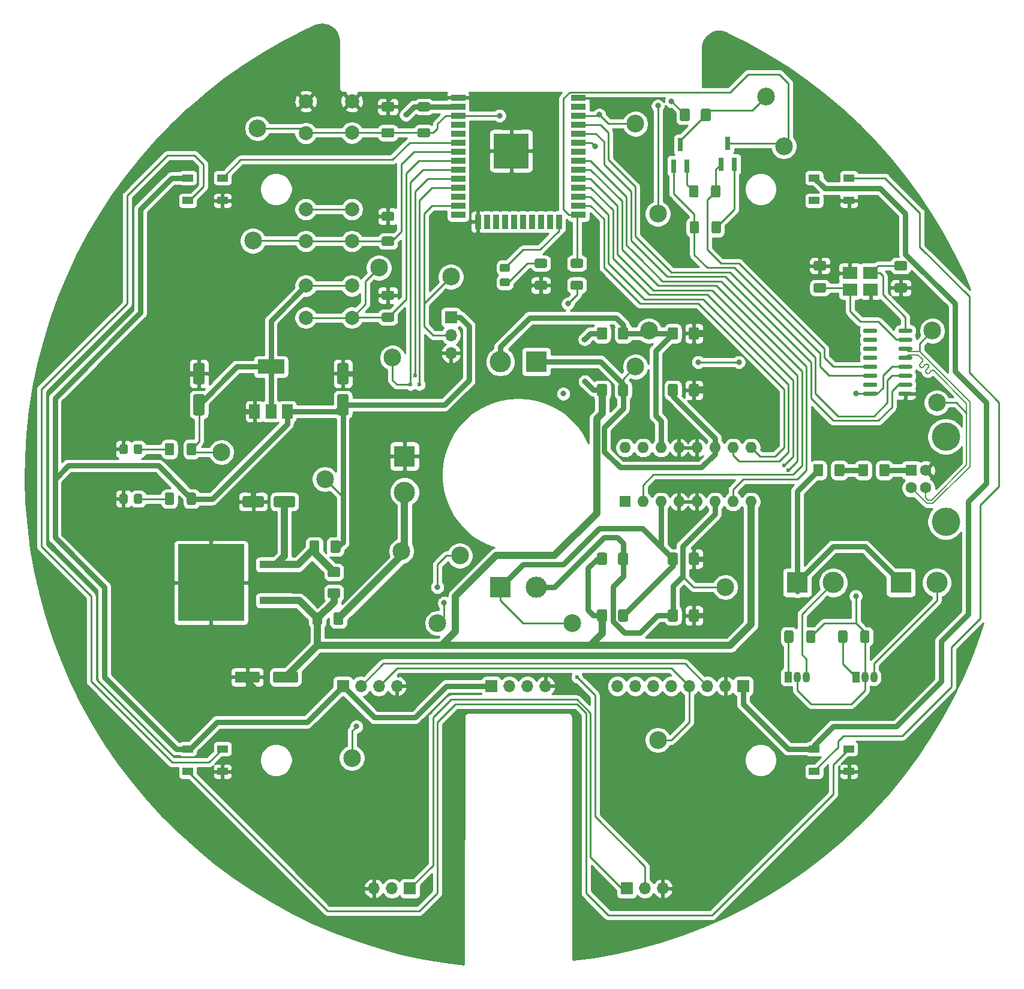
<source format=gtl>
G04 #@! TF.GenerationSoftware,KiCad,Pcbnew,(5.1.8)-1*
G04 #@! TF.CreationDate,2021-10-14T20:57:29+02:00*
G04 #@! TF.ProjectId,Elab car PCB,456c6162-2063-4617-9220-5043422e6b69,rev?*
G04 #@! TF.SameCoordinates,Original*
G04 #@! TF.FileFunction,Copper,L1,Top*
G04 #@! TF.FilePolarity,Positive*
%FSLAX46Y46*%
G04 Gerber Fmt 4.6, Leading zero omitted, Abs format (unit mm)*
G04 Created by KiCad (PCBNEW (5.1.8)-1) date 2021-10-14 20:57:29*
%MOMM*%
%LPD*%
G01*
G04 APERTURE LIST*
G04 #@! TA.AperFunction,SMDPad,CuDef*
%ADD10C,2.500000*%
G04 #@! TD*
G04 #@! TA.AperFunction,ComponentPad*
%ADD11R,1.700000X1.700000*%
G04 #@! TD*
G04 #@! TA.AperFunction,ComponentPad*
%ADD12O,1.700000X1.700000*%
G04 #@! TD*
G04 #@! TA.AperFunction,ComponentPad*
%ADD13R,1.600000X1.600000*%
G04 #@! TD*
G04 #@! TA.AperFunction,ComponentPad*
%ADD14C,1.600000*%
G04 #@! TD*
G04 #@! TA.AperFunction,ComponentPad*
%ADD15C,4.000000*%
G04 #@! TD*
G04 #@! TA.AperFunction,ComponentPad*
%ADD16C,2.000000*%
G04 #@! TD*
G04 #@! TA.AperFunction,ComponentPad*
%ADD17O,1.600000X1.600000*%
G04 #@! TD*
G04 #@! TA.AperFunction,SMDPad,CuDef*
%ADD18R,4.600000X1.100000*%
G04 #@! TD*
G04 #@! TA.AperFunction,SMDPad,CuDef*
%ADD19R,9.400000X10.800000*%
G04 #@! TD*
G04 #@! TA.AperFunction,SMDPad,CuDef*
%ADD20R,2.100000X1.800000*%
G04 #@! TD*
G04 #@! TA.AperFunction,SMDPad,CuDef*
%ADD21R,5.000000X5.000000*%
G04 #@! TD*
G04 #@! TA.AperFunction,SMDPad,CuDef*
%ADD22R,2.000000X0.900000*%
G04 #@! TD*
G04 #@! TA.AperFunction,SMDPad,CuDef*
%ADD23R,0.900000X2.000000*%
G04 #@! TD*
G04 #@! TA.AperFunction,SMDPad,CuDef*
%ADD24R,3.800000X2.000000*%
G04 #@! TD*
G04 #@! TA.AperFunction,SMDPad,CuDef*
%ADD25R,1.500000X2.000000*%
G04 #@! TD*
G04 #@! TA.AperFunction,ComponentPad*
%ADD26O,1.050000X1.500000*%
G04 #@! TD*
G04 #@! TA.AperFunction,ComponentPad*
%ADD27R,1.050000X1.500000*%
G04 #@! TD*
G04 #@! TA.AperFunction,SMDPad,CuDef*
%ADD28R,0.800000X1.900000*%
G04 #@! TD*
G04 #@! TA.AperFunction,ComponentPad*
%ADD29R,3.000000X3.000000*%
G04 #@! TD*
G04 #@! TA.AperFunction,ComponentPad*
%ADD30C,3.000000*%
G04 #@! TD*
G04 #@! TA.AperFunction,SMDPad,CuDef*
%ADD31R,1.500000X1.000000*%
G04 #@! TD*
G04 #@! TA.AperFunction,ViaPad*
%ADD32C,0.800000*%
G04 #@! TD*
G04 #@! TA.AperFunction,ViaPad*
%ADD33C,0.600000*%
G04 #@! TD*
G04 #@! TA.AperFunction,Conductor*
%ADD34C,0.750000*%
G04 #@! TD*
G04 #@! TA.AperFunction,Conductor*
%ADD35C,0.250000*%
G04 #@! TD*
G04 #@! TA.AperFunction,Conductor*
%ADD36C,1.000000*%
G04 #@! TD*
G04 #@! TA.AperFunction,Conductor*
%ADD37C,0.200000*%
G04 #@! TD*
G04 #@! TA.AperFunction,Conductor*
%ADD38C,0.254000*%
G04 #@! TD*
G04 #@! TA.AperFunction,Conductor*
%ADD39C,0.100000*%
G04 #@! TD*
G04 APERTURE END LIST*
D10*
X156210000Y-52070000D03*
X159385000Y-64770000D03*
X116205000Y-141605000D03*
X159385000Y-139065000D03*
X102870000Y-52705000D03*
X177165000Y-55245000D03*
X174625000Y-48260000D03*
X120015000Y-72390000D03*
X158115000Y-81280000D03*
X156210000Y-86360000D03*
X168910000Y-117475000D03*
X147320000Y-122555000D03*
X130175000Y-73660000D03*
X131445000Y-113030000D03*
X102235000Y-68580000D03*
X121920000Y-85090000D03*
X128270000Y-122555000D03*
X112395000Y-102235000D03*
X97790000Y-98425000D03*
X198120000Y-81280000D03*
X198755000Y-91440000D03*
X123190000Y-112395000D03*
D11*
X114935000Y-131445000D03*
D12*
X117475000Y-131445000D03*
X120015000Y-131445000D03*
X122555000Y-131445000D03*
D13*
X195165000Y-100965000D03*
D14*
X195165000Y-103465000D03*
X197165000Y-103465000D03*
X197165000Y-100965000D03*
D15*
X200025000Y-108215000D03*
X200025000Y-96215000D03*
G04 #@! TA.AperFunction,SMDPad,CuDef*
G36*
G01*
X195285000Y-90020000D02*
X195285000Y-90320000D01*
G75*
G02*
X195135000Y-90470000I-150000J0D01*
G01*
X193485000Y-90470000D01*
G75*
G02*
X193335000Y-90320000I0J150000D01*
G01*
X193335000Y-90020000D01*
G75*
G02*
X193485000Y-89870000I150000J0D01*
G01*
X195135000Y-89870000D01*
G75*
G02*
X195285000Y-90020000I0J-150000D01*
G01*
G37*
G04 #@! TD.AperFunction*
G04 #@! TA.AperFunction,SMDPad,CuDef*
G36*
G01*
X195285000Y-88750000D02*
X195285000Y-89050000D01*
G75*
G02*
X195135000Y-89200000I-150000J0D01*
G01*
X193485000Y-89200000D01*
G75*
G02*
X193335000Y-89050000I0J150000D01*
G01*
X193335000Y-88750000D01*
G75*
G02*
X193485000Y-88600000I150000J0D01*
G01*
X195135000Y-88600000D01*
G75*
G02*
X195285000Y-88750000I0J-150000D01*
G01*
G37*
G04 #@! TD.AperFunction*
G04 #@! TA.AperFunction,SMDPad,CuDef*
G36*
G01*
X195285000Y-87480000D02*
X195285000Y-87780000D01*
G75*
G02*
X195135000Y-87930000I-150000J0D01*
G01*
X193485000Y-87930000D01*
G75*
G02*
X193335000Y-87780000I0J150000D01*
G01*
X193335000Y-87480000D01*
G75*
G02*
X193485000Y-87330000I150000J0D01*
G01*
X195135000Y-87330000D01*
G75*
G02*
X195285000Y-87480000I0J-150000D01*
G01*
G37*
G04 #@! TD.AperFunction*
G04 #@! TA.AperFunction,SMDPad,CuDef*
G36*
G01*
X195285000Y-86210000D02*
X195285000Y-86510000D01*
G75*
G02*
X195135000Y-86660000I-150000J0D01*
G01*
X193485000Y-86660000D01*
G75*
G02*
X193335000Y-86510000I0J150000D01*
G01*
X193335000Y-86210000D01*
G75*
G02*
X193485000Y-86060000I150000J0D01*
G01*
X195135000Y-86060000D01*
G75*
G02*
X195285000Y-86210000I0J-150000D01*
G01*
G37*
G04 #@! TD.AperFunction*
G04 #@! TA.AperFunction,SMDPad,CuDef*
G36*
G01*
X195285000Y-84940000D02*
X195285000Y-85240000D01*
G75*
G02*
X195135000Y-85390000I-150000J0D01*
G01*
X193485000Y-85390000D01*
G75*
G02*
X193335000Y-85240000I0J150000D01*
G01*
X193335000Y-84940000D01*
G75*
G02*
X193485000Y-84790000I150000J0D01*
G01*
X195135000Y-84790000D01*
G75*
G02*
X195285000Y-84940000I0J-150000D01*
G01*
G37*
G04 #@! TD.AperFunction*
G04 #@! TA.AperFunction,SMDPad,CuDef*
G36*
G01*
X195285000Y-83670000D02*
X195285000Y-83970000D01*
G75*
G02*
X195135000Y-84120000I-150000J0D01*
G01*
X193485000Y-84120000D01*
G75*
G02*
X193335000Y-83970000I0J150000D01*
G01*
X193335000Y-83670000D01*
G75*
G02*
X193485000Y-83520000I150000J0D01*
G01*
X195135000Y-83520000D01*
G75*
G02*
X195285000Y-83670000I0J-150000D01*
G01*
G37*
G04 #@! TD.AperFunction*
G04 #@! TA.AperFunction,SMDPad,CuDef*
G36*
G01*
X195285000Y-82400000D02*
X195285000Y-82700000D01*
G75*
G02*
X195135000Y-82850000I-150000J0D01*
G01*
X193485000Y-82850000D01*
G75*
G02*
X193335000Y-82700000I0J150000D01*
G01*
X193335000Y-82400000D01*
G75*
G02*
X193485000Y-82250000I150000J0D01*
G01*
X195135000Y-82250000D01*
G75*
G02*
X195285000Y-82400000I0J-150000D01*
G01*
G37*
G04 #@! TD.AperFunction*
G04 #@! TA.AperFunction,SMDPad,CuDef*
G36*
G01*
X195285000Y-81130000D02*
X195285000Y-81430000D01*
G75*
G02*
X195135000Y-81580000I-150000J0D01*
G01*
X193485000Y-81580000D01*
G75*
G02*
X193335000Y-81430000I0J150000D01*
G01*
X193335000Y-81130000D01*
G75*
G02*
X193485000Y-80980000I150000J0D01*
G01*
X195135000Y-80980000D01*
G75*
G02*
X195285000Y-81130000I0J-150000D01*
G01*
G37*
G04 #@! TD.AperFunction*
G04 #@! TA.AperFunction,SMDPad,CuDef*
G36*
G01*
X190335000Y-81130000D02*
X190335000Y-81430000D01*
G75*
G02*
X190185000Y-81580000I-150000J0D01*
G01*
X188535000Y-81580000D01*
G75*
G02*
X188385000Y-81430000I0J150000D01*
G01*
X188385000Y-81130000D01*
G75*
G02*
X188535000Y-80980000I150000J0D01*
G01*
X190185000Y-80980000D01*
G75*
G02*
X190335000Y-81130000I0J-150000D01*
G01*
G37*
G04 #@! TD.AperFunction*
G04 #@! TA.AperFunction,SMDPad,CuDef*
G36*
G01*
X190335000Y-82400000D02*
X190335000Y-82700000D01*
G75*
G02*
X190185000Y-82850000I-150000J0D01*
G01*
X188535000Y-82850000D01*
G75*
G02*
X188385000Y-82700000I0J150000D01*
G01*
X188385000Y-82400000D01*
G75*
G02*
X188535000Y-82250000I150000J0D01*
G01*
X190185000Y-82250000D01*
G75*
G02*
X190335000Y-82400000I0J-150000D01*
G01*
G37*
G04 #@! TD.AperFunction*
G04 #@! TA.AperFunction,SMDPad,CuDef*
G36*
G01*
X190335000Y-83670000D02*
X190335000Y-83970000D01*
G75*
G02*
X190185000Y-84120000I-150000J0D01*
G01*
X188535000Y-84120000D01*
G75*
G02*
X188385000Y-83970000I0J150000D01*
G01*
X188385000Y-83670000D01*
G75*
G02*
X188535000Y-83520000I150000J0D01*
G01*
X190185000Y-83520000D01*
G75*
G02*
X190335000Y-83670000I0J-150000D01*
G01*
G37*
G04 #@! TD.AperFunction*
G04 #@! TA.AperFunction,SMDPad,CuDef*
G36*
G01*
X190335000Y-84940000D02*
X190335000Y-85240000D01*
G75*
G02*
X190185000Y-85390000I-150000J0D01*
G01*
X188535000Y-85390000D01*
G75*
G02*
X188385000Y-85240000I0J150000D01*
G01*
X188385000Y-84940000D01*
G75*
G02*
X188535000Y-84790000I150000J0D01*
G01*
X190185000Y-84790000D01*
G75*
G02*
X190335000Y-84940000I0J-150000D01*
G01*
G37*
G04 #@! TD.AperFunction*
G04 #@! TA.AperFunction,SMDPad,CuDef*
G36*
G01*
X190335000Y-86210000D02*
X190335000Y-86510000D01*
G75*
G02*
X190185000Y-86660000I-150000J0D01*
G01*
X188535000Y-86660000D01*
G75*
G02*
X188385000Y-86510000I0J150000D01*
G01*
X188385000Y-86210000D01*
G75*
G02*
X188535000Y-86060000I150000J0D01*
G01*
X190185000Y-86060000D01*
G75*
G02*
X190335000Y-86210000I0J-150000D01*
G01*
G37*
G04 #@! TD.AperFunction*
G04 #@! TA.AperFunction,SMDPad,CuDef*
G36*
G01*
X190335000Y-87480000D02*
X190335000Y-87780000D01*
G75*
G02*
X190185000Y-87930000I-150000J0D01*
G01*
X188535000Y-87930000D01*
G75*
G02*
X188385000Y-87780000I0J150000D01*
G01*
X188385000Y-87480000D01*
G75*
G02*
X188535000Y-87330000I150000J0D01*
G01*
X190185000Y-87330000D01*
G75*
G02*
X190335000Y-87480000I0J-150000D01*
G01*
G37*
G04 #@! TD.AperFunction*
G04 #@! TA.AperFunction,SMDPad,CuDef*
G36*
G01*
X190335000Y-88750000D02*
X190335000Y-89050000D01*
G75*
G02*
X190185000Y-89200000I-150000J0D01*
G01*
X188535000Y-89200000D01*
G75*
G02*
X188385000Y-89050000I0J150000D01*
G01*
X188385000Y-88750000D01*
G75*
G02*
X188535000Y-88600000I150000J0D01*
G01*
X190185000Y-88600000D01*
G75*
G02*
X190335000Y-88750000I0J-150000D01*
G01*
G37*
G04 #@! TD.AperFunction*
G04 #@! TA.AperFunction,SMDPad,CuDef*
G36*
G01*
X190335000Y-90020000D02*
X190335000Y-90320000D01*
G75*
G02*
X190185000Y-90470000I-150000J0D01*
G01*
X188535000Y-90470000D01*
G75*
G02*
X188385000Y-90320000I0J150000D01*
G01*
X188385000Y-90020000D01*
G75*
G02*
X188535000Y-89870000I150000J0D01*
G01*
X190185000Y-89870000D01*
G75*
G02*
X190335000Y-90020000I0J-150000D01*
G01*
G37*
G04 #@! TD.AperFunction*
D16*
X109705000Y-79430000D03*
X109705000Y-74930000D03*
X116205000Y-79430000D03*
X116205000Y-74930000D03*
X109705000Y-68635000D03*
X109705000Y-64135000D03*
X116205000Y-68635000D03*
X116205000Y-64135000D03*
X109705000Y-53395000D03*
X109705000Y-48895000D03*
X116205000Y-53340000D03*
X116205000Y-48895000D03*
D13*
X154749500Y-105410000D03*
D17*
X172529500Y-97790000D03*
X157289500Y-105410000D03*
X169989500Y-97790000D03*
X159829500Y-105410000D03*
X167449500Y-97790000D03*
X162369500Y-105410000D03*
X164909500Y-97790000D03*
X164909500Y-105410000D03*
X162369500Y-97790000D03*
X167449500Y-105410000D03*
X159829500Y-97790000D03*
X169989500Y-105410000D03*
X157289500Y-97790000D03*
X172529500Y-105410000D03*
X154749500Y-97790000D03*
D18*
X105470000Y-119380000D03*
X105470000Y-114300000D03*
D19*
X96320000Y-116840000D03*
G04 #@! TA.AperFunction,SMDPad,CuDef*
G36*
G01*
X166882500Y-50175000D02*
X166882500Y-51425000D01*
G75*
G02*
X166632500Y-51675000I-250000J0D01*
G01*
X165707500Y-51675000D01*
G75*
G02*
X165457500Y-51425000I0J250000D01*
G01*
X165457500Y-50175000D01*
G75*
G02*
X165707500Y-49925000I250000J0D01*
G01*
X166632500Y-49925000D01*
G75*
G02*
X166882500Y-50175000I0J-250000D01*
G01*
G37*
G04 #@! TD.AperFunction*
G04 #@! TA.AperFunction,SMDPad,CuDef*
G36*
G01*
X163907500Y-50175000D02*
X163907500Y-51425000D01*
G75*
G02*
X163657500Y-51675000I-250000J0D01*
G01*
X162732500Y-51675000D01*
G75*
G02*
X162482500Y-51425000I0J250000D01*
G01*
X162482500Y-50175000D01*
G75*
G02*
X162732500Y-49925000I250000J0D01*
G01*
X163657500Y-49925000D01*
G75*
G02*
X163907500Y-50175000I0J-250000D01*
G01*
G37*
G04 #@! TD.AperFunction*
G04 #@! TA.AperFunction,SMDPad,CuDef*
G36*
G01*
X114595000Y-111135000D02*
X114595000Y-112385000D01*
G75*
G02*
X114345000Y-112635000I-250000J0D01*
G01*
X113420000Y-112635000D01*
G75*
G02*
X113170000Y-112385000I0J250000D01*
G01*
X113170000Y-111135000D01*
G75*
G02*
X113420000Y-110885000I250000J0D01*
G01*
X114345000Y-110885000D01*
G75*
G02*
X114595000Y-111135000I0J-250000D01*
G01*
G37*
G04 #@! TD.AperFunction*
G04 #@! TA.AperFunction,SMDPad,CuDef*
G36*
G01*
X111620000Y-111135000D02*
X111620000Y-112385000D01*
G75*
G02*
X111370000Y-112635000I-250000J0D01*
G01*
X110445000Y-112635000D01*
G75*
G02*
X110195000Y-112385000I0J250000D01*
G01*
X110195000Y-111135000D01*
G75*
G02*
X110445000Y-110885000I250000J0D01*
G01*
X111370000Y-110885000D01*
G75*
G02*
X111620000Y-111135000I0J-250000D01*
G01*
G37*
G04 #@! TD.AperFunction*
G04 #@! TA.AperFunction,SMDPad,CuDef*
G36*
G01*
X114290000Y-119040000D02*
X113040000Y-119040000D01*
G75*
G02*
X112790000Y-118790000I0J250000D01*
G01*
X112790000Y-117865000D01*
G75*
G02*
X113040000Y-117615000I250000J0D01*
G01*
X114290000Y-117615000D01*
G75*
G02*
X114540000Y-117865000I0J-250000D01*
G01*
X114540000Y-118790000D01*
G75*
G02*
X114290000Y-119040000I-250000J0D01*
G01*
G37*
G04 #@! TD.AperFunction*
G04 #@! TA.AperFunction,SMDPad,CuDef*
G36*
G01*
X114290000Y-116065000D02*
X113040000Y-116065000D01*
G75*
G02*
X112790000Y-115815000I0J250000D01*
G01*
X112790000Y-114890000D01*
G75*
G02*
X113040000Y-114640000I250000J0D01*
G01*
X114290000Y-114640000D01*
G75*
G02*
X114540000Y-114890000I0J-250000D01*
G01*
X114540000Y-115815000D01*
G75*
G02*
X114290000Y-116065000I-250000J0D01*
G01*
G37*
G04 #@! TD.AperFunction*
G04 #@! TA.AperFunction,SMDPad,CuDef*
G36*
G01*
X160800000Y-90286500D02*
X160800000Y-89036500D01*
G75*
G02*
X161050000Y-88786500I250000J0D01*
G01*
X161975000Y-88786500D01*
G75*
G02*
X162225000Y-89036500I0J-250000D01*
G01*
X162225000Y-90286500D01*
G75*
G02*
X161975000Y-90536500I-250000J0D01*
G01*
X161050000Y-90536500D01*
G75*
G02*
X160800000Y-90286500I0J250000D01*
G01*
G37*
G04 #@! TD.AperFunction*
G04 #@! TA.AperFunction,SMDPad,CuDef*
G36*
G01*
X163775000Y-90286500D02*
X163775000Y-89036500D01*
G75*
G02*
X164025000Y-88786500I250000J0D01*
G01*
X164950000Y-88786500D01*
G75*
G02*
X165200000Y-89036500I0J-250000D01*
G01*
X165200000Y-90286500D01*
G75*
G02*
X164950000Y-90536500I-250000J0D01*
G01*
X164025000Y-90536500D01*
G75*
G02*
X163775000Y-90286500I0J250000D01*
G01*
G37*
G04 #@! TD.AperFunction*
G04 #@! TA.AperFunction,SMDPad,CuDef*
G36*
G01*
X150800000Y-90286500D02*
X150800000Y-89036500D01*
G75*
G02*
X151050000Y-88786500I250000J0D01*
G01*
X151975000Y-88786500D01*
G75*
G02*
X152225000Y-89036500I0J-250000D01*
G01*
X152225000Y-90286500D01*
G75*
G02*
X151975000Y-90536500I-250000J0D01*
G01*
X151050000Y-90536500D01*
G75*
G02*
X150800000Y-90286500I0J250000D01*
G01*
G37*
G04 #@! TD.AperFunction*
G04 #@! TA.AperFunction,SMDPad,CuDef*
G36*
G01*
X153775000Y-90286500D02*
X153775000Y-89036500D01*
G75*
G02*
X154025000Y-88786500I250000J0D01*
G01*
X154950000Y-88786500D01*
G75*
G02*
X155200000Y-89036500I0J-250000D01*
G01*
X155200000Y-90286500D01*
G75*
G02*
X154950000Y-90536500I-250000J0D01*
G01*
X154025000Y-90536500D01*
G75*
G02*
X153775000Y-90286500I0J250000D01*
G01*
G37*
G04 #@! TD.AperFunction*
G04 #@! TA.AperFunction,SMDPad,CuDef*
G36*
G01*
X160800000Y-114100000D02*
X160800000Y-112850000D01*
G75*
G02*
X161050000Y-112600000I250000J0D01*
G01*
X161975000Y-112600000D01*
G75*
G02*
X162225000Y-112850000I0J-250000D01*
G01*
X162225000Y-114100000D01*
G75*
G02*
X161975000Y-114350000I-250000J0D01*
G01*
X161050000Y-114350000D01*
G75*
G02*
X160800000Y-114100000I0J250000D01*
G01*
G37*
G04 #@! TD.AperFunction*
G04 #@! TA.AperFunction,SMDPad,CuDef*
G36*
G01*
X163775000Y-114100000D02*
X163775000Y-112850000D01*
G75*
G02*
X164025000Y-112600000I250000J0D01*
G01*
X164950000Y-112600000D01*
G75*
G02*
X165200000Y-112850000I0J-250000D01*
G01*
X165200000Y-114100000D01*
G75*
G02*
X164950000Y-114350000I-250000J0D01*
G01*
X164025000Y-114350000D01*
G75*
G02*
X163775000Y-114100000I0J250000D01*
G01*
G37*
G04 #@! TD.AperFunction*
G04 #@! TA.AperFunction,SMDPad,CuDef*
G36*
G01*
X150800000Y-122100000D02*
X150800000Y-120850000D01*
G75*
G02*
X151050000Y-120600000I250000J0D01*
G01*
X151975000Y-120600000D01*
G75*
G02*
X152225000Y-120850000I0J-250000D01*
G01*
X152225000Y-122100000D01*
G75*
G02*
X151975000Y-122350000I-250000J0D01*
G01*
X151050000Y-122350000D01*
G75*
G02*
X150800000Y-122100000I0J250000D01*
G01*
G37*
G04 #@! TD.AperFunction*
G04 #@! TA.AperFunction,SMDPad,CuDef*
G36*
G01*
X153775000Y-122100000D02*
X153775000Y-120850000D01*
G75*
G02*
X154025000Y-120600000I250000J0D01*
G01*
X154950000Y-120600000D01*
G75*
G02*
X155200000Y-120850000I0J-250000D01*
G01*
X155200000Y-122100000D01*
G75*
G02*
X154950000Y-122350000I-250000J0D01*
G01*
X154025000Y-122350000D01*
G75*
G02*
X153775000Y-122100000I0J250000D01*
G01*
G37*
G04 #@! TD.AperFunction*
G04 #@! TA.AperFunction,SMDPad,CuDef*
G36*
G01*
X160800000Y-82286500D02*
X160800000Y-81036500D01*
G75*
G02*
X161050000Y-80786500I250000J0D01*
G01*
X161975000Y-80786500D01*
G75*
G02*
X162225000Y-81036500I0J-250000D01*
G01*
X162225000Y-82286500D01*
G75*
G02*
X161975000Y-82536500I-250000J0D01*
G01*
X161050000Y-82536500D01*
G75*
G02*
X160800000Y-82286500I0J250000D01*
G01*
G37*
G04 #@! TD.AperFunction*
G04 #@! TA.AperFunction,SMDPad,CuDef*
G36*
G01*
X163775000Y-82286500D02*
X163775000Y-81036500D01*
G75*
G02*
X164025000Y-80786500I250000J0D01*
G01*
X164950000Y-80786500D01*
G75*
G02*
X165200000Y-81036500I0J-250000D01*
G01*
X165200000Y-82286500D01*
G75*
G02*
X164950000Y-82536500I-250000J0D01*
G01*
X164025000Y-82536500D01*
G75*
G02*
X163775000Y-82286500I0J250000D01*
G01*
G37*
G04 #@! TD.AperFunction*
G04 #@! TA.AperFunction,SMDPad,CuDef*
G36*
G01*
X150800000Y-82286500D02*
X150800000Y-81036500D01*
G75*
G02*
X151050000Y-80786500I250000J0D01*
G01*
X151975000Y-80786500D01*
G75*
G02*
X152225000Y-81036500I0J-250000D01*
G01*
X152225000Y-82286500D01*
G75*
G02*
X151975000Y-82536500I-250000J0D01*
G01*
X151050000Y-82536500D01*
G75*
G02*
X150800000Y-82286500I0J250000D01*
G01*
G37*
G04 #@! TD.AperFunction*
G04 #@! TA.AperFunction,SMDPad,CuDef*
G36*
G01*
X153775000Y-82286500D02*
X153775000Y-81036500D01*
G75*
G02*
X154025000Y-80786500I250000J0D01*
G01*
X154950000Y-80786500D01*
G75*
G02*
X155200000Y-81036500I0J-250000D01*
G01*
X155200000Y-82286500D01*
G75*
G02*
X154950000Y-82536500I-250000J0D01*
G01*
X154025000Y-82536500D01*
G75*
G02*
X153775000Y-82286500I0J250000D01*
G01*
G37*
G04 #@! TD.AperFunction*
G04 #@! TA.AperFunction,SMDPad,CuDef*
G36*
G01*
X160800000Y-122100000D02*
X160800000Y-120850000D01*
G75*
G02*
X161050000Y-120600000I250000J0D01*
G01*
X161975000Y-120600000D01*
G75*
G02*
X162225000Y-120850000I0J-250000D01*
G01*
X162225000Y-122100000D01*
G75*
G02*
X161975000Y-122350000I-250000J0D01*
G01*
X161050000Y-122350000D01*
G75*
G02*
X160800000Y-122100000I0J250000D01*
G01*
G37*
G04 #@! TD.AperFunction*
G04 #@! TA.AperFunction,SMDPad,CuDef*
G36*
G01*
X163775000Y-122100000D02*
X163775000Y-120850000D01*
G75*
G02*
X164025000Y-120600000I250000J0D01*
G01*
X164950000Y-120600000D01*
G75*
G02*
X165200000Y-120850000I0J-250000D01*
G01*
X165200000Y-122100000D01*
G75*
G02*
X164950000Y-122350000I-250000J0D01*
G01*
X164025000Y-122350000D01*
G75*
G02*
X163775000Y-122100000I0J250000D01*
G01*
G37*
G04 #@! TD.AperFunction*
G04 #@! TA.AperFunction,SMDPad,CuDef*
G36*
G01*
X150800000Y-114100000D02*
X150800000Y-112850000D01*
G75*
G02*
X151050000Y-112600000I250000J0D01*
G01*
X151975000Y-112600000D01*
G75*
G02*
X152225000Y-112850000I0J-250000D01*
G01*
X152225000Y-114100000D01*
G75*
G02*
X151975000Y-114350000I-250000J0D01*
G01*
X151050000Y-114350000D01*
G75*
G02*
X150800000Y-114100000I0J250000D01*
G01*
G37*
G04 #@! TD.AperFunction*
G04 #@! TA.AperFunction,SMDPad,CuDef*
G36*
G01*
X153775000Y-114100000D02*
X153775000Y-112850000D01*
G75*
G02*
X154025000Y-112600000I250000J0D01*
G01*
X154950000Y-112600000D01*
G75*
G02*
X155200000Y-112850000I0J-250000D01*
G01*
X155200000Y-114100000D01*
G75*
G02*
X154950000Y-114350000I-250000J0D01*
G01*
X154025000Y-114350000D01*
G75*
G02*
X153775000Y-114100000I0J250000D01*
G01*
G37*
G04 #@! TD.AperFunction*
G04 #@! TA.AperFunction,SMDPad,CuDef*
G36*
G01*
X110612500Y-122545000D02*
X110612500Y-121295000D01*
G75*
G02*
X110862500Y-121045000I250000J0D01*
G01*
X111787500Y-121045000D01*
G75*
G02*
X112037500Y-121295000I0J-250000D01*
G01*
X112037500Y-122545000D01*
G75*
G02*
X111787500Y-122795000I-250000J0D01*
G01*
X110862500Y-122795000D01*
G75*
G02*
X110612500Y-122545000I0J250000D01*
G01*
G37*
G04 #@! TD.AperFunction*
G04 #@! TA.AperFunction,SMDPad,CuDef*
G36*
G01*
X113587500Y-122545000D02*
X113587500Y-121295000D01*
G75*
G02*
X113837500Y-121045000I250000J0D01*
G01*
X114762500Y-121045000D01*
G75*
G02*
X115012500Y-121295000I0J-250000D01*
G01*
X115012500Y-122545000D01*
G75*
G02*
X114762500Y-122795000I-250000J0D01*
G01*
X113837500Y-122795000D01*
G75*
G02*
X113587500Y-122545000I0J250000D01*
G01*
G37*
G04 #@! TD.AperFunction*
G04 #@! TA.AperFunction,SMDPad,CuDef*
G36*
G01*
X181315000Y-101590000D02*
X181315000Y-100340000D01*
G75*
G02*
X181565000Y-100090000I250000J0D01*
G01*
X182490000Y-100090000D01*
G75*
G02*
X182740000Y-100340000I0J-250000D01*
G01*
X182740000Y-101590000D01*
G75*
G02*
X182490000Y-101840000I-250000J0D01*
G01*
X181565000Y-101840000D01*
G75*
G02*
X181315000Y-101590000I0J250000D01*
G01*
G37*
G04 #@! TD.AperFunction*
G04 #@! TA.AperFunction,SMDPad,CuDef*
G36*
G01*
X184290000Y-101590000D02*
X184290000Y-100340000D01*
G75*
G02*
X184540000Y-100090000I250000J0D01*
G01*
X185465000Y-100090000D01*
G75*
G02*
X185715000Y-100340000I0J-250000D01*
G01*
X185715000Y-101590000D01*
G75*
G02*
X185465000Y-101840000I-250000J0D01*
G01*
X184540000Y-101840000D01*
G75*
G02*
X184290000Y-101590000I0J250000D01*
G01*
G37*
G04 #@! TD.AperFunction*
D20*
X186510000Y-75445000D03*
X189410000Y-75445000D03*
X189410000Y-73145000D03*
X186510000Y-73145000D03*
D21*
X138700000Y-55887000D03*
D22*
X131200000Y-48387000D03*
X131200000Y-49657000D03*
X131200000Y-50927000D03*
X131200000Y-52197000D03*
X131200000Y-53467000D03*
X131200000Y-54737000D03*
X131200000Y-56007000D03*
X131200000Y-57277000D03*
X131200000Y-58547000D03*
X131200000Y-59817000D03*
X131200000Y-61087000D03*
X131200000Y-62357000D03*
X131200000Y-63627000D03*
X131200000Y-64897000D03*
D23*
X133985000Y-65897000D03*
X135255000Y-65897000D03*
X136525000Y-65897000D03*
X137795000Y-65897000D03*
X139065000Y-65897000D03*
X140335000Y-65897000D03*
X141605000Y-65897000D03*
X142875000Y-65897000D03*
X144145000Y-65897000D03*
X145415000Y-65897000D03*
D22*
X148200000Y-64897000D03*
X148200000Y-63627000D03*
X148200000Y-62357000D03*
X148200000Y-61087000D03*
X148200000Y-59817000D03*
X148200000Y-58547000D03*
X148200000Y-57277000D03*
X148200000Y-56007000D03*
X148200000Y-54737000D03*
X148200000Y-53467000D03*
X148200000Y-52197000D03*
X148200000Y-50927000D03*
X148200000Y-49657000D03*
X148200000Y-48387000D03*
D24*
X104775000Y-86360000D03*
D25*
X104775000Y-92660000D03*
X107075000Y-92660000D03*
X102475000Y-92660000D03*
G04 #@! TA.AperFunction,SMDPad,CuDef*
G36*
G01*
X184845000Y-125085000D02*
X184845000Y-123835000D01*
G75*
G02*
X185095000Y-123585000I250000J0D01*
G01*
X185895000Y-123585000D01*
G75*
G02*
X186145000Y-123835000I0J-250000D01*
G01*
X186145000Y-125085000D01*
G75*
G02*
X185895000Y-125335000I-250000J0D01*
G01*
X185095000Y-125335000D01*
G75*
G02*
X184845000Y-125085000I0J250000D01*
G01*
G37*
G04 #@! TD.AperFunction*
G04 #@! TA.AperFunction,SMDPad,CuDef*
G36*
G01*
X187945000Y-125085000D02*
X187945000Y-123835000D01*
G75*
G02*
X188195000Y-123585000I250000J0D01*
G01*
X188995000Y-123585000D01*
G75*
G02*
X189245000Y-123835000I0J-250000D01*
G01*
X189245000Y-125085000D01*
G75*
G02*
X188995000Y-125335000I-250000J0D01*
G01*
X188195000Y-125335000D01*
G75*
G02*
X187945000Y-125085000I0J250000D01*
G01*
G37*
G04 #@! TD.AperFunction*
G04 #@! TA.AperFunction,SMDPad,CuDef*
G36*
G01*
X177225000Y-125085000D02*
X177225000Y-123835000D01*
G75*
G02*
X177475000Y-123585000I250000J0D01*
G01*
X178275000Y-123585000D01*
G75*
G02*
X178525000Y-123835000I0J-250000D01*
G01*
X178525000Y-125085000D01*
G75*
G02*
X178275000Y-125335000I-250000J0D01*
G01*
X177475000Y-125335000D01*
G75*
G02*
X177225000Y-125085000I0J250000D01*
G01*
G37*
G04 #@! TD.AperFunction*
G04 #@! TA.AperFunction,SMDPad,CuDef*
G36*
G01*
X180325000Y-125085000D02*
X180325000Y-123835000D01*
G75*
G02*
X180575000Y-123585000I250000J0D01*
G01*
X181375000Y-123585000D01*
G75*
G02*
X181625000Y-123835000I0J-250000D01*
G01*
X181625000Y-125085000D01*
G75*
G02*
X181375000Y-125335000I-250000J0D01*
G01*
X180575000Y-125335000D01*
G75*
G02*
X180325000Y-125085000I0J250000D01*
G01*
G37*
G04 #@! TD.AperFunction*
G04 #@! TA.AperFunction,SMDPad,CuDef*
G36*
G01*
X148580000Y-75505000D02*
X147330000Y-75505000D01*
G75*
G02*
X147080000Y-75255000I0J250000D01*
G01*
X147080000Y-74455000D01*
G75*
G02*
X147330000Y-74205000I250000J0D01*
G01*
X148580000Y-74205000D01*
G75*
G02*
X148830000Y-74455000I0J-250000D01*
G01*
X148830000Y-75255000D01*
G75*
G02*
X148580000Y-75505000I-250000J0D01*
G01*
G37*
G04 #@! TD.AperFunction*
G04 #@! TA.AperFunction,SMDPad,CuDef*
G36*
G01*
X148580000Y-72405000D02*
X147330000Y-72405000D01*
G75*
G02*
X147080000Y-72155000I0J250000D01*
G01*
X147080000Y-71355000D01*
G75*
G02*
X147330000Y-71105000I250000J0D01*
G01*
X148580000Y-71105000D01*
G75*
G02*
X148830000Y-71355000I0J-250000D01*
G01*
X148830000Y-72155000D01*
G75*
G02*
X148580000Y-72405000I-250000J0D01*
G01*
G37*
G04 #@! TD.AperFunction*
G04 #@! TA.AperFunction,SMDPad,CuDef*
G36*
G01*
X163890000Y-67300000D02*
X163890000Y-66050000D01*
G75*
G02*
X164140000Y-65800000I250000J0D01*
G01*
X164940000Y-65800000D01*
G75*
G02*
X165190000Y-66050000I0J-250000D01*
G01*
X165190000Y-67300000D01*
G75*
G02*
X164940000Y-67550000I-250000J0D01*
G01*
X164140000Y-67550000D01*
G75*
G02*
X163890000Y-67300000I0J250000D01*
G01*
G37*
G04 #@! TD.AperFunction*
G04 #@! TA.AperFunction,SMDPad,CuDef*
G36*
G01*
X166990000Y-67300000D02*
X166990000Y-66050000D01*
G75*
G02*
X167240000Y-65800000I250000J0D01*
G01*
X168040000Y-65800000D01*
G75*
G02*
X168290000Y-66050000I0J-250000D01*
G01*
X168290000Y-67300000D01*
G75*
G02*
X168040000Y-67550000I-250000J0D01*
G01*
X167240000Y-67550000D01*
G75*
G02*
X166990000Y-67300000I0J250000D01*
G01*
G37*
G04 #@! TD.AperFunction*
G04 #@! TA.AperFunction,SMDPad,CuDef*
G36*
G01*
X168215000Y-60970000D02*
X168215000Y-62220000D01*
G75*
G02*
X167965000Y-62470000I-250000J0D01*
G01*
X167165000Y-62470000D01*
G75*
G02*
X166915000Y-62220000I0J250000D01*
G01*
X166915000Y-60970000D01*
G75*
G02*
X167165000Y-60720000I250000J0D01*
G01*
X167965000Y-60720000D01*
G75*
G02*
X168215000Y-60970000I0J-250000D01*
G01*
G37*
G04 #@! TD.AperFunction*
G04 #@! TA.AperFunction,SMDPad,CuDef*
G36*
G01*
X165115000Y-60970000D02*
X165115000Y-62220000D01*
G75*
G02*
X164865000Y-62470000I-250000J0D01*
G01*
X164065000Y-62470000D01*
G75*
G02*
X163815000Y-62220000I0J250000D01*
G01*
X163815000Y-60970000D01*
G75*
G02*
X164065000Y-60720000I250000J0D01*
G01*
X164865000Y-60720000D01*
G75*
G02*
X165115000Y-60970000I0J-250000D01*
G01*
G37*
G04 #@! TD.AperFunction*
G04 #@! TA.AperFunction,SMDPad,CuDef*
G36*
G01*
X94200000Y-104375000D02*
X94200000Y-105625000D01*
G75*
G02*
X93950000Y-105875000I-250000J0D01*
G01*
X93150000Y-105875000D01*
G75*
G02*
X92900000Y-105625000I0J250000D01*
G01*
X92900000Y-104375000D01*
G75*
G02*
X93150000Y-104125000I250000J0D01*
G01*
X93950000Y-104125000D01*
G75*
G02*
X94200000Y-104375000I0J-250000D01*
G01*
G37*
G04 #@! TD.AperFunction*
G04 #@! TA.AperFunction,SMDPad,CuDef*
G36*
G01*
X91100000Y-104375000D02*
X91100000Y-105625000D01*
G75*
G02*
X90850000Y-105875000I-250000J0D01*
G01*
X90050000Y-105875000D01*
G75*
G02*
X89800000Y-105625000I0J250000D01*
G01*
X89800000Y-104375000D01*
G75*
G02*
X90050000Y-104125000I250000J0D01*
G01*
X90850000Y-104125000D01*
G75*
G02*
X91100000Y-104375000I0J-250000D01*
G01*
G37*
G04 #@! TD.AperFunction*
G04 #@! TA.AperFunction,SMDPad,CuDef*
G36*
G01*
X94200000Y-97375000D02*
X94200000Y-98625000D01*
G75*
G02*
X93950000Y-98875000I-250000J0D01*
G01*
X93150000Y-98875000D01*
G75*
G02*
X92900000Y-98625000I0J250000D01*
G01*
X92900000Y-97375000D01*
G75*
G02*
X93150000Y-97125000I250000J0D01*
G01*
X93950000Y-97125000D01*
G75*
G02*
X94200000Y-97375000I0J-250000D01*
G01*
G37*
G04 #@! TD.AperFunction*
G04 #@! TA.AperFunction,SMDPad,CuDef*
G36*
G01*
X91100000Y-97375000D02*
X91100000Y-98625000D01*
G75*
G02*
X90850000Y-98875000I-250000J0D01*
G01*
X90050000Y-98875000D01*
G75*
G02*
X89800000Y-98625000I0J250000D01*
G01*
X89800000Y-97375000D01*
G75*
G02*
X90050000Y-97125000I250000J0D01*
G01*
X90850000Y-97125000D01*
G75*
G02*
X91100000Y-97375000I0J-250000D01*
G01*
G37*
G04 #@! TD.AperFunction*
G04 #@! TA.AperFunction,SMDPad,CuDef*
G36*
G01*
X121910000Y-80025000D02*
X120660000Y-80025000D01*
G75*
G02*
X120410000Y-79775000I0J250000D01*
G01*
X120410000Y-78975000D01*
G75*
G02*
X120660000Y-78725000I250000J0D01*
G01*
X121910000Y-78725000D01*
G75*
G02*
X122160000Y-78975000I0J-250000D01*
G01*
X122160000Y-79775000D01*
G75*
G02*
X121910000Y-80025000I-250000J0D01*
G01*
G37*
G04 #@! TD.AperFunction*
G04 #@! TA.AperFunction,SMDPad,CuDef*
G36*
G01*
X121910000Y-76925000D02*
X120660000Y-76925000D01*
G75*
G02*
X120410000Y-76675000I0J250000D01*
G01*
X120410000Y-75875000D01*
G75*
G02*
X120660000Y-75625000I250000J0D01*
G01*
X121910000Y-75625000D01*
G75*
G02*
X122160000Y-75875000I0J-250000D01*
G01*
X122160000Y-76675000D01*
G75*
G02*
X121910000Y-76925000I-250000J0D01*
G01*
G37*
G04 #@! TD.AperFunction*
G04 #@! TA.AperFunction,SMDPad,CuDef*
G36*
G01*
X121910400Y-69285000D02*
X120659600Y-69285000D01*
G75*
G02*
X120410000Y-69035400I0J249600D01*
G01*
X120410000Y-68234600D01*
G75*
G02*
X120659600Y-67985000I249600J0D01*
G01*
X121910400Y-67985000D01*
G75*
G02*
X122160000Y-68234600I0J-249600D01*
G01*
X122160000Y-69035400D01*
G75*
G02*
X121910400Y-69285000I-249600J0D01*
G01*
G37*
G04 #@! TD.AperFunction*
G04 #@! TA.AperFunction,SMDPad,CuDef*
G36*
G01*
X121910000Y-65775000D02*
X120660000Y-65775000D01*
G75*
G02*
X120410000Y-65525000I0J250000D01*
G01*
X120410000Y-64725000D01*
G75*
G02*
X120660000Y-64475000I250000J0D01*
G01*
X121910000Y-64475000D01*
G75*
G02*
X122160000Y-64725000I0J-250000D01*
G01*
X122160000Y-65525000D01*
G75*
G02*
X121910000Y-65775000I-250000J0D01*
G01*
G37*
G04 #@! TD.AperFunction*
G04 #@! TA.AperFunction,SMDPad,CuDef*
G36*
G01*
X125739600Y-49007000D02*
X126990400Y-49007000D01*
G75*
G02*
X127240000Y-49256600I0J-249600D01*
G01*
X127240000Y-50057400D01*
G75*
G02*
X126990400Y-50307000I-249600J0D01*
G01*
X125739600Y-50307000D01*
G75*
G02*
X125490000Y-50057400I0J249600D01*
G01*
X125490000Y-49256600D01*
G75*
G02*
X125739600Y-49007000I249600J0D01*
G01*
G37*
G04 #@! TD.AperFunction*
G04 #@! TA.AperFunction,SMDPad,CuDef*
G36*
G01*
X125740000Y-52690000D02*
X126990000Y-52690000D01*
G75*
G02*
X127240000Y-52940000I0J-250000D01*
G01*
X127240000Y-53740000D01*
G75*
G02*
X126990000Y-53990000I-250000J0D01*
G01*
X125740000Y-53990000D01*
G75*
G02*
X125490000Y-53740000I0J250000D01*
G01*
X125490000Y-52940000D01*
G75*
G02*
X125740000Y-52690000I250000J0D01*
G01*
G37*
G04 #@! TD.AperFunction*
G04 #@! TA.AperFunction,SMDPad,CuDef*
G36*
G01*
X143500000Y-75505000D02*
X142250000Y-75505000D01*
G75*
G02*
X142000000Y-75255000I0J250000D01*
G01*
X142000000Y-74455000D01*
G75*
G02*
X142250000Y-74205000I250000J0D01*
G01*
X143500000Y-74205000D01*
G75*
G02*
X143750000Y-74455000I0J-250000D01*
G01*
X143750000Y-75255000D01*
G75*
G02*
X143500000Y-75505000I-250000J0D01*
G01*
G37*
G04 #@! TD.AperFunction*
G04 #@! TA.AperFunction,SMDPad,CuDef*
G36*
G01*
X143500000Y-72405000D02*
X142250000Y-72405000D01*
G75*
G02*
X142000000Y-72155000I0J250000D01*
G01*
X142000000Y-71355000D01*
G75*
G02*
X142250000Y-71105000I250000J0D01*
G01*
X143500000Y-71105000D01*
G75*
G02*
X143750000Y-71355000I0J-250000D01*
G01*
X143750000Y-72155000D01*
G75*
G02*
X143500000Y-72405000I-250000J0D01*
G01*
G37*
G04 #@! TD.AperFunction*
D26*
X188595000Y-130175000D03*
X189865000Y-130175000D03*
D27*
X187325000Y-130175000D03*
D26*
X179070000Y-130175000D03*
X180340000Y-130175000D03*
D27*
X177800000Y-130175000D03*
D28*
X168280000Y-57785000D03*
X170180000Y-57785000D03*
X169230000Y-54785000D03*
X161610000Y-58015000D03*
X163510000Y-58015000D03*
X162560000Y-55015000D03*
D29*
X179070000Y-116840000D03*
D30*
X184150000Y-116840000D03*
D29*
X193675000Y-116840000D03*
D30*
X198755000Y-116840000D03*
D11*
X171450000Y-131445000D03*
D12*
X168910000Y-131445000D03*
X166370000Y-131445000D03*
X163830000Y-131445000D03*
X161290000Y-131445000D03*
X158750000Y-131445000D03*
X156210000Y-131445000D03*
X153670000Y-131445000D03*
D11*
X130175000Y-79375000D03*
D12*
X130175000Y-81915000D03*
X130175000Y-84455000D03*
D11*
X155000000Y-160000000D03*
D12*
X157540000Y-160000000D03*
X160080000Y-160000000D03*
D11*
X124400000Y-160000000D03*
D12*
X121860000Y-160000000D03*
X119320000Y-160000000D03*
D11*
X135890000Y-131445000D03*
D12*
X138430000Y-131445000D03*
X140970000Y-131445000D03*
X143510000Y-131445000D03*
D29*
X142240000Y-85661500D03*
D30*
X137160000Y-85661500D03*
D29*
X137160000Y-117475000D03*
D30*
X142240000Y-117475000D03*
D29*
X123634500Y-98996500D03*
D30*
X123634500Y-104076500D03*
G04 #@! TA.AperFunction,SMDPad,CuDef*
G36*
G01*
X187665000Y-101590000D02*
X187665000Y-100340000D01*
G75*
G02*
X187915000Y-100090000I250000J0D01*
G01*
X188840000Y-100090000D01*
G75*
G02*
X189090000Y-100340000I0J-250000D01*
G01*
X189090000Y-101590000D01*
G75*
G02*
X188840000Y-101840000I-250000J0D01*
G01*
X187915000Y-101840000D01*
G75*
G02*
X187665000Y-101590000I0J250000D01*
G01*
G37*
G04 #@! TD.AperFunction*
G04 #@! TA.AperFunction,SMDPad,CuDef*
G36*
G01*
X190640000Y-101590000D02*
X190640000Y-100340000D01*
G75*
G02*
X190890000Y-100090000I250000J0D01*
G01*
X191815000Y-100090000D01*
G75*
G02*
X192065000Y-100340000I0J-250000D01*
G01*
X192065000Y-101590000D01*
G75*
G02*
X191815000Y-101840000I-250000J0D01*
G01*
X190890000Y-101840000D01*
G75*
G02*
X190640000Y-101590000I0J250000D01*
G01*
G37*
G04 #@! TD.AperFunction*
G04 #@! TA.AperFunction,SMDPad,CuDef*
G36*
G01*
X83400000Y-105450001D02*
X83400000Y-104549999D01*
G75*
G02*
X83649999Y-104300000I249999J0D01*
G01*
X84300001Y-104300000D01*
G75*
G02*
X84550000Y-104549999I0J-249999D01*
G01*
X84550000Y-105450001D01*
G75*
G02*
X84300001Y-105700000I-249999J0D01*
G01*
X83649999Y-105700000D01*
G75*
G02*
X83400000Y-105450001I0J249999D01*
G01*
G37*
G04 #@! TD.AperFunction*
G04 #@! TA.AperFunction,SMDPad,CuDef*
G36*
G01*
X85450000Y-105450001D02*
X85450000Y-104549999D01*
G75*
G02*
X85699999Y-104300000I249999J0D01*
G01*
X86350001Y-104300000D01*
G75*
G02*
X86600000Y-104549999I0J-249999D01*
G01*
X86600000Y-105450001D01*
G75*
G02*
X86350001Y-105700000I-249999J0D01*
G01*
X85699999Y-105700000D01*
G75*
G02*
X85450000Y-105450001I0J249999D01*
G01*
G37*
G04 #@! TD.AperFunction*
G04 #@! TA.AperFunction,SMDPad,CuDef*
G36*
G01*
X83400000Y-98450001D02*
X83400000Y-97549999D01*
G75*
G02*
X83649999Y-97300000I249999J0D01*
G01*
X84300001Y-97300000D01*
G75*
G02*
X84550000Y-97549999I0J-249999D01*
G01*
X84550000Y-98450001D01*
G75*
G02*
X84300001Y-98700000I-249999J0D01*
G01*
X83649999Y-98700000D01*
G75*
G02*
X83400000Y-98450001I0J249999D01*
G01*
G37*
G04 #@! TD.AperFunction*
G04 #@! TA.AperFunction,SMDPad,CuDef*
G36*
G01*
X85450000Y-98450001D02*
X85450000Y-97549999D01*
G75*
G02*
X85699999Y-97300000I249999J0D01*
G01*
X86350001Y-97300000D01*
G75*
G02*
X86600000Y-97549999I0J-249999D01*
G01*
X86600000Y-98450001D01*
G75*
G02*
X86350001Y-98700000I-249999J0D01*
G01*
X85699999Y-98700000D01*
G75*
G02*
X85450000Y-98450001I0J249999D01*
G01*
G37*
G04 #@! TD.AperFunction*
G04 #@! TA.AperFunction,SMDPad,CuDef*
G36*
G01*
X138245001Y-75015000D02*
X137344999Y-75015000D01*
G75*
G02*
X137095000Y-74765001I0J249999D01*
G01*
X137095000Y-74114999D01*
G75*
G02*
X137344999Y-73865000I249999J0D01*
G01*
X138245001Y-73865000D01*
G75*
G02*
X138495000Y-74114999I0J-249999D01*
G01*
X138495000Y-74765001D01*
G75*
G02*
X138245001Y-75015000I-249999J0D01*
G01*
G37*
G04 #@! TD.AperFunction*
G04 #@! TA.AperFunction,SMDPad,CuDef*
G36*
G01*
X138245001Y-72965000D02*
X137344999Y-72965000D01*
G75*
G02*
X137095000Y-72715001I0J249999D01*
G01*
X137095000Y-72064999D01*
G75*
G02*
X137344999Y-71815000I249999J0D01*
G01*
X138245001Y-71815000D01*
G75*
G02*
X138495000Y-72064999I0J-249999D01*
G01*
X138495000Y-72715001D01*
G75*
G02*
X138245001Y-72965000I-249999J0D01*
G01*
G37*
G04 #@! TD.AperFunction*
D31*
X186350000Y-62900000D03*
X186350000Y-59700000D03*
X181450000Y-62900000D03*
X181450000Y-59700000D03*
X186350000Y-143500000D03*
X186350000Y-140300000D03*
X181450000Y-143500000D03*
X181450000Y-140300000D03*
X97950000Y-143500000D03*
X97950000Y-140300000D03*
X93050000Y-143500000D03*
X93050000Y-140300000D03*
X97950000Y-62900000D03*
X97950000Y-59700000D03*
X93050000Y-62900000D03*
X93050000Y-59700000D03*
G04 #@! TA.AperFunction,SMDPad,CuDef*
G36*
G01*
X121935001Y-54002500D02*
X120634999Y-54002500D01*
G75*
G02*
X120385000Y-53752501I0J249999D01*
G01*
X120385000Y-52927499D01*
G75*
G02*
X120634999Y-52677500I249999J0D01*
G01*
X121935001Y-52677500D01*
G75*
G02*
X122185000Y-52927499I0J-249999D01*
G01*
X122185000Y-53752501D01*
G75*
G02*
X121935001Y-54002500I-249999J0D01*
G01*
G37*
G04 #@! TD.AperFunction*
G04 #@! TA.AperFunction,SMDPad,CuDef*
G36*
G01*
X121934575Y-50319500D02*
X120635425Y-50319500D01*
G75*
G02*
X120385000Y-50069075I0J250425D01*
G01*
X120385000Y-49244925D01*
G75*
G02*
X120635425Y-48994500I250425J0D01*
G01*
X121934575Y-48994500D01*
G75*
G02*
X122185000Y-49244925I0J-250425D01*
G01*
X122185000Y-50069075D01*
G75*
G02*
X121934575Y-50319500I-250425J0D01*
G01*
G37*
G04 #@! TD.AperFunction*
G04 #@! TA.AperFunction,SMDPad,CuDef*
G36*
G01*
X108180000Y-104860000D02*
X108180000Y-105960000D01*
G75*
G02*
X107930000Y-106210000I-250000J0D01*
G01*
X105430000Y-106210000D01*
G75*
G02*
X105180000Y-105960000I0J250000D01*
G01*
X105180000Y-104860000D01*
G75*
G02*
X105430000Y-104610000I250000J0D01*
G01*
X107930000Y-104610000D01*
G75*
G02*
X108180000Y-104860000I0J-250000D01*
G01*
G37*
G04 #@! TD.AperFunction*
G04 #@! TA.AperFunction,SMDPad,CuDef*
G36*
G01*
X103780000Y-104860000D02*
X103780000Y-105960000D01*
G75*
G02*
X103530000Y-106210000I-250000J0D01*
G01*
X101030000Y-106210000D01*
G75*
G02*
X100780000Y-105960000I0J250000D01*
G01*
X100780000Y-104860000D01*
G75*
G02*
X101030000Y-104610000I250000J0D01*
G01*
X103530000Y-104610000D01*
G75*
G02*
X103780000Y-104860000I0J-250000D01*
G01*
G37*
G04 #@! TD.AperFunction*
G04 #@! TA.AperFunction,SMDPad,CuDef*
G36*
G01*
X108590000Y-129625000D02*
X108590000Y-130725000D01*
G75*
G02*
X108340000Y-130975000I-250000J0D01*
G01*
X105340000Y-130975000D01*
G75*
G02*
X105090000Y-130725000I0J250000D01*
G01*
X105090000Y-129625000D01*
G75*
G02*
X105340000Y-129375000I250000J0D01*
G01*
X108340000Y-129375000D01*
G75*
G02*
X108590000Y-129625000I0J-250000D01*
G01*
G37*
G04 #@! TD.AperFunction*
G04 #@! TA.AperFunction,SMDPad,CuDef*
G36*
G01*
X103190000Y-129625000D02*
X103190000Y-130725000D01*
G75*
G02*
X102940000Y-130975000I-250000J0D01*
G01*
X99940000Y-130975000D01*
G75*
G02*
X99690000Y-130725000I0J250000D01*
G01*
X99690000Y-129625000D01*
G75*
G02*
X99940000Y-129375000I250000J0D01*
G01*
X102940000Y-129375000D01*
G75*
G02*
X103190000Y-129625000I0J-250000D01*
G01*
G37*
G04 #@! TD.AperFunction*
G04 #@! TA.AperFunction,SMDPad,CuDef*
G36*
G01*
X95165000Y-93235000D02*
X94065000Y-93235000D01*
G75*
G02*
X93815000Y-92985000I0J250000D01*
G01*
X93815000Y-90485000D01*
G75*
G02*
X94065000Y-90235000I250000J0D01*
G01*
X95165000Y-90235000D01*
G75*
G02*
X95415000Y-90485000I0J-250000D01*
G01*
X95415000Y-92985000D01*
G75*
G02*
X95165000Y-93235000I-250000J0D01*
G01*
G37*
G04 #@! TD.AperFunction*
G04 #@! TA.AperFunction,SMDPad,CuDef*
G36*
G01*
X95165000Y-88835000D02*
X94065000Y-88835000D01*
G75*
G02*
X93815000Y-88585000I0J250000D01*
G01*
X93815000Y-86085000D01*
G75*
G02*
X94065000Y-85835000I250000J0D01*
G01*
X95165000Y-85835000D01*
G75*
G02*
X95415000Y-86085000I0J-250000D01*
G01*
X95415000Y-88585000D01*
G75*
G02*
X95165000Y-88835000I-250000J0D01*
G01*
G37*
G04 #@! TD.AperFunction*
G04 #@! TA.AperFunction,SMDPad,CuDef*
G36*
G01*
X115485000Y-93235000D02*
X114385000Y-93235000D01*
G75*
G02*
X114135000Y-92985000I0J250000D01*
G01*
X114135000Y-90485000D01*
G75*
G02*
X114385000Y-90235000I250000J0D01*
G01*
X115485000Y-90235000D01*
G75*
G02*
X115735000Y-90485000I0J-250000D01*
G01*
X115735000Y-92985000D01*
G75*
G02*
X115485000Y-93235000I-250000J0D01*
G01*
G37*
G04 #@! TD.AperFunction*
G04 #@! TA.AperFunction,SMDPad,CuDef*
G36*
G01*
X115485000Y-88835000D02*
X114385000Y-88835000D01*
G75*
G02*
X114135000Y-88585000I0J250000D01*
G01*
X114135000Y-86085000D01*
G75*
G02*
X114385000Y-85835000I250000J0D01*
G01*
X115485000Y-85835000D01*
G75*
G02*
X115735000Y-86085000I0J-250000D01*
G01*
X115735000Y-88585000D01*
G75*
G02*
X115485000Y-88835000I-250000J0D01*
G01*
G37*
G04 #@! TD.AperFunction*
G04 #@! TA.AperFunction,SMDPad,CuDef*
G36*
G01*
X193024999Y-71435000D02*
X194325001Y-71435000D01*
G75*
G02*
X194575000Y-71684999I0J-249999D01*
G01*
X194575000Y-72510001D01*
G75*
G02*
X194325001Y-72760000I-249999J0D01*
G01*
X193024999Y-72760000D01*
G75*
G02*
X192775000Y-72510001I0J249999D01*
G01*
X192775000Y-71684999D01*
G75*
G02*
X193024999Y-71435000I249999J0D01*
G01*
G37*
G04 #@! TD.AperFunction*
G04 #@! TA.AperFunction,SMDPad,CuDef*
G36*
G01*
X193024999Y-74560000D02*
X194325001Y-74560000D01*
G75*
G02*
X194575000Y-74809999I0J-249999D01*
G01*
X194575000Y-75635001D01*
G75*
G02*
X194325001Y-75885000I-249999J0D01*
G01*
X193024999Y-75885000D01*
G75*
G02*
X192775000Y-75635001I0J249999D01*
G01*
X192775000Y-74809999D01*
G75*
G02*
X193024999Y-74560000I249999J0D01*
G01*
G37*
G04 #@! TD.AperFunction*
G04 #@! TA.AperFunction,SMDPad,CuDef*
G36*
G01*
X182895001Y-75885000D02*
X181594999Y-75885000D01*
G75*
G02*
X181345000Y-75635001I0J249999D01*
G01*
X181345000Y-74809999D01*
G75*
G02*
X181594999Y-74560000I249999J0D01*
G01*
X182895001Y-74560000D01*
G75*
G02*
X183145000Y-74809999I0J-249999D01*
G01*
X183145000Y-75635001D01*
G75*
G02*
X182895001Y-75885000I-249999J0D01*
G01*
G37*
G04 #@! TD.AperFunction*
G04 #@! TA.AperFunction,SMDPad,CuDef*
G36*
G01*
X182895001Y-72760000D02*
X181594999Y-72760000D01*
G75*
G02*
X181345000Y-72510001I0J249999D01*
G01*
X181345000Y-71684999D01*
G75*
G02*
X181594999Y-71435000I249999J0D01*
G01*
X182895001Y-71435000D01*
G75*
G02*
X183145000Y-71684999I0J-249999D01*
G01*
X183145000Y-72510001D01*
G75*
G02*
X182895001Y-72760000I-249999J0D01*
G01*
G37*
G04 #@! TD.AperFunction*
D32*
X92075000Y-118745000D03*
X92075000Y-115570000D03*
X94615000Y-115570000D03*
X94615000Y-118745000D03*
X97790000Y-118745000D03*
X97790000Y-115570000D03*
X100330000Y-115570000D03*
X100330000Y-118745000D03*
X100330000Y-121285000D03*
X97790000Y-121285000D03*
X94615000Y-121285000D03*
X92075000Y-121285000D03*
X94615000Y-112395000D03*
X97790000Y-112395000D03*
X100330000Y-112395000D03*
X92075000Y-112395000D03*
X140335000Y-57785000D03*
X137160000Y-57785000D03*
X137160000Y-53975000D03*
X140335000Y-53975000D03*
X167766500Y-113475000D03*
X167766500Y-121475000D03*
X167131500Y-81661500D03*
X167131500Y-89661500D03*
X140335000Y-74295000D03*
X128905000Y-48260000D03*
X186690000Y-70485000D03*
X188595000Y-78105000D03*
X182880000Y-69850000D03*
X194310000Y-77470000D03*
X193675000Y-91440000D03*
X121920000Y-62865000D03*
X121920000Y-73660000D03*
X135255000Y-62230000D03*
X100330000Y-63500000D03*
X104775000Y-101600000D03*
X103505000Y-132715000D03*
X118745000Y-85725000D03*
X90170000Y-85725000D03*
X99060000Y-93980000D03*
X80645000Y-98425000D03*
X80645000Y-104140000D03*
X189230000Y-63500000D03*
X100558600Y-141960600D03*
X188620400Y-144348200D03*
X94615000Y-109855000D03*
X92075000Y-109855000D03*
X89535000Y-109855000D03*
X86995000Y-109855000D03*
X86995000Y-112395000D03*
X89535000Y-112395000D03*
X89535000Y-115570000D03*
X86995000Y-115570000D03*
X86995000Y-118745000D03*
X89535000Y-118745000D03*
X89535000Y-121285000D03*
X86995000Y-121285000D03*
X86995000Y-123825000D03*
X89535000Y-123825000D03*
X92075000Y-123825000D03*
X94615000Y-123825000D03*
X150563580Y-48803560D03*
X79555340Y-75557380D03*
X76047600Y-121937780D03*
X126977140Y-166240460D03*
X119311420Y-150261320D03*
X123078240Y-119600980D03*
X176085500Y-68671440D03*
X184919620Y-53210460D03*
X193235580Y-107906820D03*
X95664020Y-73477120D03*
X168275000Y-42545000D03*
X190500000Y-96520000D03*
X154305000Y-136525000D03*
X165100000Y-159385000D03*
X172085000Y-146685000D03*
X149860000Y-167005000D03*
X175895000Y-111125000D03*
X162560000Y-107950000D03*
X163195000Y-102870000D03*
X161925000Y-94615000D03*
X156845000Y-93980000D03*
X171450000Y-91440000D03*
X133985000Y-76835000D03*
X130175000Y-69215000D03*
X110490000Y-42545000D03*
X97155000Y-54610000D03*
X118110000Y-111760000D03*
X146050000Y-90170000D03*
X123825000Y-50800000D03*
X146685000Y-77470000D03*
X187325000Y-90170000D03*
X170815000Y-85725000D03*
X165100000Y-85725000D03*
X187325000Y-118745000D03*
X149034500Y-82486500D03*
X149098000Y-88455500D03*
X137033000Y-50927000D03*
X161290000Y-48895000D03*
D33*
X125095000Y-87630000D03*
D32*
X129222500Y-119697500D03*
D33*
X124460000Y-88900000D03*
X125730000Y-88900000D03*
X147955000Y-130175000D03*
D32*
X128270000Y-117475000D03*
X116840000Y-137160000D03*
X150495000Y-55245000D03*
X159385000Y-49530000D03*
X151130000Y-50800000D03*
D33*
X177165000Y-100330000D03*
X177800000Y-100965000D03*
D34*
X164487500Y-121475000D02*
X167766500Y-121475000D01*
X164487500Y-113475000D02*
X167766500Y-113475000D01*
X167766500Y-113475000D02*
X167766500Y-113475000D01*
X167766500Y-121475000D02*
X167766500Y-121475000D01*
X167131500Y-81661500D02*
X167131500Y-81661500D01*
X167131500Y-89661500D02*
X167131500Y-89661500D01*
D35*
X142875000Y-74855000D02*
X141530000Y-74855000D01*
X141530000Y-74855000D02*
X140970000Y-74295000D01*
X140970000Y-74295000D02*
X140335000Y-74295000D01*
X140335000Y-74295000D02*
X140335000Y-74295000D01*
X131200000Y-48387000D02*
X129032000Y-48387000D01*
X129032000Y-48387000D02*
X128905000Y-48260000D01*
X121285000Y-49657000D02*
X121285000Y-48895000D01*
X121285000Y-48895000D02*
X122555000Y-47625000D01*
X128905000Y-48260000D02*
X128905000Y-48260000D01*
X122555000Y-47625000D02*
X122555000Y-47625000D01*
X189410000Y-75445000D02*
X189410000Y-77290000D01*
X189410000Y-77290000D02*
X188595000Y-78105000D01*
X186510000Y-73145000D02*
X186510000Y-70665000D01*
X186510000Y-70665000D02*
X186690000Y-70485000D01*
X186690000Y-70485000D02*
X186690000Y-70485000D01*
X193675000Y-75222500D02*
X193675000Y-76835000D01*
X193675000Y-76835000D02*
X194310000Y-77470000D01*
X182245000Y-72097500D02*
X182245000Y-70485000D01*
X182245000Y-70485000D02*
X182880000Y-69850000D01*
X182880000Y-69850000D02*
X182880000Y-69850000D01*
X194310000Y-77470000D02*
X194310000Y-77470000D01*
X194310000Y-90170000D02*
X194310000Y-90805000D01*
X194310000Y-90805000D02*
X193675000Y-91440000D01*
X193675000Y-91440000D02*
X193675000Y-91440000D01*
X121285000Y-65125000D02*
X121285000Y-63500000D01*
X121285000Y-63500000D02*
X121920000Y-62865000D01*
X121285000Y-76275000D02*
X121285000Y-74295000D01*
X121285000Y-74295000D02*
X121920000Y-73660000D01*
X121920000Y-62865000D02*
X121920000Y-62865000D01*
X121920000Y-73660000D02*
X121920000Y-73660000D01*
X133985000Y-65897000D02*
X133985000Y-63500000D01*
X133985000Y-63500000D02*
X135255000Y-62230000D01*
X135255000Y-62230000D02*
X135255000Y-62230000D01*
X97950000Y-62900000D02*
X99730000Y-62900000D01*
X99730000Y-62900000D02*
X100330000Y-63500000D01*
X100330000Y-63500000D02*
X100330000Y-63500000D01*
D34*
X114935000Y-87335000D02*
X117135000Y-87335000D01*
X117135000Y-87335000D02*
X118745000Y-85725000D01*
X118745000Y-85725000D02*
X118745000Y-85725000D01*
X94615000Y-87335000D02*
X91780000Y-87335000D01*
X91780000Y-87335000D02*
X90170000Y-85725000D01*
X90170000Y-85725000D02*
X90170000Y-85725000D01*
D35*
X83975000Y-98000000D02*
X81070000Y-98000000D01*
X81070000Y-98000000D02*
X80645000Y-98425000D01*
X83975000Y-105000000D02*
X81505000Y-105000000D01*
X81505000Y-105000000D02*
X80645000Y-104140000D01*
D34*
X102475000Y-92660000D02*
X100380000Y-92660000D01*
X100380000Y-92660000D02*
X99060000Y-93980000D01*
X99060000Y-93980000D02*
X99060000Y-93980000D01*
D36*
X164487500Y-81661500D02*
X167131500Y-81661500D01*
X167131500Y-89661500D02*
X164487500Y-89661500D01*
D35*
X80645000Y-98425000D02*
X80645000Y-98425000D01*
X80645000Y-104140000D02*
X80645000Y-104140000D01*
X186350000Y-62900000D02*
X188630000Y-62900000D01*
X188630000Y-62900000D02*
X189230000Y-63500000D01*
X189230000Y-63500000D02*
X189230000Y-63500000D01*
X97950000Y-143500000D02*
X99019200Y-143500000D01*
X99019200Y-143500000D02*
X100558600Y-141960600D01*
X100558600Y-141960600D02*
X100558600Y-141960600D01*
X186350000Y-143500000D02*
X187772200Y-143500000D01*
X187772200Y-143500000D02*
X188620400Y-144348200D01*
X188620400Y-144348200D02*
X188620400Y-144348200D01*
X152095200Y-49682400D02*
X152095200Y-49682400D01*
D34*
X101440000Y-130650000D02*
X103505000Y-132715000D01*
X101440000Y-130175000D02*
X101440000Y-130650000D01*
X102280000Y-104095000D02*
X104775000Y-101600000D01*
X102280000Y-105410000D02*
X102280000Y-104095000D01*
D35*
X186287500Y-75222500D02*
X186510000Y-75445000D01*
X182245000Y-75222500D02*
X186287500Y-75222500D01*
X194310000Y-82550000D02*
X193335000Y-82550000D01*
X186510000Y-75445000D02*
X186510000Y-78560000D01*
X186510000Y-78560000D02*
X187960000Y-80010000D01*
X187960000Y-80010000D02*
X190500000Y-80010000D01*
X193040000Y-82550000D02*
X194310000Y-82550000D01*
X190500000Y-80010000D02*
X193040000Y-82550000D01*
X190457500Y-72097500D02*
X189410000Y-73145000D01*
X193675000Y-72097500D02*
X190457500Y-72097500D01*
X194310000Y-81280000D02*
X194310000Y-79375000D01*
X194310000Y-79375000D02*
X191135000Y-76200000D01*
X190710000Y-73145000D02*
X189410000Y-73145000D01*
X191135000Y-73570000D02*
X190710000Y-73145000D01*
X191135000Y-76200000D02*
X191135000Y-73570000D01*
D34*
X113882500Y-111760000D02*
X114300000Y-111760000D01*
X114300000Y-111760000D02*
X114935000Y-111125000D01*
X114010000Y-92660000D02*
X114935000Y-91735000D01*
X107075000Y-92660000D02*
X114010000Y-92660000D01*
D35*
X193675000Y-116840000D02*
X192405000Y-116840000D01*
D34*
X182938600Y-61188600D02*
X181450000Y-59700000D01*
X179070000Y-103922500D02*
X182027500Y-100965000D01*
X179070000Y-116840000D02*
X179070000Y-103922500D01*
X179070000Y-116840000D02*
X184150000Y-111760000D01*
X188595000Y-111760000D02*
X193675000Y-116840000D01*
X184150000Y-111760000D02*
X188595000Y-111760000D01*
X179070000Y-116840000D02*
X179070000Y-118110000D01*
X171450000Y-131445000D02*
X171450000Y-133985000D01*
X177765000Y-140300000D02*
X181450000Y-140300000D01*
X171450000Y-133985000D02*
X177765000Y-140300000D01*
X114935000Y-91735000D02*
X129245000Y-91735000D01*
X129245000Y-91735000D02*
X132715000Y-88265000D01*
X132715000Y-88265000D02*
X132715000Y-80645000D01*
X132715000Y-80645000D02*
X131445000Y-79375000D01*
X131445000Y-79375000D02*
X130175000Y-79375000D01*
X93050000Y-140300000D02*
X91405000Y-140300000D01*
X91405000Y-140300000D02*
X81280000Y-130175000D01*
X81280000Y-130175000D02*
X81280000Y-117475000D01*
X81280000Y-117475000D02*
X74295000Y-110490000D01*
X74295000Y-90805000D02*
X86360000Y-78740000D01*
X86360000Y-78740000D02*
X86360000Y-64135000D01*
X90795000Y-59700000D02*
X93050000Y-59700000D01*
X86360000Y-64135000D02*
X90795000Y-59700000D01*
X96485000Y-105000000D02*
X93550000Y-105000000D01*
X107075000Y-94410000D02*
X96485000Y-105000000D01*
X107075000Y-92660000D02*
X107075000Y-94410000D01*
X93550000Y-105000000D02*
X93550000Y-105205000D01*
X93050000Y-140300000D02*
X93380000Y-140300000D01*
X93380000Y-140300000D02*
X97155000Y-136525000D01*
X109855000Y-136525000D02*
X114935000Y-131445000D01*
X97155000Y-136525000D02*
X109855000Y-136525000D01*
X114935000Y-131445000D02*
X119380000Y-135890000D01*
X119380000Y-135890000D02*
X125095000Y-135890000D01*
X129540000Y-131445000D02*
X135890000Y-131445000D01*
X125095000Y-135890000D02*
X129540000Y-131445000D01*
X194310000Y-64770000D02*
X190728600Y-61188600D01*
X194310000Y-70485000D02*
X194310000Y-64770000D01*
X201295000Y-77470000D02*
X194310000Y-70485000D01*
X190728600Y-61188600D02*
X182938600Y-61188600D01*
X181450000Y-140300000D02*
X181450000Y-139860000D01*
X193040000Y-137160000D02*
X199390000Y-130810000D01*
X184150000Y-137160000D02*
X193040000Y-137160000D01*
X199390000Y-130810000D02*
X199390000Y-125095000D01*
X201295000Y-86995000D02*
X201295000Y-77470000D01*
X181450000Y-139860000D02*
X184150000Y-137160000D01*
X199390000Y-125095000D02*
X203200000Y-121285000D01*
X203200000Y-121285000D02*
X203200000Y-105410000D01*
X205740000Y-102870000D02*
X205740000Y-91440000D01*
X203200000Y-105410000D02*
X205740000Y-102870000D01*
X205740000Y-91440000D02*
X201295000Y-86995000D01*
X74295000Y-110490000D02*
X74295000Y-102235000D01*
X74295000Y-102235000D02*
X74295000Y-90805000D01*
X88880000Y-100330000D02*
X93550000Y-105000000D01*
X76200000Y-100330000D02*
X88880000Y-100330000D01*
X74295000Y-102235000D02*
X76200000Y-100330000D01*
D35*
X114935000Y-104775000D02*
X114935000Y-105410000D01*
X112395000Y-102235000D02*
X114935000Y-104775000D01*
D34*
X114935000Y-105410000D02*
X114935000Y-91735000D01*
X114935000Y-111125000D02*
X114935000Y-105410000D01*
D35*
X116205000Y-64135000D02*
X109705000Y-64135000D01*
X109705000Y-74930000D02*
X116205000Y-74930000D01*
X94615000Y-96935000D02*
X93550000Y-98000000D01*
X94615000Y-91735000D02*
X94615000Y-96935000D01*
D34*
X104775000Y-92660000D02*
X104775000Y-86360000D01*
X99990000Y-86360000D02*
X94615000Y-91735000D01*
X104775000Y-86360000D02*
X99990000Y-86360000D01*
X131200000Y-49657000D02*
X126365000Y-49657000D01*
X126365000Y-49657000D02*
X124968000Y-49657000D01*
X124968000Y-49657000D02*
X123825000Y-50800000D01*
X123825000Y-50800000D02*
X123825000Y-50800000D01*
X104775000Y-79860000D02*
X104775000Y-86360000D01*
X109705000Y-74930000D02*
X104775000Y-79860000D01*
D35*
X180975000Y-124460000D02*
X180975000Y-123825000D01*
X147955000Y-74855000D02*
X147955000Y-76200000D01*
X147955000Y-76200000D02*
X146685000Y-77470000D01*
X146685000Y-77470000D02*
X146685000Y-77470000D01*
X194310000Y-86360000D02*
X192405000Y-86360000D01*
X192405000Y-86360000D02*
X191135000Y-87630000D01*
X191135000Y-89370000D02*
X190335000Y-90170000D01*
X190335000Y-90170000D02*
X189360000Y-90170000D01*
X191135000Y-87630000D02*
X191135000Y-89370000D01*
X189360000Y-90170000D02*
X187325000Y-90170000D01*
X187325000Y-90170000D02*
X187325000Y-90170000D01*
X170815000Y-85725000D02*
X165100000Y-85725000D01*
X165100000Y-85725000D02*
X165100000Y-85725000D01*
X188595000Y-124460000D02*
X188595000Y-130175000D01*
X180975000Y-124460000D02*
X182880000Y-122555000D01*
X182880000Y-122555000D02*
X187325000Y-122555000D01*
X187325000Y-122555000D02*
X188595000Y-123825000D01*
X188595000Y-123825000D02*
X188595000Y-124460000D01*
X187325000Y-118745000D02*
X187325000Y-122555000D01*
X179070000Y-130175000D02*
X179070000Y-132080000D01*
X179070000Y-132080000D02*
X180975000Y-133985000D01*
X180975000Y-133985000D02*
X186690000Y-133985000D01*
X188595000Y-132080000D02*
X188595000Y-130175000D01*
X186690000Y-133985000D02*
X188595000Y-132080000D01*
X93975000Y-98425000D02*
X93550000Y-98000000D01*
X97790000Y-98425000D02*
X93975000Y-98425000D01*
X127635000Y-135890000D02*
X127635000Y-156765000D01*
X130175000Y-133350000D02*
X127635000Y-135890000D01*
X147955000Y-133350000D02*
X130175000Y-133350000D01*
X149860000Y-135255000D02*
X147955000Y-133350000D01*
X127635000Y-156765000D02*
X124400000Y-160000000D01*
X149860000Y-155575000D02*
X149860000Y-135255000D01*
X154285000Y-160000000D02*
X149860000Y-155575000D01*
X155000000Y-160000000D02*
X154285000Y-160000000D01*
D34*
X151512500Y-113475000D02*
X150875500Y-113475000D01*
X150875500Y-113475000D02*
X149542500Y-114808000D01*
X151512500Y-121475000D02*
X150304000Y-121475000D01*
X150304000Y-121475000D02*
X149542500Y-120713500D01*
X149542500Y-114808000D02*
X149542500Y-114808000D01*
X149542500Y-120713500D02*
X149542500Y-120713500D01*
X151512500Y-81661500D02*
X149859500Y-81661500D01*
X149859500Y-81661500D02*
X149034500Y-82486500D01*
X151512500Y-89661500D02*
X150304000Y-89661500D01*
X150304000Y-89661500D02*
X149098000Y-88455500D01*
X149034500Y-82486500D02*
X149034500Y-82486500D01*
X149098000Y-88455500D02*
X149098000Y-88455500D01*
D36*
X108785000Y-119380000D02*
X111325000Y-121920000D01*
X105470000Y-119380000D02*
X108785000Y-119380000D01*
X111325000Y-125690000D02*
X106840000Y-130175000D01*
X111325000Y-121920000D02*
X111325000Y-125690000D01*
X172529500Y-122745500D02*
X172529500Y-105410000D01*
X169585000Y-125690000D02*
X172529500Y-122745500D01*
X151512500Y-123997500D02*
X149820000Y-125690000D01*
X151512500Y-121475000D02*
X151512500Y-123997500D01*
X149820000Y-125690000D02*
X169585000Y-125690000D01*
X128865000Y-125690000D02*
X149820000Y-125690000D01*
X111325000Y-125690000D02*
X128865000Y-125690000D01*
X113665000Y-119580000D02*
X111325000Y-121920000D01*
X113665000Y-118327500D02*
X113665000Y-119580000D01*
X151512500Y-92962500D02*
X151512500Y-89661500D01*
X150753490Y-107056510D02*
X150753490Y-93721510D01*
X150753490Y-93721510D02*
X151512500Y-92962500D01*
X144780000Y-113030000D02*
X150753490Y-107056510D01*
X136525000Y-113030000D02*
X144780000Y-113030000D01*
X130810000Y-118745000D02*
X136525000Y-113030000D01*
X130810000Y-123745000D02*
X130810000Y-118745000D01*
X128865000Y-125690000D02*
X130810000Y-123745000D01*
D34*
X149542500Y-120713500D02*
X149542500Y-114808000D01*
D36*
X110907500Y-111760000D02*
X110907500Y-111977500D01*
X108585000Y-114300000D02*
X105470000Y-114300000D01*
X110907500Y-111977500D02*
X108585000Y-114300000D01*
X106680000Y-113090000D02*
X105470000Y-114300000D01*
X106680000Y-105410000D02*
X106680000Y-113090000D01*
X110907500Y-112595000D02*
X113665000Y-115352500D01*
X110907500Y-111760000D02*
X110907500Y-112595000D01*
D35*
X131200000Y-50927000D02*
X129413000Y-50927000D01*
X129413000Y-50927000D02*
X128270000Y-52070000D01*
X128270000Y-52070000D02*
X128270000Y-52705000D01*
X127635000Y-53340000D02*
X126365000Y-53340000D01*
X128270000Y-52705000D02*
X127635000Y-53340000D01*
X121285000Y-53340000D02*
X126365000Y-53340000D01*
X121285000Y-53340000D02*
X116205000Y-53340000D01*
X109760000Y-53340000D02*
X109705000Y-53395000D01*
X116205000Y-53340000D02*
X109760000Y-53340000D01*
X137033000Y-50927000D02*
X137033000Y-50927000D01*
X109015000Y-52705000D02*
X109705000Y-53395000D01*
X102870000Y-52705000D02*
X109015000Y-52705000D01*
X137033000Y-50927000D02*
X131200000Y-50927000D01*
X161290000Y-48895000D02*
X163195000Y-50800000D01*
D34*
X188377500Y-100965000D02*
X185002500Y-100965000D01*
D36*
X114363500Y-121856500D02*
X114300000Y-121920000D01*
X123634500Y-112585500D02*
X114300000Y-121920000D01*
X123634500Y-104076500D02*
X123634500Y-112585500D01*
D34*
X161512500Y-121475000D02*
X159322000Y-121475000D01*
X159322000Y-121475000D02*
X156908500Y-123888500D01*
X154646756Y-123888500D02*
X153035000Y-122276744D01*
X156908500Y-123888500D02*
X154646756Y-123888500D01*
X153035000Y-122276744D02*
X153035000Y-117411500D01*
X154487500Y-115959000D02*
X154487500Y-113475000D01*
X153035000Y-117411500D02*
X154487500Y-115959000D01*
X142303500Y-117411500D02*
X142240000Y-117475000D01*
X161512500Y-121475000D02*
X161512500Y-117316000D01*
X161512500Y-117316000D02*
X162877500Y-115951000D01*
X162877500Y-115951000D02*
X162877500Y-111696500D01*
X167449500Y-107124500D02*
X167449500Y-105410000D01*
X162877500Y-111696500D02*
X167449500Y-107124500D01*
X142240000Y-117475000D02*
X144780000Y-117475000D01*
X144780000Y-117475000D02*
X151765000Y-110490000D01*
X151765000Y-110490000D02*
X153670000Y-110490000D01*
X154487500Y-111307500D02*
X154487500Y-113475000D01*
X153670000Y-110490000D02*
X154487500Y-111307500D01*
D35*
X164401500Y-117475000D02*
X162877500Y-115951000D01*
X168910000Y-117475000D02*
X164401500Y-117475000D01*
D34*
X159829500Y-97790000D02*
X159829500Y-94043500D01*
X159829500Y-94043500D02*
X159067500Y-93281500D01*
X159067500Y-84106500D02*
X161512500Y-81661500D01*
X159067500Y-93281500D02*
X159067500Y-84106500D01*
X154487500Y-81661500D02*
X154487500Y-80446500D01*
X154487500Y-80446500D02*
X153479500Y-79438500D01*
X153479500Y-79438500D02*
X141287500Y-79438500D01*
X137160000Y-83566000D02*
X137160000Y-85661500D01*
X141287500Y-79438500D02*
X137160000Y-83566000D01*
D35*
X158115000Y-81280000D02*
X158496500Y-81661500D01*
D34*
X158496500Y-81661500D02*
X161512500Y-81661500D01*
X154487500Y-81661500D02*
X158496500Y-81661500D01*
X159829500Y-111792000D02*
X161512500Y-113475000D01*
X159829500Y-105410000D02*
X159829500Y-111792000D01*
X161512500Y-114450000D02*
X154487500Y-121475000D01*
X161512500Y-113475000D02*
X161512500Y-114450000D01*
X140335000Y-114300000D02*
X137160000Y-117475000D01*
X146050000Y-114300000D02*
X140335000Y-114300000D01*
X151130000Y-109220000D02*
X146050000Y-114300000D01*
X157257500Y-109220000D02*
X151130000Y-109220000D01*
X159829500Y-111792000D02*
X157257500Y-109220000D01*
D35*
X147320000Y-122555000D02*
X140335000Y-122555000D01*
X137160000Y-119380000D02*
X137160000Y-117475000D01*
X140335000Y-122555000D02*
X137160000Y-119380000D01*
D34*
X167449500Y-97790000D02*
X167449500Y-96456500D01*
X161512500Y-90519500D02*
X161512500Y-89661500D01*
X167449500Y-96456500D02*
X161512500Y-90519500D01*
X154487500Y-89661500D02*
X154487500Y-88828500D01*
X151320500Y-85661500D02*
X142240000Y-85661500D01*
X154487500Y-88828500D02*
X151320500Y-85661500D01*
X154487500Y-89661500D02*
X154487500Y-92273500D01*
X154487500Y-92273500D02*
X151828500Y-94932500D01*
X151828500Y-94932500D02*
X151828500Y-98361500D01*
X151828500Y-98361500D02*
X154051000Y-100584000D01*
X154051000Y-100584000D02*
X165544500Y-100584000D01*
X167449500Y-98679000D02*
X167449500Y-97790000D01*
X165544500Y-100584000D02*
X167449500Y-98679000D01*
D35*
X154487500Y-88082500D02*
X154487500Y-89661500D01*
X156210000Y-86360000D02*
X154487500Y-88082500D01*
X93050000Y-62900000D02*
X93310000Y-62900000D01*
X79375000Y-118745000D02*
X79375000Y-130810000D01*
X93310000Y-62900000D02*
X95250000Y-60960000D01*
X72390000Y-111760000D02*
X79375000Y-118745000D01*
X95250000Y-60960000D02*
X95250000Y-57785000D01*
X95250000Y-57785000D02*
X93980000Y-56515000D01*
X93980000Y-56515000D02*
X90170000Y-56515000D01*
X90170000Y-56515000D02*
X84455000Y-62230000D01*
X84455000Y-62230000D02*
X84455000Y-77470000D01*
X96010000Y-142240000D02*
X97950000Y-140300000D01*
X84455000Y-77470000D02*
X72390000Y-89535000D01*
X72390000Y-89535000D02*
X72390000Y-111760000D01*
X90805000Y-142240000D02*
X96010000Y-142240000D01*
X79375000Y-130810000D02*
X90805000Y-142240000D01*
X131200000Y-54737000D02*
X124333000Y-54737000D01*
X124333000Y-54737000D02*
X121920000Y-57150000D01*
X100500000Y-57150000D02*
X97950000Y-59700000D01*
X121920000Y-57150000D02*
X100500000Y-57150000D01*
X125730000Y-163195000D02*
X128270000Y-160655000D01*
X130810000Y-133985000D02*
X128270000Y-136525000D01*
X128270000Y-137795000D02*
X128270000Y-139065000D01*
X147953590Y-133985000D02*
X130810000Y-133985000D01*
X149225000Y-135256410D02*
X147953590Y-133985000D01*
X167005000Y-163830000D02*
X152400000Y-163830000D01*
X184150000Y-146685000D02*
X167005000Y-163830000D01*
X152400000Y-163830000D02*
X149225000Y-160655000D01*
X184150000Y-142500000D02*
X184150000Y-146685000D01*
X186350000Y-140300000D02*
X184150000Y-142500000D01*
X128270000Y-136525000D02*
X128270000Y-137795000D01*
X149225000Y-160655000D02*
X149225000Y-135256410D01*
X128270000Y-139065000D02*
X128270000Y-138430000D01*
X128270000Y-160655000D02*
X128270000Y-139065000D01*
X112745000Y-163195000D02*
X93050000Y-143500000D01*
X125730000Y-163195000D02*
X112745000Y-163195000D01*
X191449800Y-59700000D02*
X186350000Y-59700000D01*
X196367400Y-64617600D02*
X191449800Y-59700000D01*
X196367400Y-69494400D02*
X196367400Y-64617600D01*
X203327000Y-76454000D02*
X196367400Y-69494400D01*
X181450000Y-143500000D02*
X181450000Y-143416000D01*
X200837800Y-131521200D02*
X200837800Y-125958600D01*
X181450000Y-143416000D02*
X184810400Y-140055600D01*
X207543400Y-91414600D02*
X203327000Y-87198200D01*
X184810400Y-140055600D02*
X184810400Y-139217400D01*
X207543400Y-103251000D02*
X207543400Y-91414600D01*
X184810400Y-139217400D02*
X185547000Y-138480800D01*
X193878200Y-138480800D02*
X200837800Y-131521200D01*
X200837800Y-125958600D02*
X204901800Y-121894600D01*
X185547000Y-138480800D02*
X193878200Y-138480800D01*
X204901800Y-121894600D02*
X204901800Y-105892600D01*
X203327000Y-87198200D02*
X203327000Y-76454000D01*
X204901800Y-105892600D02*
X207543400Y-103251000D01*
X145415000Y-67147000D02*
X142712000Y-69850000D01*
X145415000Y-65897000D02*
X145415000Y-67147000D01*
X140335000Y-69850000D02*
X137795000Y-72390000D01*
X142712000Y-69850000D02*
X140335000Y-69850000D01*
X137795000Y-74440000D02*
X138285000Y-74440000D01*
X140970000Y-71755000D02*
X142875000Y-71755000D01*
X138285000Y-74440000D02*
X140970000Y-71755000D01*
X90450000Y-98000000D02*
X86025000Y-98000000D01*
X86025000Y-105000000D02*
X90450000Y-105000000D01*
X174625000Y-48260000D02*
X172720000Y-50165000D01*
X166805000Y-50165000D02*
X166170000Y-50800000D01*
X172720000Y-50165000D02*
X166805000Y-50165000D01*
X162560000Y-54410000D02*
X166170000Y-50800000D01*
X162560000Y-55015000D02*
X162560000Y-54410000D01*
D34*
X195165000Y-100965000D02*
X191352500Y-100965000D01*
D35*
X131200000Y-59817000D02*
X126873000Y-59817000D01*
X126873000Y-59817000D02*
X125095000Y-61595000D01*
X125095000Y-61595000D02*
X125095000Y-66675000D01*
X125095000Y-66675000D02*
X125095000Y-87630000D01*
X129222500Y-121602500D02*
X128270000Y-122555000D01*
X129222500Y-119697500D02*
X129222500Y-121602500D01*
X131200000Y-58547000D02*
X126238000Y-58547000D01*
X126238000Y-58547000D02*
X124460000Y-60325000D01*
X124460000Y-60325000D02*
X124460000Y-66675000D01*
X124460000Y-66675000D02*
X124460000Y-88900000D01*
X121920000Y-85090000D02*
X121920000Y-88265000D01*
X122555000Y-88900000D02*
X124460000Y-88900000D01*
X121920000Y-88265000D02*
X122555000Y-88900000D01*
X131200000Y-61087000D02*
X127508000Y-61087000D01*
X127508000Y-61087000D02*
X125730000Y-62865000D01*
X125730000Y-62865000D02*
X125730000Y-66675000D01*
X125730000Y-66675000D02*
X125730000Y-88900000D01*
X150495000Y-132715000D02*
X147955000Y-130175000D01*
X150495000Y-149860000D02*
X150495000Y-132715000D01*
X157540000Y-156905000D02*
X150495000Y-149860000D01*
X157540000Y-160000000D02*
X157540000Y-156905000D01*
X129540000Y-113030000D02*
X131445000Y-113030000D01*
X128270000Y-114300000D02*
X129540000Y-113030000D01*
X128270000Y-117475000D02*
X128270000Y-114300000D01*
X126365000Y-64770000D02*
X127508000Y-63627000D01*
X127508000Y-63627000D02*
X131200000Y-63627000D01*
X127635000Y-81915000D02*
X126365000Y-80645000D01*
X130175000Y-81915000D02*
X127635000Y-81915000D01*
X126365000Y-77470000D02*
X126365000Y-78105000D01*
X130175000Y-73660000D02*
X126365000Y-77470000D01*
X126365000Y-78105000D02*
X126365000Y-64770000D01*
X126365000Y-80645000D02*
X126365000Y-78105000D01*
X163830000Y-131445000D02*
X161290000Y-128905000D01*
X122555000Y-128905000D02*
X120015000Y-131445000D01*
X161290000Y-128905000D02*
X122555000Y-128905000D01*
X180340000Y-130175000D02*
X180340000Y-127635000D01*
X180340000Y-127635000D02*
X179705000Y-127000000D01*
X179705000Y-121285000D02*
X184150000Y-116840000D01*
X179705000Y-127000000D02*
X179705000Y-121285000D01*
X159385000Y-139065000D02*
X161290000Y-139065000D01*
X163830000Y-136525000D02*
X163830000Y-131445000D01*
X161290000Y-139065000D02*
X163830000Y-136525000D01*
X198755000Y-119380000D02*
X198755000Y-116840000D01*
X117475000Y-131445000D02*
X120650000Y-128270000D01*
X163195000Y-128270000D02*
X166370000Y-131445000D01*
X120650000Y-128270000D02*
X163195000Y-128270000D01*
X189865000Y-128270000D02*
X198755000Y-119380000D01*
X189865000Y-130175000D02*
X189865000Y-128270000D01*
X116205000Y-141605000D02*
X116205000Y-137795000D01*
X116205000Y-137795000D02*
X116840000Y-137160000D01*
X116840000Y-137160000D02*
X116840000Y-137160000D01*
X163510000Y-60640000D02*
X164465000Y-61595000D01*
X163510000Y-58015000D02*
X163510000Y-60640000D01*
X164540000Y-70560000D02*
X164540000Y-66675000D01*
X166370000Y-72390000D02*
X164540000Y-70560000D01*
X170180000Y-72390000D02*
X166370000Y-72390000D01*
X182245000Y-84455000D02*
X170180000Y-72390000D01*
X182245000Y-86360000D02*
X182245000Y-84455000D01*
X183515000Y-87630000D02*
X182245000Y-86360000D01*
X189360000Y-87630000D02*
X183515000Y-87630000D01*
X164540000Y-66675000D02*
X164540000Y-64845000D01*
X161610000Y-61915000D02*
X161610000Y-58015000D01*
X164540000Y-64845000D02*
X161610000Y-61915000D01*
X147955000Y-65142000D02*
X148200000Y-64897000D01*
X147955000Y-71755000D02*
X147955000Y-65142000D01*
X176705000Y-54785000D02*
X177165000Y-55245000D01*
X169230000Y-54785000D02*
X176705000Y-54785000D01*
X177800000Y-54610000D02*
X177165000Y-55245000D01*
X177800000Y-46355000D02*
X177800000Y-54610000D01*
X176530000Y-45085000D02*
X177800000Y-46355000D01*
X172085000Y-45085000D02*
X176530000Y-45085000D01*
X146939999Y-47611999D02*
X169558001Y-47611999D01*
X146050000Y-48501998D02*
X146939999Y-47611999D01*
X146050000Y-64135000D02*
X146050000Y-48501998D01*
X169558001Y-47611999D02*
X172085000Y-45085000D01*
X146812000Y-64897000D02*
X146050000Y-64135000D01*
X148200000Y-64897000D02*
X146812000Y-64897000D01*
X170180000Y-64135000D02*
X170180000Y-57785000D01*
X167640000Y-66675000D02*
X170180000Y-64135000D01*
X182880000Y-85090000D02*
X184150000Y-86360000D01*
X182880000Y-83820000D02*
X182880000Y-85090000D01*
X170815000Y-71755000D02*
X182880000Y-83820000D01*
X168275000Y-71755000D02*
X170815000Y-71755000D01*
X166370000Y-69850000D02*
X168275000Y-71755000D01*
X184150000Y-86360000D02*
X189360000Y-86360000D01*
X166370000Y-62790000D02*
X167565000Y-61595000D01*
X166370000Y-69850000D02*
X166370000Y-62790000D01*
X167565000Y-58500000D02*
X168280000Y-57785000D01*
X167565000Y-61595000D02*
X167565000Y-58500000D01*
X148200000Y-54737000D02*
X149987000Y-54737000D01*
X149987000Y-54737000D02*
X150495000Y-55245000D01*
X150495000Y-55245000D02*
X150495000Y-55245000D01*
X177800000Y-124535000D02*
X177875000Y-124460000D01*
X177800000Y-130175000D02*
X177800000Y-124535000D01*
X159385000Y-49530000D02*
X159385000Y-64770000D01*
X148200000Y-50927000D02*
X151003000Y-50927000D01*
X151003000Y-50927000D02*
X151130000Y-50800000D01*
X151130000Y-50800000D02*
X151130000Y-50800000D01*
X185495000Y-128345000D02*
X187325000Y-130175000D01*
X185495000Y-124460000D02*
X185495000Y-128345000D01*
X152400000Y-52070000D02*
X151130000Y-50800000D01*
X156210000Y-52070000D02*
X152400000Y-52070000D01*
X121285000Y-68635000D02*
X116205000Y-68635000D01*
X109705000Y-68635000D02*
X116205000Y-68635000D01*
X121285000Y-68635000D02*
X121865000Y-68635000D01*
X121865000Y-68635000D02*
X123190000Y-67310000D01*
X123190000Y-67310000D02*
X123190000Y-57785000D01*
X124968000Y-56007000D02*
X131200000Y-56007000D01*
X123190000Y-57785000D02*
X124968000Y-56007000D01*
X109650000Y-68580000D02*
X109705000Y-68635000D01*
X102235000Y-68580000D02*
X109650000Y-68580000D01*
X116260000Y-79375000D02*
X116205000Y-79430000D01*
X121285000Y-79375000D02*
X116260000Y-79375000D01*
X109705000Y-79430000D02*
X116205000Y-79430000D01*
X123825000Y-76835000D02*
X121285000Y-79375000D01*
X131200000Y-57277000D02*
X125603000Y-57277000D01*
X125603000Y-57277000D02*
X123825000Y-59055000D01*
X123825000Y-59055000D02*
X123825000Y-76835000D01*
X120015000Y-72390000D02*
X118110000Y-74295000D01*
X118110000Y-77525000D02*
X116205000Y-79430000D01*
X118110000Y-74295000D02*
X118110000Y-77525000D01*
X151257000Y-52197000D02*
X148200000Y-52197000D01*
X152400000Y-53340000D02*
X151257000Y-52197000D01*
X194310000Y-87630000D02*
X192405000Y-87630000D01*
X181610000Y-90170000D02*
X181610000Y-85090000D01*
X192405000Y-87630000D02*
X191770000Y-88265000D01*
X191770000Y-88265000D02*
X191770000Y-91440000D01*
X191770000Y-91440000D02*
X189865000Y-93345000D01*
X189865000Y-93345000D02*
X184785000Y-93345000D01*
X184785000Y-93345000D02*
X181610000Y-90170000D01*
X181610000Y-85090000D02*
X169545000Y-73025000D01*
X156210000Y-60960000D02*
X152400000Y-57150000D01*
X152400000Y-57150000D02*
X152400000Y-53340000D01*
X156210000Y-60960000D02*
X156210000Y-67945000D01*
X156210000Y-67945000D02*
X161290000Y-73025000D01*
X161290000Y-73025000D02*
X169545000Y-73025000D01*
X193335000Y-88900000D02*
X194310000Y-88900000D01*
X192405000Y-92075000D02*
X192405000Y-89830000D01*
X192405000Y-89830000D02*
X193335000Y-88900000D01*
X190500000Y-93980000D02*
X192405000Y-92075000D01*
X189230000Y-93980000D02*
X190500000Y-93980000D01*
X151765000Y-54610000D02*
X151765000Y-56515000D01*
X150622000Y-53467000D02*
X151765000Y-54610000D01*
X148200000Y-53467000D02*
X150622000Y-53467000D01*
X189230000Y-93980000D02*
X184150000Y-93980000D01*
X184150000Y-93980000D02*
X180975000Y-90805000D01*
X180975000Y-90805000D02*
X180975000Y-85725000D01*
X180975000Y-85725000D02*
X168910000Y-73660000D01*
X168910000Y-73660000D02*
X160655000Y-73660000D01*
X160655000Y-73660000D02*
X155575000Y-68580000D01*
X155575000Y-68580000D02*
X155575000Y-61595000D01*
X155575000Y-61595000D02*
X151765000Y-57785000D01*
X151765000Y-57785000D02*
X151765000Y-56515000D01*
X148200000Y-61087000D02*
X149860000Y-61087000D01*
X149860000Y-61087000D02*
X149860000Y-61087000D01*
X178435000Y-99060000D02*
X177165000Y-100330000D01*
X178435000Y-88265000D02*
X178435000Y-99060000D01*
X166370000Y-76200000D02*
X178435000Y-88265000D01*
X158115000Y-76200000D02*
X166370000Y-76200000D01*
X153035000Y-71120000D02*
X158115000Y-76200000D01*
X153035000Y-64262000D02*
X153035000Y-71120000D01*
X149860000Y-61087000D02*
X153035000Y-64262000D01*
X177165000Y-100330000D02*
X177165000Y-100330000D01*
X177165000Y-100330000D02*
X177165000Y-100330000D01*
X169989500Y-105410000D02*
X169989500Y-103695500D01*
X169989500Y-103695500D02*
X171450000Y-102235000D01*
X171450000Y-102235000D02*
X175895000Y-102235000D01*
X175895000Y-102235000D02*
X179070000Y-102235000D01*
X179070000Y-102235000D02*
X180340000Y-100965000D01*
X180340000Y-100965000D02*
X180340000Y-97155000D01*
X180340000Y-97155000D02*
X180340000Y-86360000D01*
X180340000Y-86360000D02*
X168275000Y-74295000D01*
X168275000Y-74295000D02*
X160020000Y-74295000D01*
X160020000Y-74295000D02*
X156845000Y-71120000D01*
X156845000Y-71120000D02*
X155575000Y-69850000D01*
X155575000Y-69850000D02*
X154940000Y-69215000D01*
X154940000Y-69215000D02*
X154940000Y-65405000D01*
X148200000Y-57277000D02*
X149860000Y-57277000D01*
X149860000Y-57277000D02*
X149860000Y-57277000D01*
X149860000Y-57277000D02*
X154940000Y-62357000D01*
X154940000Y-62357000D02*
X154940000Y-65405000D01*
X169989500Y-97790000D02*
X169989500Y-98869500D01*
X169989500Y-98869500D02*
X170815000Y-99695000D01*
X170815000Y-99695000D02*
X175895000Y-99695000D01*
X175895000Y-99695000D02*
X176530000Y-99695000D01*
X176530000Y-99695000D02*
X177800000Y-98425000D01*
X177800000Y-98425000D02*
X177800000Y-97155000D01*
X177800000Y-97155000D02*
X177800000Y-97153590D01*
X148200000Y-62357000D02*
X149860000Y-62357000D01*
X149860000Y-62357000D02*
X149860000Y-62357000D01*
X177800000Y-88900000D02*
X177800000Y-97155000D01*
X157480000Y-76835000D02*
X165735000Y-76835000D01*
X165735000Y-76835000D02*
X177800000Y-88900000D01*
X152400000Y-71755000D02*
X157480000Y-76835000D01*
X152400000Y-64897000D02*
X152400000Y-71755000D01*
X149860000Y-62357000D02*
X152400000Y-64897000D01*
X148200000Y-58547000D02*
X149860000Y-58547000D01*
X149860000Y-58547000D02*
X149860000Y-58547000D01*
X179705000Y-100330000D02*
X178435000Y-101600000D01*
X179705000Y-86995000D02*
X179705000Y-100330000D01*
X167640000Y-74930000D02*
X179705000Y-86995000D01*
X159385000Y-74930000D02*
X167640000Y-74930000D01*
X154305000Y-69850000D02*
X159385000Y-74930000D01*
X157289500Y-103060500D02*
X157289500Y-105410000D01*
X154305000Y-62992000D02*
X154305000Y-69850000D01*
X158750000Y-101600000D02*
X157289500Y-103060500D01*
X149860000Y-58547000D02*
X154305000Y-62992000D01*
X178435000Y-101600000D02*
X158750000Y-101600000D01*
X148200000Y-63627000D02*
X149860000Y-63627000D01*
X149860000Y-63627000D02*
X149860000Y-63627000D01*
X173799500Y-99060000D02*
X172529500Y-97790000D01*
X175895000Y-99060000D02*
X173799500Y-99060000D01*
X177165000Y-97790000D02*
X175895000Y-99060000D01*
X177165000Y-89535000D02*
X177165000Y-97790000D01*
X165100000Y-77470000D02*
X177165000Y-89535000D01*
X151765000Y-72390000D02*
X156845000Y-77470000D01*
X156845000Y-77470000D02*
X165100000Y-77470000D01*
X151765000Y-65532000D02*
X151765000Y-72390000D01*
X149860000Y-63627000D02*
X151765000Y-65532000D01*
X148200000Y-59817000D02*
X149860000Y-59817000D01*
X149860000Y-59817000D02*
X149860000Y-59817000D01*
X179070000Y-99695000D02*
X177800000Y-100965000D01*
X179070000Y-87630000D02*
X179070000Y-99695000D01*
X158750000Y-75565000D02*
X167005000Y-75565000D01*
X153670000Y-70485000D02*
X158750000Y-75565000D01*
X167005000Y-75565000D02*
X179070000Y-87630000D01*
X153670000Y-63627000D02*
X153670000Y-70485000D01*
X149860000Y-59817000D02*
X153670000Y-63627000D01*
X177800000Y-100965000D02*
X177800000Y-100965000D01*
D37*
X197165000Y-104828603D02*
X197165000Y-103465000D01*
X197521397Y-105185000D02*
X197165000Y-104828603D01*
X198026800Y-105185000D02*
X197521397Y-105185000D01*
X202975000Y-100236800D02*
X198026800Y-105185000D01*
X198387956Y-86946156D02*
X202975000Y-91533200D01*
X198335433Y-86904270D02*
X198387956Y-86946156D01*
X198274907Y-86875122D02*
X198335433Y-86904270D01*
X198209412Y-86860173D02*
X198274907Y-86875122D01*
X198142234Y-86860173D02*
X198209412Y-86860173D01*
X197228211Y-86026594D02*
X197293706Y-86011645D01*
X197167685Y-86055742D02*
X197228211Y-86026594D01*
X197115163Y-86097627D02*
X197167685Y-86055742D01*
X196846982Y-86365809D02*
X197115163Y-86097627D01*
X196668439Y-86451790D02*
X196733933Y-86436841D01*
X196794459Y-86407694D02*
X196846982Y-86365809D01*
X196475240Y-86407694D02*
X196535766Y-86436841D01*
X196422718Y-86365809D02*
X196475240Y-86407694D01*
X196733933Y-86436841D02*
X196794459Y-86407694D01*
X197625409Y-86343349D02*
X197610460Y-86408843D01*
X196351685Y-86252761D02*
X196380833Y-86313287D01*
X196336736Y-86187266D02*
X196351685Y-86252761D01*
X196351685Y-86054593D02*
X196336736Y-86120088D01*
X196690900Y-85249100D02*
X196732785Y-85301622D01*
X194310000Y-85090000D02*
X194720000Y-84680000D01*
X196121800Y-84680000D02*
X196690900Y-85249100D01*
X196732785Y-85620841D02*
X196690900Y-85673364D01*
X194720000Y-84680000D02*
X196121800Y-84680000D01*
X196380833Y-86313287D02*
X196422718Y-86365809D01*
X196732785Y-85301622D02*
X196761932Y-85362148D01*
X196761932Y-85362148D02*
X196776881Y-85427642D01*
X198076739Y-86875122D02*
X198142234Y-86860173D01*
X196535766Y-86436841D02*
X196601260Y-86451790D01*
X196776881Y-85427642D02*
X196776881Y-85494821D01*
X196380833Y-85994067D02*
X196351685Y-86054593D01*
X196776881Y-85494821D02*
X196761932Y-85560315D01*
X196601260Y-86451790D02*
X196668439Y-86451790D01*
X196761932Y-85560315D02*
X196732785Y-85620841D01*
X196690900Y-85673364D02*
X196422718Y-85941545D01*
X196336736Y-86120088D02*
X196336736Y-86187266D01*
X196422718Y-85941545D02*
X196380833Y-85994067D01*
X197293706Y-86011645D02*
X197360884Y-86011645D01*
X197360884Y-86011645D02*
X197426379Y-86026594D01*
X197426379Y-86026594D02*
X197486905Y-86055742D01*
X197486905Y-86055742D02*
X197539428Y-86097628D01*
X197539428Y-86097628D02*
X197581313Y-86150150D01*
X197581313Y-86150150D02*
X197610460Y-86210676D01*
X197610460Y-86210676D02*
X197625409Y-86276170D01*
X197625409Y-86276170D02*
X197625409Y-86343349D01*
X197610460Y-86408843D02*
X197581313Y-86469369D01*
X197581313Y-86469369D02*
X197539428Y-86521892D01*
X197539428Y-86521892D02*
X197271246Y-86790073D01*
X197271246Y-86790073D02*
X197229361Y-86842595D01*
X197229361Y-86842595D02*
X197200213Y-86903121D01*
X197200213Y-86903121D02*
X197185264Y-86968616D01*
X197185264Y-86968616D02*
X197185264Y-87035794D01*
X197185264Y-87035794D02*
X197200213Y-87101289D01*
X197200213Y-87101289D02*
X197229361Y-87161815D01*
X197582461Y-87285369D02*
X197642987Y-87256222D01*
X197229361Y-87161815D02*
X197271246Y-87214337D01*
X197271246Y-87214337D02*
X197323768Y-87256222D01*
X197323768Y-87256222D02*
X197384294Y-87285369D01*
X197384294Y-87285369D02*
X197449788Y-87300318D01*
X197449788Y-87300318D02*
X197516967Y-87300318D01*
X197516967Y-87300318D02*
X197582461Y-87285369D01*
X197642987Y-87256222D02*
X197695510Y-87214337D01*
X197695510Y-87214337D02*
X197963691Y-86946155D01*
X197963691Y-86946155D02*
X198016213Y-86904270D01*
X198016213Y-86904270D02*
X198076739Y-86875122D01*
D35*
X201480000Y-91440000D02*
X202975000Y-92935000D01*
X198755000Y-91440000D02*
X201480000Y-91440000D01*
D37*
X202975000Y-92935000D02*
X202975000Y-100236800D01*
X202975000Y-91533200D02*
X202975000Y-92935000D01*
X194720000Y-84230000D02*
X196308200Y-84230000D01*
X194310000Y-83820000D02*
X194720000Y-84230000D01*
X196308200Y-84230000D02*
X203425000Y-91346800D01*
X203425000Y-91346800D02*
X203425000Y-100423200D01*
X203425000Y-100423200D02*
X198213200Y-105635000D01*
X196846802Y-105146802D02*
X195165000Y-103465000D01*
X197335000Y-105635000D02*
X196846802Y-105146802D01*
X198213200Y-105635000D02*
X197335000Y-105635000D01*
D35*
X196308200Y-83091800D02*
X196308200Y-84230000D01*
X198120000Y-81280000D02*
X196308200Y-83091800D01*
D38*
X112458549Y-38031376D02*
X112896142Y-38165942D01*
X113299263Y-38382941D01*
X113652559Y-38674107D01*
X113942572Y-39028350D01*
X114158255Y-39432176D01*
X114291395Y-39870209D01*
X114340001Y-40356612D01*
X114340000Y-46957581D01*
X114336807Y-46990000D01*
X114349550Y-47119383D01*
X114387290Y-47243793D01*
X114448575Y-47358450D01*
X114504833Y-47427000D01*
X114531052Y-47458948D01*
X114631550Y-47541425D01*
X114746207Y-47602710D01*
X114870617Y-47640450D01*
X115000000Y-47653193D01*
X115032419Y-47650000D01*
X115288884Y-47650000D01*
X115249192Y-47759587D01*
X116205000Y-48715395D01*
X117160808Y-47759587D01*
X117121116Y-47650000D01*
X129633386Y-47650000D01*
X129610498Y-47692820D01*
X129574188Y-47812518D01*
X129561928Y-47937000D01*
X129565000Y-48101250D01*
X129723750Y-48260000D01*
X131073000Y-48260000D01*
X131073000Y-48240000D01*
X131327000Y-48240000D01*
X131327000Y-48260000D01*
X132676250Y-48260000D01*
X132835000Y-48101250D01*
X132838072Y-47937000D01*
X132825812Y-47812518D01*
X132789502Y-47692820D01*
X132766614Y-47650000D01*
X145827197Y-47650000D01*
X145538998Y-47938199D01*
X145510000Y-47961997D01*
X145486202Y-47990995D01*
X145486201Y-47990996D01*
X145415026Y-48077722D01*
X145344454Y-48209752D01*
X145300998Y-48353013D01*
X145286324Y-48501998D01*
X145290001Y-48539331D01*
X145290000Y-64097678D01*
X145286324Y-64135000D01*
X145290000Y-64172322D01*
X145290000Y-64172332D01*
X145298529Y-64258928D01*
X144965000Y-64258928D01*
X144840518Y-64271188D01*
X144780000Y-64289546D01*
X144719482Y-64271188D01*
X144595000Y-64258928D01*
X143695000Y-64258928D01*
X143570518Y-64271188D01*
X143510000Y-64289546D01*
X143449482Y-64271188D01*
X143325000Y-64258928D01*
X142425000Y-64258928D01*
X142300518Y-64271188D01*
X142240000Y-64289546D01*
X142179482Y-64271188D01*
X142055000Y-64258928D01*
X141155000Y-64258928D01*
X141030518Y-64271188D01*
X140970000Y-64289546D01*
X140909482Y-64271188D01*
X140785000Y-64258928D01*
X139885000Y-64258928D01*
X139760518Y-64271188D01*
X139700000Y-64289546D01*
X139639482Y-64271188D01*
X139515000Y-64258928D01*
X138615000Y-64258928D01*
X138490518Y-64271188D01*
X138430000Y-64289546D01*
X138369482Y-64271188D01*
X138245000Y-64258928D01*
X137345000Y-64258928D01*
X137220518Y-64271188D01*
X137160000Y-64289546D01*
X137099482Y-64271188D01*
X136975000Y-64258928D01*
X136075000Y-64258928D01*
X135950518Y-64271188D01*
X135890000Y-64289546D01*
X135829482Y-64271188D01*
X135705000Y-64258928D01*
X134805000Y-64258928D01*
X134680518Y-64271188D01*
X134620000Y-64289546D01*
X134559482Y-64271188D01*
X134435000Y-64258928D01*
X134270750Y-64262000D01*
X134112000Y-64420750D01*
X134112000Y-65770000D01*
X134132000Y-65770000D01*
X134132000Y-66024000D01*
X134112000Y-66024000D01*
X134112000Y-67373250D01*
X134270750Y-67532000D01*
X134435000Y-67535072D01*
X134559482Y-67522812D01*
X134620000Y-67504454D01*
X134680518Y-67522812D01*
X134805000Y-67535072D01*
X135705000Y-67535072D01*
X135829482Y-67522812D01*
X135890000Y-67504454D01*
X135950518Y-67522812D01*
X136075000Y-67535072D01*
X136975000Y-67535072D01*
X137099482Y-67522812D01*
X137160000Y-67504454D01*
X137220518Y-67522812D01*
X137345000Y-67535072D01*
X138245000Y-67535072D01*
X138369482Y-67522812D01*
X138430000Y-67504454D01*
X138490518Y-67522812D01*
X138615000Y-67535072D01*
X139515000Y-67535072D01*
X139639482Y-67522812D01*
X139700000Y-67504454D01*
X139760518Y-67522812D01*
X139885000Y-67535072D01*
X140785000Y-67535072D01*
X140909482Y-67522812D01*
X140970000Y-67504454D01*
X141030518Y-67522812D01*
X141155000Y-67535072D01*
X142055000Y-67535072D01*
X142179482Y-67522812D01*
X142240000Y-67504454D01*
X142300518Y-67522812D01*
X142425000Y-67535072D01*
X143325000Y-67535072D01*
X143449482Y-67522812D01*
X143510000Y-67504454D01*
X143570518Y-67522812D01*
X143695000Y-67535072D01*
X143952126Y-67535072D01*
X142397199Y-69090000D01*
X140372322Y-69090000D01*
X140334999Y-69086324D01*
X140297676Y-69090000D01*
X140297667Y-69090000D01*
X140186014Y-69100997D01*
X140042753Y-69144454D01*
X139910724Y-69215026D01*
X139910722Y-69215027D01*
X139910723Y-69215027D01*
X139823996Y-69286201D01*
X139823992Y-69286205D01*
X139794999Y-69309999D01*
X139771205Y-69338992D01*
X137933270Y-71176928D01*
X137344999Y-71176928D01*
X137171745Y-71193992D01*
X137005149Y-71244528D01*
X136851613Y-71326595D01*
X136717038Y-71437038D01*
X136606595Y-71571613D01*
X136524528Y-71725149D01*
X136473992Y-71891745D01*
X136456928Y-72064999D01*
X136456928Y-72715001D01*
X136473992Y-72888255D01*
X136524528Y-73054851D01*
X136606595Y-73208387D01*
X136717038Y-73342962D01*
X136804816Y-73415000D01*
X136717038Y-73487038D01*
X136606595Y-73621613D01*
X136524528Y-73775149D01*
X136473992Y-73941745D01*
X136456928Y-74114999D01*
X136456928Y-74765001D01*
X136473992Y-74938255D01*
X136524528Y-75104851D01*
X136606595Y-75258387D01*
X136717038Y-75392962D01*
X136851613Y-75503405D01*
X137005149Y-75585472D01*
X137171745Y-75636008D01*
X137344999Y-75653072D01*
X138245001Y-75653072D01*
X138418255Y-75636008D01*
X138584851Y-75585472D01*
X138735402Y-75505000D01*
X141361928Y-75505000D01*
X141374188Y-75629482D01*
X141410498Y-75749180D01*
X141469463Y-75859494D01*
X141548815Y-75956185D01*
X141645506Y-76035537D01*
X141755820Y-76094502D01*
X141875518Y-76130812D01*
X142000000Y-76143072D01*
X142589250Y-76140000D01*
X142748000Y-75981250D01*
X142748000Y-74982000D01*
X143002000Y-74982000D01*
X143002000Y-75981250D01*
X143160750Y-76140000D01*
X143750000Y-76143072D01*
X143874482Y-76130812D01*
X143994180Y-76094502D01*
X144104494Y-76035537D01*
X144201185Y-75956185D01*
X144280537Y-75859494D01*
X144339502Y-75749180D01*
X144375812Y-75629482D01*
X144388072Y-75505000D01*
X144385000Y-75140750D01*
X144226250Y-74982000D01*
X143002000Y-74982000D01*
X142748000Y-74982000D01*
X141523750Y-74982000D01*
X141365000Y-75140750D01*
X141361928Y-75505000D01*
X138735402Y-75505000D01*
X138738387Y-75503405D01*
X138872962Y-75392962D01*
X138983405Y-75258387D01*
X139065472Y-75104851D01*
X139116008Y-74938255D01*
X139133072Y-74765001D01*
X139133072Y-74666729D01*
X139594801Y-74205000D01*
X141361928Y-74205000D01*
X141365000Y-74569250D01*
X141523750Y-74728000D01*
X142748000Y-74728000D01*
X142748000Y-73728750D01*
X143002000Y-73728750D01*
X143002000Y-74728000D01*
X144226250Y-74728000D01*
X144385000Y-74569250D01*
X144388072Y-74205000D01*
X144375812Y-74080518D01*
X144339502Y-73960820D01*
X144280537Y-73850506D01*
X144201185Y-73753815D01*
X144104494Y-73674463D01*
X143994180Y-73615498D01*
X143874482Y-73579188D01*
X143750000Y-73566928D01*
X143160750Y-73570000D01*
X143002000Y-73728750D01*
X142748000Y-73728750D01*
X142589250Y-73570000D01*
X142000000Y-73566928D01*
X141875518Y-73579188D01*
X141755820Y-73615498D01*
X141645506Y-73674463D01*
X141548815Y-73753815D01*
X141469463Y-73850506D01*
X141410498Y-73960820D01*
X141374188Y-74080518D01*
X141361928Y-74205000D01*
X139594801Y-74205000D01*
X141284803Y-72515000D01*
X141440298Y-72515000D01*
X141511595Y-72648386D01*
X141622038Y-72782962D01*
X141756614Y-72893405D01*
X141910150Y-72975472D01*
X142076746Y-73026008D01*
X142250000Y-73043072D01*
X143500000Y-73043072D01*
X143673254Y-73026008D01*
X143839850Y-72975472D01*
X143993386Y-72893405D01*
X144127962Y-72782962D01*
X144238405Y-72648386D01*
X144320472Y-72494850D01*
X144371008Y-72328254D01*
X144388072Y-72155000D01*
X144388072Y-71355000D01*
X144371008Y-71181746D01*
X144320472Y-71015150D01*
X144238405Y-70861614D01*
X144127962Y-70727038D01*
X143993386Y-70616595D01*
X143839850Y-70534528D01*
X143673254Y-70483992D01*
X143500000Y-70466928D01*
X143158265Y-70466928D01*
X143252001Y-70390001D01*
X143275804Y-70360997D01*
X145926003Y-67710799D01*
X145955001Y-67687001D01*
X146049974Y-67571276D01*
X146092599Y-67491532D01*
X146109180Y-67486502D01*
X146219494Y-67427537D01*
X146316185Y-67348185D01*
X146395537Y-67251494D01*
X146454502Y-67141180D01*
X146490812Y-67021482D01*
X146503072Y-66897000D01*
X146503072Y-65593630D01*
X146519753Y-65602546D01*
X146635310Y-65637599D01*
X146669463Y-65701494D01*
X146748815Y-65798185D01*
X146845506Y-65877537D01*
X146955820Y-65936502D01*
X147075518Y-65972812D01*
X147195001Y-65984580D01*
X147195000Y-70480224D01*
X147156746Y-70483992D01*
X146990150Y-70534528D01*
X146836614Y-70616595D01*
X146702038Y-70727038D01*
X146591595Y-70861614D01*
X146509528Y-71015150D01*
X146458992Y-71181746D01*
X146441928Y-71355000D01*
X146441928Y-72155000D01*
X146458992Y-72328254D01*
X146509528Y-72494850D01*
X146591595Y-72648386D01*
X146702038Y-72782962D01*
X146836614Y-72893405D01*
X146990150Y-72975472D01*
X147156746Y-73026008D01*
X147330000Y-73043072D01*
X148580000Y-73043072D01*
X148753254Y-73026008D01*
X148919850Y-72975472D01*
X149073386Y-72893405D01*
X149207962Y-72782962D01*
X149318405Y-72648386D01*
X149400472Y-72494850D01*
X149451008Y-72328254D01*
X149468072Y-72155000D01*
X149468072Y-71355000D01*
X149451008Y-71181746D01*
X149400472Y-71015150D01*
X149318405Y-70861614D01*
X149207962Y-70727038D01*
X149073386Y-70616595D01*
X148919850Y-70534528D01*
X148753254Y-70483992D01*
X148715000Y-70480224D01*
X148715000Y-65985072D01*
X149200000Y-65985072D01*
X149324482Y-65972812D01*
X149444180Y-65936502D01*
X149554494Y-65877537D01*
X149651185Y-65798185D01*
X149730537Y-65701494D01*
X149789502Y-65591180D01*
X149825812Y-65471482D01*
X149838072Y-65347000D01*
X149838072Y-64679873D01*
X151005000Y-65846802D01*
X151005001Y-72352668D01*
X151001324Y-72390000D01*
X151005001Y-72427333D01*
X151012553Y-72504003D01*
X151015998Y-72538985D01*
X151059454Y-72682246D01*
X151130026Y-72814276D01*
X151194966Y-72893405D01*
X151225000Y-72930001D01*
X151253998Y-72953799D01*
X156281200Y-77981002D01*
X156304999Y-78010001D01*
X156333997Y-78033799D01*
X156420723Y-78104974D01*
X156523620Y-78159974D01*
X156552753Y-78175546D01*
X156696014Y-78219003D01*
X156807667Y-78230000D01*
X156807677Y-78230000D01*
X156845000Y-78233676D01*
X156882323Y-78230000D01*
X164785199Y-78230000D01*
X176405000Y-89849802D01*
X176405001Y-97475197D01*
X175580199Y-98300000D01*
X174114302Y-98300000D01*
X173928188Y-98113886D01*
X173964500Y-97931335D01*
X173964500Y-97648665D01*
X173909353Y-97371426D01*
X173801180Y-97110273D01*
X173644137Y-96875241D01*
X173444259Y-96675363D01*
X173209227Y-96518320D01*
X172948074Y-96410147D01*
X172670835Y-96355000D01*
X172388165Y-96355000D01*
X172110926Y-96410147D01*
X171849773Y-96518320D01*
X171614741Y-96675363D01*
X171414863Y-96875241D01*
X171259500Y-97107759D01*
X171104137Y-96875241D01*
X170904259Y-96675363D01*
X170669227Y-96518320D01*
X170408074Y-96410147D01*
X170130835Y-96355000D01*
X169848165Y-96355000D01*
X169570926Y-96410147D01*
X169309773Y-96518320D01*
X169074741Y-96675363D01*
X168874863Y-96875241D01*
X168719500Y-97107759D01*
X168564137Y-96875241D01*
X168459500Y-96770604D01*
X168459500Y-96506108D01*
X168464386Y-96456500D01*
X168444885Y-96258505D01*
X168387132Y-96068120D01*
X168326922Y-95955475D01*
X168293347Y-95892660D01*
X168167133Y-95738867D01*
X168128600Y-95707244D01*
X163554558Y-91133203D01*
X163650518Y-91162312D01*
X163775000Y-91174572D01*
X164201750Y-91171500D01*
X164360500Y-91012750D01*
X164360500Y-89788500D01*
X164614500Y-89788500D01*
X164614500Y-91012750D01*
X164773250Y-91171500D01*
X165200000Y-91174572D01*
X165324482Y-91162312D01*
X165444180Y-91126002D01*
X165554494Y-91067037D01*
X165651185Y-90987685D01*
X165730537Y-90890994D01*
X165789502Y-90780680D01*
X165825812Y-90660982D01*
X165838072Y-90536500D01*
X165835000Y-89947250D01*
X165676250Y-89788500D01*
X164614500Y-89788500D01*
X164360500Y-89788500D01*
X163298750Y-89788500D01*
X163140000Y-89947250D01*
X163136928Y-90536500D01*
X163149188Y-90660982D01*
X163178297Y-90756942D01*
X162849155Y-90427800D01*
X162863072Y-90286500D01*
X162863072Y-89036500D01*
X162846008Y-88863246D01*
X162822728Y-88786500D01*
X163136928Y-88786500D01*
X163140000Y-89375750D01*
X163298750Y-89534500D01*
X164360500Y-89534500D01*
X164360500Y-88310250D01*
X164614500Y-88310250D01*
X164614500Y-89534500D01*
X165676250Y-89534500D01*
X165835000Y-89375750D01*
X165838072Y-88786500D01*
X165825812Y-88662018D01*
X165789502Y-88542320D01*
X165730537Y-88432006D01*
X165651185Y-88335315D01*
X165554494Y-88255963D01*
X165444180Y-88196998D01*
X165324482Y-88160688D01*
X165200000Y-88148428D01*
X164773250Y-88151500D01*
X164614500Y-88310250D01*
X164360500Y-88310250D01*
X164201750Y-88151500D01*
X163775000Y-88148428D01*
X163650518Y-88160688D01*
X163530820Y-88196998D01*
X163420506Y-88255963D01*
X163323815Y-88335315D01*
X163244463Y-88432006D01*
X163185498Y-88542320D01*
X163149188Y-88662018D01*
X163136928Y-88786500D01*
X162822728Y-88786500D01*
X162795472Y-88696650D01*
X162713405Y-88543114D01*
X162602962Y-88408538D01*
X162468386Y-88298095D01*
X162314850Y-88216028D01*
X162148254Y-88165492D01*
X161975000Y-88148428D01*
X161050000Y-88148428D01*
X160876746Y-88165492D01*
X160710150Y-88216028D01*
X160556614Y-88298095D01*
X160422038Y-88408538D01*
X160311595Y-88543114D01*
X160229528Y-88696650D01*
X160178992Y-88863246D01*
X160161928Y-89036500D01*
X160161928Y-90286500D01*
X160178992Y-90459754D01*
X160229528Y-90626350D01*
X160311595Y-90779886D01*
X160422038Y-90914462D01*
X160556614Y-91024905D01*
X160670775Y-91085925D01*
X160794867Y-91237133D01*
X160833406Y-91268761D01*
X166387374Y-96822730D01*
X166334863Y-96875241D01*
X166177820Y-97110273D01*
X166173433Y-97120865D01*
X166061885Y-96934869D01*
X165872914Y-96726481D01*
X165646920Y-96558963D01*
X165392587Y-96438754D01*
X165258539Y-96398096D01*
X165036500Y-96520085D01*
X165036500Y-97663000D01*
X165056500Y-97663000D01*
X165056500Y-97917000D01*
X165036500Y-97917000D01*
X165036500Y-99059915D01*
X165258539Y-99181904D01*
X165392587Y-99141246D01*
X165646920Y-99021037D01*
X165771316Y-98928828D01*
X165126145Y-99574000D01*
X154469356Y-99574000D01*
X152838500Y-97943145D01*
X152838500Y-95350855D01*
X155166600Y-93022756D01*
X155205133Y-92991133D01*
X155331347Y-92837340D01*
X155425132Y-92661880D01*
X155440670Y-92610657D01*
X155482885Y-92471495D01*
X155502386Y-92273500D01*
X155497500Y-92223892D01*
X155497500Y-90980495D01*
X155577962Y-90914462D01*
X155688405Y-90779886D01*
X155770472Y-90626350D01*
X155821008Y-90459754D01*
X155838072Y-90286500D01*
X155838072Y-89036500D01*
X155821008Y-88863246D01*
X155770472Y-88696650D01*
X155688405Y-88543114D01*
X155577962Y-88408538D01*
X155443386Y-88298095D01*
X155380382Y-88264419D01*
X155527282Y-88117519D01*
X155660166Y-88172561D01*
X156024344Y-88245000D01*
X156395656Y-88245000D01*
X156759834Y-88172561D01*
X157102882Y-88030466D01*
X157411618Y-87824175D01*
X157674175Y-87561618D01*
X157880466Y-87252882D01*
X158022561Y-86909834D01*
X158057501Y-86734179D01*
X158057500Y-93231892D01*
X158052614Y-93281500D01*
X158072115Y-93479494D01*
X158119969Y-93637246D01*
X158129868Y-93669879D01*
X158223653Y-93845340D01*
X158349867Y-93999133D01*
X158388405Y-94030760D01*
X158819501Y-94461856D01*
X158819500Y-96770604D01*
X158714863Y-96875241D01*
X158559500Y-97107759D01*
X158404137Y-96875241D01*
X158204259Y-96675363D01*
X157969227Y-96518320D01*
X157708074Y-96410147D01*
X157430835Y-96355000D01*
X157148165Y-96355000D01*
X156870926Y-96410147D01*
X156609773Y-96518320D01*
X156374741Y-96675363D01*
X156174863Y-96875241D01*
X156019500Y-97107759D01*
X155864137Y-96875241D01*
X155664259Y-96675363D01*
X155429227Y-96518320D01*
X155168074Y-96410147D01*
X154890835Y-96355000D01*
X154608165Y-96355000D01*
X154330926Y-96410147D01*
X154069773Y-96518320D01*
X153834741Y-96675363D01*
X153634863Y-96875241D01*
X153477820Y-97110273D01*
X153369647Y-97371426D01*
X153314500Y-97648665D01*
X153314500Y-97931335D01*
X153369647Y-98208574D01*
X153477820Y-98469727D01*
X153634863Y-98704759D01*
X153834741Y-98904637D01*
X154069773Y-99061680D01*
X154330926Y-99169853D01*
X154608165Y-99225000D01*
X154890835Y-99225000D01*
X155168074Y-99169853D01*
X155429227Y-99061680D01*
X155664259Y-98904637D01*
X155864137Y-98704759D01*
X156019500Y-98472241D01*
X156174863Y-98704759D01*
X156374741Y-98904637D01*
X156609773Y-99061680D01*
X156870926Y-99169853D01*
X157148165Y-99225000D01*
X157430835Y-99225000D01*
X157708074Y-99169853D01*
X157969227Y-99061680D01*
X158204259Y-98904637D01*
X158404137Y-98704759D01*
X158559500Y-98472241D01*
X158714863Y-98704759D01*
X158914741Y-98904637D01*
X159149773Y-99061680D01*
X159410926Y-99169853D01*
X159688165Y-99225000D01*
X159970835Y-99225000D01*
X160248074Y-99169853D01*
X160509227Y-99061680D01*
X160744259Y-98904637D01*
X160944137Y-98704759D01*
X161101180Y-98469727D01*
X161105567Y-98459135D01*
X161217115Y-98645131D01*
X161406086Y-98853519D01*
X161632080Y-99021037D01*
X161886413Y-99141246D01*
X162020461Y-99181904D01*
X162242500Y-99059915D01*
X162242500Y-97917000D01*
X162496500Y-97917000D01*
X162496500Y-99059915D01*
X162718539Y-99181904D01*
X162852587Y-99141246D01*
X163106920Y-99021037D01*
X163332914Y-98853519D01*
X163521885Y-98645131D01*
X163639500Y-98449018D01*
X163757115Y-98645131D01*
X163946086Y-98853519D01*
X164172080Y-99021037D01*
X164426413Y-99141246D01*
X164560461Y-99181904D01*
X164782500Y-99059915D01*
X164782500Y-97917000D01*
X162496500Y-97917000D01*
X162242500Y-97917000D01*
X162222500Y-97917000D01*
X162222500Y-97663000D01*
X162242500Y-97663000D01*
X162242500Y-96520085D01*
X162496500Y-96520085D01*
X162496500Y-97663000D01*
X164782500Y-97663000D01*
X164782500Y-96520085D01*
X164560461Y-96398096D01*
X164426413Y-96438754D01*
X164172080Y-96558963D01*
X163946086Y-96726481D01*
X163757115Y-96934869D01*
X163639500Y-97130982D01*
X163521885Y-96934869D01*
X163332914Y-96726481D01*
X163106920Y-96558963D01*
X162852587Y-96438754D01*
X162718539Y-96398096D01*
X162496500Y-96520085D01*
X162242500Y-96520085D01*
X162020461Y-96398096D01*
X161886413Y-96438754D01*
X161632080Y-96558963D01*
X161406086Y-96726481D01*
X161217115Y-96934869D01*
X161105567Y-97120865D01*
X161101180Y-97110273D01*
X160944137Y-96875241D01*
X160839500Y-96770604D01*
X160839500Y-94093108D01*
X160844386Y-94043500D01*
X160824885Y-93845505D01*
X160767132Y-93655120D01*
X160736404Y-93597632D01*
X160673347Y-93479660D01*
X160547133Y-93325867D01*
X160508599Y-93294243D01*
X160077500Y-92863145D01*
X160077500Y-85623061D01*
X164065000Y-85623061D01*
X164065000Y-85826939D01*
X164104774Y-86026898D01*
X164182795Y-86215256D01*
X164296063Y-86384774D01*
X164440226Y-86528937D01*
X164609744Y-86642205D01*
X164798102Y-86720226D01*
X164998061Y-86760000D01*
X165201939Y-86760000D01*
X165401898Y-86720226D01*
X165590256Y-86642205D01*
X165759774Y-86528937D01*
X165803711Y-86485000D01*
X170111289Y-86485000D01*
X170155226Y-86528937D01*
X170324744Y-86642205D01*
X170513102Y-86720226D01*
X170713061Y-86760000D01*
X170916939Y-86760000D01*
X171116898Y-86720226D01*
X171305256Y-86642205D01*
X171474774Y-86528937D01*
X171618937Y-86384774D01*
X171732205Y-86215256D01*
X171810226Y-86026898D01*
X171850000Y-85826939D01*
X171850000Y-85623061D01*
X171810226Y-85423102D01*
X171732205Y-85234744D01*
X171618937Y-85065226D01*
X171474774Y-84921063D01*
X171305256Y-84807795D01*
X171116898Y-84729774D01*
X170916939Y-84690000D01*
X170713061Y-84690000D01*
X170513102Y-84729774D01*
X170324744Y-84807795D01*
X170155226Y-84921063D01*
X170111289Y-84965000D01*
X165803711Y-84965000D01*
X165759774Y-84921063D01*
X165590256Y-84807795D01*
X165401898Y-84729774D01*
X165201939Y-84690000D01*
X164998061Y-84690000D01*
X164798102Y-84729774D01*
X164609744Y-84807795D01*
X164440226Y-84921063D01*
X164296063Y-85065226D01*
X164182795Y-85234744D01*
X164104774Y-85423102D01*
X164065000Y-85623061D01*
X160077500Y-85623061D01*
X160077500Y-84524855D01*
X161427783Y-83174572D01*
X161975000Y-83174572D01*
X162148254Y-83157508D01*
X162314850Y-83106972D01*
X162468386Y-83024905D01*
X162602962Y-82914462D01*
X162713405Y-82779886D01*
X162795472Y-82626350D01*
X162822727Y-82536500D01*
X163136928Y-82536500D01*
X163149188Y-82660982D01*
X163185498Y-82780680D01*
X163244463Y-82890994D01*
X163323815Y-82987685D01*
X163420506Y-83067037D01*
X163530820Y-83126002D01*
X163650518Y-83162312D01*
X163775000Y-83174572D01*
X164201750Y-83171500D01*
X164360500Y-83012750D01*
X164360500Y-81788500D01*
X164614500Y-81788500D01*
X164614500Y-83012750D01*
X164773250Y-83171500D01*
X165200000Y-83174572D01*
X165324482Y-83162312D01*
X165444180Y-83126002D01*
X165554494Y-83067037D01*
X165651185Y-82987685D01*
X165730537Y-82890994D01*
X165789502Y-82780680D01*
X165825812Y-82660982D01*
X165838072Y-82536500D01*
X165835000Y-81947250D01*
X165676250Y-81788500D01*
X164614500Y-81788500D01*
X164360500Y-81788500D01*
X163298750Y-81788500D01*
X163140000Y-81947250D01*
X163136928Y-82536500D01*
X162822727Y-82536500D01*
X162846008Y-82459754D01*
X162863072Y-82286500D01*
X162863072Y-81036500D01*
X162846008Y-80863246D01*
X162822728Y-80786500D01*
X163136928Y-80786500D01*
X163140000Y-81375750D01*
X163298750Y-81534500D01*
X164360500Y-81534500D01*
X164360500Y-80310250D01*
X164614500Y-80310250D01*
X164614500Y-81534500D01*
X165676250Y-81534500D01*
X165835000Y-81375750D01*
X165838072Y-80786500D01*
X165825812Y-80662018D01*
X165789502Y-80542320D01*
X165730537Y-80432006D01*
X165651185Y-80335315D01*
X165554494Y-80255963D01*
X165444180Y-80196998D01*
X165324482Y-80160688D01*
X165200000Y-80148428D01*
X164773250Y-80151500D01*
X164614500Y-80310250D01*
X164360500Y-80310250D01*
X164201750Y-80151500D01*
X163775000Y-80148428D01*
X163650518Y-80160688D01*
X163530820Y-80196998D01*
X163420506Y-80255963D01*
X163323815Y-80335315D01*
X163244463Y-80432006D01*
X163185498Y-80542320D01*
X163149188Y-80662018D01*
X163136928Y-80786500D01*
X162822728Y-80786500D01*
X162795472Y-80696650D01*
X162713405Y-80543114D01*
X162602962Y-80408538D01*
X162468386Y-80298095D01*
X162314850Y-80216028D01*
X162148254Y-80165492D01*
X161975000Y-80148428D01*
X161050000Y-80148428D01*
X160876746Y-80165492D01*
X160710150Y-80216028D01*
X160556614Y-80298095D01*
X160422038Y-80408538D01*
X160311595Y-80543114D01*
X160253661Y-80651500D01*
X159894977Y-80651500D01*
X159785466Y-80387118D01*
X159579175Y-80078382D01*
X159316618Y-79815825D01*
X159007882Y-79609534D01*
X158664834Y-79467439D01*
X158300656Y-79395000D01*
X157929344Y-79395000D01*
X157565166Y-79467439D01*
X157222118Y-79609534D01*
X156913382Y-79815825D01*
X156650825Y-80078382D01*
X156444534Y-80387118D01*
X156335023Y-80651500D01*
X155746339Y-80651500D01*
X155688405Y-80543114D01*
X155577962Y-80408538D01*
X155491672Y-80337722D01*
X155482885Y-80248506D01*
X155425132Y-80058120D01*
X155331347Y-79882660D01*
X155205133Y-79728867D01*
X155166594Y-79697239D01*
X154228761Y-78759406D01*
X154197133Y-78720867D01*
X154043340Y-78594653D01*
X153867880Y-78500868D01*
X153677494Y-78443115D01*
X153529108Y-78428500D01*
X153479500Y-78423614D01*
X153429892Y-78428500D01*
X147075562Y-78428500D01*
X147175256Y-78387205D01*
X147344774Y-78273937D01*
X147488937Y-78129774D01*
X147602205Y-77960256D01*
X147680226Y-77771898D01*
X147720000Y-77571939D01*
X147720000Y-77509801D01*
X148466003Y-76763799D01*
X148495001Y-76740001D01*
X148589974Y-76624276D01*
X148660546Y-76492247D01*
X148704003Y-76348986D01*
X148715000Y-76237333D01*
X148715000Y-76237324D01*
X148718676Y-76200001D01*
X148715000Y-76162678D01*
X148715000Y-76129776D01*
X148753254Y-76126008D01*
X148919850Y-76075472D01*
X149073386Y-75993405D01*
X149207962Y-75882962D01*
X149318405Y-75748386D01*
X149400472Y-75594850D01*
X149451008Y-75428254D01*
X149468072Y-75255000D01*
X149468072Y-74455000D01*
X149451008Y-74281746D01*
X149400472Y-74115150D01*
X149318405Y-73961614D01*
X149207962Y-73827038D01*
X149073386Y-73716595D01*
X148919850Y-73634528D01*
X148753254Y-73583992D01*
X148580000Y-73566928D01*
X147330000Y-73566928D01*
X147156746Y-73583992D01*
X146990150Y-73634528D01*
X146836614Y-73716595D01*
X146702038Y-73827038D01*
X146591595Y-73961614D01*
X146509528Y-74115150D01*
X146458992Y-74281746D01*
X146441928Y-74455000D01*
X146441928Y-75255000D01*
X146458992Y-75428254D01*
X146509528Y-75594850D01*
X146591595Y-75748386D01*
X146702038Y-75882962D01*
X146836614Y-75993405D01*
X146990150Y-76075472D01*
X147001334Y-76078865D01*
X146645199Y-76435000D01*
X146583061Y-76435000D01*
X146383102Y-76474774D01*
X146194744Y-76552795D01*
X146025226Y-76666063D01*
X145881063Y-76810226D01*
X145767795Y-76979744D01*
X145689774Y-77168102D01*
X145650000Y-77368061D01*
X145650000Y-77571939D01*
X145689774Y-77771898D01*
X145767795Y-77960256D01*
X145881063Y-78129774D01*
X146025226Y-78273937D01*
X146194744Y-78387205D01*
X146294438Y-78428500D01*
X141337097Y-78428500D01*
X141287499Y-78423615D01*
X141237901Y-78428500D01*
X141237892Y-78428500D01*
X141089506Y-78443115D01*
X140899120Y-78500868D01*
X140723660Y-78594653D01*
X140569867Y-78720867D01*
X140538244Y-78759400D01*
X136480906Y-82816739D01*
X136442367Y-82848367D01*
X136316153Y-83002160D01*
X136243725Y-83137664D01*
X136222368Y-83177621D01*
X136164615Y-83368006D01*
X136145114Y-83566000D01*
X136150000Y-83615608D01*
X136150000Y-83768949D01*
X136148698Y-83769488D01*
X135799017Y-84003137D01*
X135501637Y-84300517D01*
X135267988Y-84650198D01*
X135107047Y-85038744D01*
X135025000Y-85451221D01*
X135025000Y-85871779D01*
X135107047Y-86284256D01*
X135267988Y-86672802D01*
X135501637Y-87022483D01*
X135799017Y-87319863D01*
X136148698Y-87553512D01*
X136537244Y-87714453D01*
X136949721Y-87796500D01*
X137370279Y-87796500D01*
X137782756Y-87714453D01*
X138171302Y-87553512D01*
X138520983Y-87319863D01*
X138818363Y-87022483D01*
X139052012Y-86672802D01*
X139212953Y-86284256D01*
X139295000Y-85871779D01*
X139295000Y-85451221D01*
X139212953Y-85038744D01*
X139052012Y-84650198D01*
X138818363Y-84300517D01*
X138520983Y-84003137D01*
X138299325Y-83855030D01*
X141705856Y-80448500D01*
X150389242Y-80448500D01*
X150311595Y-80543114D01*
X150253661Y-80651500D01*
X149909104Y-80651500D01*
X149859499Y-80646614D01*
X149809894Y-80651500D01*
X149809892Y-80651500D01*
X149661506Y-80666115D01*
X149471120Y-80723868D01*
X149295660Y-80817653D01*
X149141867Y-80943867D01*
X149110239Y-80982406D01*
X148481277Y-81611368D01*
X148374726Y-81682563D01*
X148230563Y-81826726D01*
X148117295Y-81996244D01*
X148039274Y-82184602D01*
X147999500Y-82384561D01*
X147999500Y-82588439D01*
X148039274Y-82788398D01*
X148117295Y-82976756D01*
X148230563Y-83146274D01*
X148374726Y-83290437D01*
X148544244Y-83403705D01*
X148732602Y-83481726D01*
X148932561Y-83521500D01*
X149136439Y-83521500D01*
X149336398Y-83481726D01*
X149524756Y-83403705D01*
X149694274Y-83290437D01*
X149838437Y-83146274D01*
X149909632Y-83039723D01*
X150262089Y-82687266D01*
X150311595Y-82779886D01*
X150422038Y-82914462D01*
X150556614Y-83024905D01*
X150710150Y-83106972D01*
X150876746Y-83157508D01*
X151050000Y-83174572D01*
X151975000Y-83174572D01*
X152148254Y-83157508D01*
X152314850Y-83106972D01*
X152468386Y-83024905D01*
X152602962Y-82914462D01*
X152713405Y-82779886D01*
X152795472Y-82626350D01*
X152846008Y-82459754D01*
X152863072Y-82286500D01*
X152863072Y-81036500D01*
X152846008Y-80863246D01*
X152795472Y-80696650D01*
X152713405Y-80543114D01*
X152635758Y-80448500D01*
X153061145Y-80448500D01*
X153241021Y-80628376D01*
X153204528Y-80696650D01*
X153153992Y-80863246D01*
X153136928Y-81036500D01*
X153136928Y-82286500D01*
X153153992Y-82459754D01*
X153204528Y-82626350D01*
X153286595Y-82779886D01*
X153397038Y-82914462D01*
X153531614Y-83024905D01*
X153685150Y-83106972D01*
X153851746Y-83157508D01*
X154025000Y-83174572D01*
X154950000Y-83174572D01*
X155123254Y-83157508D01*
X155289850Y-83106972D01*
X155443386Y-83024905D01*
X155577962Y-82914462D01*
X155688405Y-82779886D01*
X155746339Y-82671500D01*
X156840707Y-82671500D01*
X156913382Y-82744175D01*
X157222118Y-82950466D01*
X157565166Y-83092561D01*
X157929344Y-83165000D01*
X158300656Y-83165000D01*
X158650166Y-83095479D01*
X158388401Y-83357244D01*
X158349868Y-83388867D01*
X158318245Y-83427400D01*
X158318244Y-83427401D01*
X158223654Y-83542660D01*
X158129868Y-83718121D01*
X158072115Y-83908506D01*
X158052614Y-84106500D01*
X158057501Y-84156118D01*
X158057501Y-85985821D01*
X158022561Y-85810166D01*
X157880466Y-85467118D01*
X157674175Y-85158382D01*
X157411618Y-84895825D01*
X157102882Y-84689534D01*
X156759834Y-84547439D01*
X156395656Y-84475000D01*
X156024344Y-84475000D01*
X155660166Y-84547439D01*
X155317118Y-84689534D01*
X155008382Y-84895825D01*
X154745825Y-85158382D01*
X154539534Y-85467118D01*
X154397439Y-85810166D01*
X154325000Y-86174344D01*
X154325000Y-86545656D01*
X154397439Y-86909834D01*
X154452481Y-87042718D01*
X154291277Y-87203922D01*
X152069761Y-84982406D01*
X152038133Y-84943867D01*
X151884340Y-84817653D01*
X151708880Y-84723868D01*
X151518494Y-84666115D01*
X151370108Y-84651500D01*
X151320500Y-84646614D01*
X151270892Y-84651500D01*
X144378072Y-84651500D01*
X144378072Y-84161500D01*
X144365812Y-84037018D01*
X144329502Y-83917320D01*
X144270537Y-83807006D01*
X144191185Y-83710315D01*
X144094494Y-83630963D01*
X143984180Y-83571998D01*
X143864482Y-83535688D01*
X143740000Y-83523428D01*
X140740000Y-83523428D01*
X140615518Y-83535688D01*
X140495820Y-83571998D01*
X140385506Y-83630963D01*
X140288815Y-83710315D01*
X140209463Y-83807006D01*
X140150498Y-83917320D01*
X140114188Y-84037018D01*
X140101928Y-84161500D01*
X140101928Y-87161500D01*
X140114188Y-87285982D01*
X140150498Y-87405680D01*
X140209463Y-87515994D01*
X140288815Y-87612685D01*
X140385506Y-87692037D01*
X140495820Y-87751002D01*
X140615518Y-87787312D01*
X140740000Y-87799572D01*
X143740000Y-87799572D01*
X143864482Y-87787312D01*
X143984180Y-87751002D01*
X144094494Y-87692037D01*
X144191185Y-87612685D01*
X144270537Y-87515994D01*
X144329502Y-87405680D01*
X144365812Y-87285982D01*
X144378072Y-87161500D01*
X144378072Y-86671500D01*
X150902145Y-86671500D01*
X153148603Y-88917958D01*
X153136928Y-89036500D01*
X153136928Y-90286500D01*
X153153992Y-90459754D01*
X153204528Y-90626350D01*
X153286595Y-90779886D01*
X153397038Y-90914462D01*
X153477501Y-90980495D01*
X153477501Y-91855143D01*
X152647500Y-92685144D01*
X152647500Y-90860192D01*
X152713405Y-90779886D01*
X152795472Y-90626350D01*
X152846008Y-90459754D01*
X152863072Y-90286500D01*
X152863072Y-89036500D01*
X152846008Y-88863246D01*
X152795472Y-88696650D01*
X152713405Y-88543114D01*
X152602962Y-88408538D01*
X152468386Y-88298095D01*
X152314850Y-88216028D01*
X152148254Y-88165492D01*
X151975000Y-88148428D01*
X151050000Y-88148428D01*
X150876746Y-88165492D01*
X150710150Y-88216028D01*
X150556614Y-88298095D01*
X150453540Y-88382685D01*
X149973131Y-87902276D01*
X149901937Y-87795726D01*
X149757774Y-87651563D01*
X149588256Y-87538295D01*
X149399898Y-87460274D01*
X149199939Y-87420500D01*
X148996061Y-87420500D01*
X148796102Y-87460274D01*
X148607744Y-87538295D01*
X148438226Y-87651563D01*
X148294063Y-87795726D01*
X148180795Y-87965244D01*
X148102774Y-88153602D01*
X148063000Y-88353561D01*
X148063000Y-88557439D01*
X148102774Y-88757398D01*
X148180795Y-88945756D01*
X148294063Y-89115274D01*
X148438226Y-89259437D01*
X148544776Y-89330631D01*
X149554743Y-90340599D01*
X149586367Y-90379133D01*
X149740160Y-90505347D01*
X149859447Y-90569107D01*
X149915620Y-90599132D01*
X150106005Y-90656885D01*
X150253621Y-90671424D01*
X150311595Y-90779886D01*
X150377501Y-90860193D01*
X150377500Y-92492369D01*
X149990350Y-92879519D01*
X149947042Y-92915061D01*
X149805207Y-93087887D01*
X149753300Y-93184999D01*
X149699814Y-93285064D01*
X149634913Y-93499012D01*
X149612999Y-93721510D01*
X149618491Y-93777271D01*
X149618491Y-97127243D01*
X149553567Y-96963264D01*
X148894731Y-95764846D01*
X148090889Y-94658453D01*
X147154718Y-93661532D01*
X146100981Y-92789805D01*
X144946298Y-92057020D01*
X143708876Y-91474734D01*
X142408233Y-91052129D01*
X141064879Y-90795871D01*
X139700000Y-90710000D01*
X138335121Y-90795871D01*
X136991767Y-91052129D01*
X135691124Y-91474734D01*
X134453702Y-92057020D01*
X133299019Y-92789805D01*
X132245282Y-93661532D01*
X131309111Y-94658453D01*
X130505269Y-95764846D01*
X129846433Y-96963264D01*
X129342995Y-98234805D01*
X129002892Y-99559417D01*
X128831489Y-100916211D01*
X128831489Y-102283789D01*
X129002892Y-103640583D01*
X129342995Y-104965195D01*
X129846433Y-106236736D01*
X130505269Y-107435154D01*
X131309111Y-108541547D01*
X132245282Y-109538468D01*
X133299019Y-110410195D01*
X134453702Y-111142980D01*
X135691124Y-111725266D01*
X136282618Y-111917454D01*
X136088553Y-111976324D01*
X135891377Y-112081716D01*
X135761856Y-112188011D01*
X135761854Y-112188013D01*
X135718551Y-112223551D01*
X135683013Y-112266854D01*
X130046860Y-117903009D01*
X130003552Y-117938551D01*
X129861717Y-118111377D01*
X129824746Y-118180545D01*
X129756324Y-118308554D01*
X129691423Y-118522502D01*
X129669509Y-118745000D01*
X129671294Y-118763121D01*
X129524398Y-118702274D01*
X129324439Y-118662500D01*
X129120561Y-118662500D01*
X128920602Y-118702274D01*
X128732244Y-118780295D01*
X128562726Y-118893563D01*
X128418563Y-119037726D01*
X128305295Y-119207244D01*
X128227274Y-119395602D01*
X128187500Y-119595561D01*
X128187500Y-119799439D01*
X128227274Y-119999398D01*
X128305295Y-120187756D01*
X128418563Y-120357274D01*
X128462500Y-120401211D01*
X128462501Y-120671361D01*
X128455656Y-120670000D01*
X128084344Y-120670000D01*
X127720166Y-120742439D01*
X127377118Y-120884534D01*
X127068382Y-121090825D01*
X126805825Y-121353382D01*
X126599534Y-121662118D01*
X126457439Y-122005166D01*
X126385000Y-122369344D01*
X126385000Y-122740656D01*
X126457439Y-123104834D01*
X126599534Y-123447882D01*
X126805825Y-123756618D01*
X127068382Y-124019175D01*
X127377118Y-124225466D01*
X127720166Y-124367561D01*
X128084344Y-124440000D01*
X128455656Y-124440000D01*
X128523330Y-124426539D01*
X128394869Y-124555000D01*
X112460000Y-124555000D01*
X112460000Y-123118692D01*
X112525905Y-123038386D01*
X112607972Y-122884850D01*
X112658508Y-122718254D01*
X112675572Y-122545000D01*
X112675572Y-122174559D01*
X112949428Y-121900704D01*
X112949428Y-122545000D01*
X112966492Y-122718254D01*
X113017028Y-122884850D01*
X113099095Y-123038386D01*
X113209538Y-123172962D01*
X113344114Y-123283405D01*
X113497650Y-123365472D01*
X113664246Y-123416008D01*
X113837500Y-123433072D01*
X114762500Y-123433072D01*
X114935754Y-123416008D01*
X115102350Y-123365472D01*
X115255886Y-123283405D01*
X115390462Y-123172962D01*
X115500905Y-123038386D01*
X115582972Y-122884850D01*
X115633508Y-122718254D01*
X115650572Y-122545000D01*
X115650572Y-122174559D01*
X120452070Y-117373061D01*
X127235000Y-117373061D01*
X127235000Y-117576939D01*
X127274774Y-117776898D01*
X127352795Y-117965256D01*
X127466063Y-118134774D01*
X127610226Y-118278937D01*
X127779744Y-118392205D01*
X127968102Y-118470226D01*
X128168061Y-118510000D01*
X128371939Y-118510000D01*
X128571898Y-118470226D01*
X128760256Y-118392205D01*
X128929774Y-118278937D01*
X129073937Y-118134774D01*
X129187205Y-117965256D01*
X129265226Y-117776898D01*
X129305000Y-117576939D01*
X129305000Y-117373061D01*
X129265226Y-117173102D01*
X129187205Y-116984744D01*
X129073937Y-116815226D01*
X129030000Y-116771289D01*
X129030000Y-114614801D01*
X129759124Y-113885678D01*
X129774534Y-113922882D01*
X129980825Y-114231618D01*
X130243382Y-114494175D01*
X130552118Y-114700466D01*
X130895166Y-114842561D01*
X131259344Y-114915000D01*
X131630656Y-114915000D01*
X131994834Y-114842561D01*
X132337882Y-114700466D01*
X132646618Y-114494175D01*
X132909175Y-114231618D01*
X133115466Y-113922882D01*
X133257561Y-113579834D01*
X133330000Y-113215656D01*
X133330000Y-112844344D01*
X133257561Y-112480166D01*
X133115466Y-112137118D01*
X132909175Y-111828382D01*
X132646618Y-111565825D01*
X132337882Y-111359534D01*
X131994834Y-111217439D01*
X131630656Y-111145000D01*
X131259344Y-111145000D01*
X130895166Y-111217439D01*
X130552118Y-111359534D01*
X130243382Y-111565825D01*
X129980825Y-111828382D01*
X129774534Y-112137118D01*
X129719493Y-112270000D01*
X129577322Y-112270000D01*
X129539999Y-112266324D01*
X129502676Y-112270000D01*
X129502667Y-112270000D01*
X129391014Y-112280997D01*
X129247753Y-112324454D01*
X129115724Y-112395026D01*
X128999999Y-112489999D01*
X128976201Y-112518997D01*
X127758998Y-113736201D01*
X127730000Y-113759999D01*
X127706202Y-113788997D01*
X127706201Y-113788998D01*
X127635026Y-113875724D01*
X127564454Y-114007754D01*
X127543297Y-114077502D01*
X127520998Y-114151014D01*
X127511856Y-114243838D01*
X127506324Y-114300000D01*
X127510001Y-114337332D01*
X127510000Y-116771289D01*
X127466063Y-116815226D01*
X127352795Y-116984744D01*
X127274774Y-117173102D01*
X127235000Y-117373061D01*
X120452070Y-117373061D01*
X123587213Y-114237919D01*
X123739834Y-114207561D01*
X124082882Y-114065466D01*
X124391618Y-113859175D01*
X124654175Y-113596618D01*
X124860466Y-113287882D01*
X125002561Y-112944834D01*
X125075000Y-112580656D01*
X125075000Y-112209344D01*
X125002561Y-111845166D01*
X124860466Y-111502118D01*
X124769500Y-111365978D01*
X124769500Y-105885860D01*
X124995483Y-105734863D01*
X125292863Y-105437483D01*
X125526512Y-105087802D01*
X125687453Y-104699256D01*
X125769500Y-104286779D01*
X125769500Y-103866221D01*
X125687453Y-103453744D01*
X125526512Y-103065198D01*
X125292863Y-102715517D01*
X124995483Y-102418137D01*
X124645802Y-102184488D01*
X124257256Y-102023547D01*
X123844779Y-101941500D01*
X123424221Y-101941500D01*
X123011744Y-102023547D01*
X122623198Y-102184488D01*
X122273517Y-102418137D01*
X121976137Y-102715517D01*
X121742488Y-103065198D01*
X121581547Y-103453744D01*
X121499500Y-103866221D01*
X121499500Y-104286779D01*
X121581547Y-104699256D01*
X121742488Y-105087802D01*
X121976137Y-105437483D01*
X122273517Y-105734863D01*
X122499500Y-105885860D01*
X122499501Y-110640704D01*
X122297118Y-110724534D01*
X121988382Y-110930825D01*
X121725825Y-111193382D01*
X121519534Y-111502118D01*
X121377439Y-111845166D01*
X121305000Y-112209344D01*
X121305000Y-112580656D01*
X121377439Y-112944834D01*
X121463138Y-113151730D01*
X114771039Y-119843829D01*
X114783577Y-119802499D01*
X114797395Y-119662205D01*
X114800000Y-119635752D01*
X114805491Y-119580000D01*
X114800000Y-119524248D01*
X114800000Y-119514770D01*
X114917962Y-119417962D01*
X115028405Y-119283386D01*
X115110472Y-119129850D01*
X115161008Y-118963254D01*
X115178072Y-118790000D01*
X115178072Y-117865000D01*
X115161008Y-117691746D01*
X115110472Y-117525150D01*
X115028405Y-117371614D01*
X114917962Y-117237038D01*
X114783386Y-117126595D01*
X114629850Y-117044528D01*
X114463254Y-116993992D01*
X114290000Y-116976928D01*
X113040000Y-116976928D01*
X112866746Y-116993992D01*
X112700150Y-117044528D01*
X112546614Y-117126595D01*
X112412038Y-117237038D01*
X112301595Y-117371614D01*
X112219528Y-117525150D01*
X112168992Y-117691746D01*
X112151928Y-117865000D01*
X112151928Y-118790000D01*
X112168992Y-118963254D01*
X112219528Y-119129850D01*
X112301595Y-119283386D01*
X112326335Y-119313532D01*
X111325000Y-120314868D01*
X109626996Y-118616865D01*
X109591449Y-118573551D01*
X109418623Y-118431716D01*
X109221447Y-118326324D01*
X109007499Y-118261423D01*
X108840752Y-118245000D01*
X108840751Y-118245000D01*
X108785000Y-118239509D01*
X108729249Y-118245000D01*
X108022603Y-118245000D01*
X108014180Y-118240498D01*
X107894482Y-118204188D01*
X107770000Y-118191928D01*
X103170000Y-118191928D01*
X103045518Y-118204188D01*
X102925820Y-118240498D01*
X102815506Y-118299463D01*
X102718815Y-118378815D01*
X102639463Y-118475506D01*
X102580498Y-118585820D01*
X102544188Y-118705518D01*
X102531928Y-118830000D01*
X102531928Y-119930000D01*
X102544188Y-120054482D01*
X102580498Y-120174180D01*
X102639463Y-120284494D01*
X102718815Y-120381185D01*
X102815506Y-120460537D01*
X102925820Y-120519502D01*
X103045518Y-120555812D01*
X103170000Y-120568072D01*
X107770000Y-120568072D01*
X107894482Y-120555812D01*
X108014180Y-120519502D01*
X108022603Y-120515000D01*
X108314869Y-120515000D01*
X109974428Y-122174560D01*
X109974428Y-122545000D01*
X109991492Y-122718254D01*
X110042028Y-122884850D01*
X110124095Y-123038386D01*
X110190000Y-123118692D01*
X110190001Y-125219867D01*
X106672941Y-128736928D01*
X105340000Y-128736928D01*
X105166746Y-128753992D01*
X105000150Y-128804528D01*
X104846614Y-128886595D01*
X104712038Y-128997038D01*
X104601595Y-129131614D01*
X104519528Y-129285150D01*
X104468992Y-129451746D01*
X104451928Y-129625000D01*
X104451928Y-130725000D01*
X104468992Y-130898254D01*
X104519528Y-131064850D01*
X104601595Y-131218386D01*
X104712038Y-131352962D01*
X104846614Y-131463405D01*
X105000150Y-131545472D01*
X105166746Y-131596008D01*
X105340000Y-131613072D01*
X108340000Y-131613072D01*
X108513254Y-131596008D01*
X108679850Y-131545472D01*
X108833386Y-131463405D01*
X108967962Y-131352962D01*
X109078405Y-131218386D01*
X109160472Y-131064850D01*
X109211008Y-130898254D01*
X109228072Y-130725000D01*
X109228072Y-129625000D01*
X109211008Y-129451746D01*
X109201088Y-129419043D01*
X111795132Y-126825000D01*
X128809249Y-126825000D01*
X128865000Y-126830491D01*
X128920751Y-126825000D01*
X149764249Y-126825000D01*
X149820000Y-126830491D01*
X149875751Y-126825000D01*
X169529249Y-126825000D01*
X169585000Y-126830491D01*
X169640751Y-126825000D01*
X169640752Y-126825000D01*
X169807499Y-126808577D01*
X170021447Y-126743676D01*
X170218623Y-126638284D01*
X170391449Y-126496449D01*
X170426996Y-126453135D01*
X173045131Y-123835000D01*
X176586928Y-123835000D01*
X176586928Y-125085000D01*
X176603992Y-125258254D01*
X176654528Y-125424850D01*
X176736595Y-125578386D01*
X176847038Y-125712962D01*
X176981614Y-125823405D01*
X177040001Y-125854613D01*
X177040000Y-128832713D01*
X177030820Y-128835498D01*
X176920506Y-128894463D01*
X176823815Y-128973815D01*
X176744463Y-129070506D01*
X176685498Y-129180820D01*
X176649188Y-129300518D01*
X176636928Y-129425000D01*
X176636928Y-130925000D01*
X176649188Y-131049482D01*
X176685498Y-131169180D01*
X176744463Y-131279494D01*
X176823815Y-131376185D01*
X176920506Y-131455537D01*
X177030820Y-131514502D01*
X177150518Y-131550812D01*
X177275000Y-131563072D01*
X178310001Y-131563072D01*
X178310001Y-132042668D01*
X178306324Y-132080000D01*
X178310001Y-132117332D01*
X178310001Y-132117333D01*
X178310668Y-132124100D01*
X178320998Y-132228985D01*
X178364454Y-132372246D01*
X178435026Y-132504276D01*
X178485693Y-132566013D01*
X178530000Y-132620001D01*
X178558998Y-132643799D01*
X180411200Y-134496002D01*
X180434999Y-134525001D01*
X180550724Y-134619974D01*
X180682753Y-134690546D01*
X180826014Y-134734003D01*
X180937667Y-134745000D01*
X180937677Y-134745000D01*
X180975000Y-134748676D01*
X181012323Y-134745000D01*
X186652678Y-134745000D01*
X186690000Y-134748676D01*
X186727322Y-134745000D01*
X186727333Y-134745000D01*
X186838986Y-134734003D01*
X186982247Y-134690546D01*
X187114276Y-134619974D01*
X187230001Y-134525001D01*
X187253804Y-134495997D01*
X189106004Y-132643798D01*
X189135001Y-132620001D01*
X189229974Y-132504276D01*
X189300546Y-132372247D01*
X189344003Y-132228986D01*
X189355000Y-132117333D01*
X189355000Y-132117323D01*
X189358676Y-132080000D01*
X189355000Y-132042677D01*
X189355000Y-131442708D01*
X189418941Y-131476885D01*
X189637601Y-131543215D01*
X189865000Y-131565612D01*
X190092400Y-131543215D01*
X190311060Y-131476885D01*
X190512579Y-131369171D01*
X190689212Y-131224212D01*
X190834171Y-131047579D01*
X190941885Y-130846059D01*
X191008215Y-130627399D01*
X191025000Y-130456978D01*
X191025000Y-129893021D01*
X191008215Y-129722600D01*
X190941885Y-129503940D01*
X190834171Y-129302421D01*
X190689212Y-129125788D01*
X190625000Y-129073091D01*
X190625000Y-128584801D01*
X199266004Y-119943798D01*
X199295001Y-119920001D01*
X199389974Y-119804276D01*
X199460546Y-119672247D01*
X199504003Y-119528986D01*
X199515000Y-119417333D01*
X199515000Y-119417332D01*
X199518677Y-119380000D01*
X199515000Y-119342667D01*
X199515000Y-118836105D01*
X199766302Y-118732012D01*
X200115983Y-118498363D01*
X200413363Y-118200983D01*
X200647012Y-117851302D01*
X200807953Y-117462756D01*
X200890000Y-117050279D01*
X200890000Y-116629721D01*
X200807953Y-116217244D01*
X200647012Y-115828698D01*
X200413363Y-115479017D01*
X200115983Y-115181637D01*
X199766302Y-114947988D01*
X199377756Y-114787047D01*
X198965279Y-114705000D01*
X198544721Y-114705000D01*
X198132244Y-114787047D01*
X197743698Y-114947988D01*
X197394017Y-115181637D01*
X197096637Y-115479017D01*
X196862988Y-115828698D01*
X196702047Y-116217244D01*
X196620000Y-116629721D01*
X196620000Y-117050279D01*
X196702047Y-117462756D01*
X196862988Y-117851302D01*
X197096637Y-118200983D01*
X197394017Y-118498363D01*
X197743698Y-118732012D01*
X197995000Y-118836105D01*
X197995000Y-119065198D01*
X189355000Y-127705199D01*
X189355000Y-125894702D01*
X189488386Y-125823405D01*
X189622962Y-125712962D01*
X189733405Y-125578386D01*
X189815472Y-125424850D01*
X189866008Y-125258254D01*
X189883072Y-125085000D01*
X189883072Y-123835000D01*
X189866008Y-123661746D01*
X189815472Y-123495150D01*
X189733405Y-123341614D01*
X189622962Y-123207038D01*
X189488386Y-123096595D01*
X189334850Y-123014528D01*
X189168254Y-122963992D01*
X188995000Y-122946928D01*
X188791730Y-122946928D01*
X188085000Y-122240199D01*
X188085000Y-119448711D01*
X188128937Y-119404774D01*
X188242205Y-119235256D01*
X188320226Y-119046898D01*
X188360000Y-118846939D01*
X188360000Y-118643061D01*
X188320226Y-118443102D01*
X188242205Y-118254744D01*
X188128937Y-118085226D01*
X187984774Y-117941063D01*
X187815256Y-117827795D01*
X187626898Y-117749774D01*
X187426939Y-117710000D01*
X187223061Y-117710000D01*
X187023102Y-117749774D01*
X186834744Y-117827795D01*
X186665226Y-117941063D01*
X186521063Y-118085226D01*
X186407795Y-118254744D01*
X186329774Y-118443102D01*
X186290000Y-118643061D01*
X186290000Y-118846939D01*
X186329774Y-119046898D01*
X186407795Y-119235256D01*
X186521063Y-119404774D01*
X186565000Y-119448711D01*
X186565001Y-121795000D01*
X182917323Y-121795000D01*
X182880000Y-121791324D01*
X182842677Y-121795000D01*
X182842667Y-121795000D01*
X182731014Y-121805997D01*
X182587753Y-121849454D01*
X182455724Y-121920026D01*
X182339999Y-122014999D01*
X182316201Y-122043997D01*
X181409839Y-122950359D01*
X181375000Y-122946928D01*
X180575000Y-122946928D01*
X180465000Y-122957762D01*
X180465000Y-121599801D01*
X183275942Y-118788860D01*
X183527244Y-118892953D01*
X183939721Y-118975000D01*
X184360279Y-118975000D01*
X184772756Y-118892953D01*
X185161302Y-118732012D01*
X185510983Y-118498363D01*
X185808363Y-118200983D01*
X186042012Y-117851302D01*
X186202953Y-117462756D01*
X186285000Y-117050279D01*
X186285000Y-116629721D01*
X186202953Y-116217244D01*
X186042012Y-115828698D01*
X185808363Y-115479017D01*
X185510983Y-115181637D01*
X185161302Y-114947988D01*
X184772756Y-114787047D01*
X184360279Y-114705000D01*
X183939721Y-114705000D01*
X183527244Y-114787047D01*
X183138698Y-114947988D01*
X182789017Y-115181637D01*
X182491637Y-115479017D01*
X182257988Y-115828698D01*
X182097047Y-116217244D01*
X182015000Y-116629721D01*
X182015000Y-117050279D01*
X182097047Y-117462756D01*
X182201140Y-117714058D01*
X179193998Y-120721201D01*
X179165000Y-120744999D01*
X179141202Y-120773997D01*
X179141201Y-120773998D01*
X179070026Y-120860724D01*
X178999454Y-120992754D01*
X178955998Y-121136015D01*
X178941324Y-121285000D01*
X178945001Y-121322332D01*
X178945001Y-123258263D01*
X178902962Y-123207038D01*
X178768386Y-123096595D01*
X178614850Y-123014528D01*
X178448254Y-122963992D01*
X178275000Y-122946928D01*
X177475000Y-122946928D01*
X177301746Y-122963992D01*
X177135150Y-123014528D01*
X176981614Y-123096595D01*
X176847038Y-123207038D01*
X176736595Y-123341614D01*
X176654528Y-123495150D01*
X176603992Y-123661746D01*
X176586928Y-123835000D01*
X173045131Y-123835000D01*
X173292641Y-123587491D01*
X173335949Y-123551949D01*
X173477784Y-123379123D01*
X173583176Y-123181947D01*
X173648077Y-122967999D01*
X173664500Y-122801252D01*
X173664500Y-122801251D01*
X173669991Y-122745500D01*
X173664500Y-122689748D01*
X173664500Y-106294284D01*
X173801180Y-106089727D01*
X173909353Y-105828574D01*
X173964500Y-105551335D01*
X173964500Y-105268665D01*
X173909353Y-104991426D01*
X173801180Y-104730273D01*
X173644137Y-104495241D01*
X173444259Y-104295363D01*
X173209227Y-104138320D01*
X172948074Y-104030147D01*
X172670835Y-103975000D01*
X172388165Y-103975000D01*
X172110926Y-104030147D01*
X171849773Y-104138320D01*
X171614741Y-104295363D01*
X171414863Y-104495241D01*
X171259500Y-104727759D01*
X171104137Y-104495241D01*
X170904259Y-104295363D01*
X170749500Y-104191957D01*
X170749500Y-104010301D01*
X171764802Y-102995000D01*
X178569145Y-102995000D01*
X178390901Y-103173244D01*
X178352368Y-103204867D01*
X178320745Y-103243400D01*
X178320744Y-103243401D01*
X178226154Y-103358660D01*
X178132368Y-103534121D01*
X178074615Y-103724506D01*
X178055114Y-103922500D01*
X178060001Y-103972118D01*
X178060000Y-114701928D01*
X177570000Y-114701928D01*
X177445518Y-114714188D01*
X177325820Y-114750498D01*
X177215506Y-114809463D01*
X177118815Y-114888815D01*
X177039463Y-114985506D01*
X176980498Y-115095820D01*
X176944188Y-115215518D01*
X176931928Y-115340000D01*
X176931928Y-118340000D01*
X176944188Y-118464482D01*
X176980498Y-118584180D01*
X177039463Y-118694494D01*
X177118815Y-118791185D01*
X177215506Y-118870537D01*
X177325820Y-118929502D01*
X177445518Y-118965812D01*
X177570000Y-118978072D01*
X178551483Y-118978072D01*
X178681621Y-119047632D01*
X178872007Y-119105385D01*
X179070000Y-119124886D01*
X179267994Y-119105385D01*
X179458380Y-119047632D01*
X179588518Y-118978072D01*
X180570000Y-118978072D01*
X180694482Y-118965812D01*
X180814180Y-118929502D01*
X180924494Y-118870537D01*
X181021185Y-118791185D01*
X181100537Y-118694494D01*
X181159502Y-118584180D01*
X181195812Y-118464482D01*
X181208072Y-118340000D01*
X181208072Y-116130283D01*
X184568356Y-112770000D01*
X188176645Y-112770000D01*
X191536928Y-116130284D01*
X191536928Y-118340000D01*
X191549188Y-118464482D01*
X191585498Y-118584180D01*
X191644463Y-118694494D01*
X191723815Y-118791185D01*
X191820506Y-118870537D01*
X191930820Y-118929502D01*
X192050518Y-118965812D01*
X192175000Y-118978072D01*
X195175000Y-118978072D01*
X195299482Y-118965812D01*
X195419180Y-118929502D01*
X195529494Y-118870537D01*
X195626185Y-118791185D01*
X195705537Y-118694494D01*
X195764502Y-118584180D01*
X195800812Y-118464482D01*
X195813072Y-118340000D01*
X195813072Y-115340000D01*
X195800812Y-115215518D01*
X195764502Y-115095820D01*
X195705537Y-114985506D01*
X195626185Y-114888815D01*
X195529494Y-114809463D01*
X195419180Y-114750498D01*
X195299482Y-114714188D01*
X195175000Y-114701928D01*
X192965284Y-114701928D01*
X189344261Y-111080906D01*
X189312633Y-111042367D01*
X189158840Y-110916153D01*
X188983380Y-110822368D01*
X188792994Y-110764615D01*
X188644608Y-110750000D01*
X188595000Y-110745114D01*
X188545392Y-110750000D01*
X184199608Y-110750000D01*
X184150000Y-110745114D01*
X183952005Y-110764615D01*
X183796735Y-110811716D01*
X183761620Y-110822368D01*
X183586160Y-110916153D01*
X183432367Y-111042367D01*
X183400744Y-111080900D01*
X180080000Y-114401645D01*
X180080000Y-104340855D01*
X181942784Y-102478072D01*
X182490000Y-102478072D01*
X182663254Y-102461008D01*
X182829850Y-102410472D01*
X182983386Y-102328405D01*
X183117962Y-102217962D01*
X183228405Y-102083386D01*
X183310472Y-101929850D01*
X183361008Y-101763254D01*
X183378072Y-101590000D01*
X183378072Y-100340000D01*
X183651928Y-100340000D01*
X183651928Y-101590000D01*
X183668992Y-101763254D01*
X183719528Y-101929850D01*
X183801595Y-102083386D01*
X183912038Y-102217962D01*
X184046614Y-102328405D01*
X184200150Y-102410472D01*
X184366746Y-102461008D01*
X184540000Y-102478072D01*
X185465000Y-102478072D01*
X185638254Y-102461008D01*
X185804850Y-102410472D01*
X185958386Y-102328405D01*
X186092962Y-102217962D01*
X186203405Y-102083386D01*
X186261339Y-101975000D01*
X187118661Y-101975000D01*
X187176595Y-102083386D01*
X187287038Y-102217962D01*
X187421614Y-102328405D01*
X187575150Y-102410472D01*
X187741746Y-102461008D01*
X187915000Y-102478072D01*
X188840000Y-102478072D01*
X189013254Y-102461008D01*
X189179850Y-102410472D01*
X189333386Y-102328405D01*
X189467962Y-102217962D01*
X189578405Y-102083386D01*
X189660472Y-101929850D01*
X189711008Y-101763254D01*
X189728072Y-101590000D01*
X189728072Y-100340000D01*
X189711008Y-100166746D01*
X189660472Y-100000150D01*
X189578405Y-99846614D01*
X189467962Y-99712038D01*
X189333386Y-99601595D01*
X189179850Y-99519528D01*
X189013254Y-99468992D01*
X188840000Y-99451928D01*
X187915000Y-99451928D01*
X187741746Y-99468992D01*
X187575150Y-99519528D01*
X187421614Y-99601595D01*
X187287038Y-99712038D01*
X187176595Y-99846614D01*
X187118661Y-99955000D01*
X186261339Y-99955000D01*
X186203405Y-99846614D01*
X186092962Y-99712038D01*
X185958386Y-99601595D01*
X185804850Y-99519528D01*
X185638254Y-99468992D01*
X185465000Y-99451928D01*
X184540000Y-99451928D01*
X184366746Y-99468992D01*
X184200150Y-99519528D01*
X184046614Y-99601595D01*
X183912038Y-99712038D01*
X183801595Y-99846614D01*
X183719528Y-100000150D01*
X183668992Y-100166746D01*
X183651928Y-100340000D01*
X183378072Y-100340000D01*
X183361008Y-100166746D01*
X183310472Y-100000150D01*
X183228405Y-99846614D01*
X183117962Y-99712038D01*
X182983386Y-99601595D01*
X182829850Y-99519528D01*
X182663254Y-99468992D01*
X182490000Y-99451928D01*
X181565000Y-99451928D01*
X181391746Y-99468992D01*
X181225150Y-99519528D01*
X181100000Y-99586422D01*
X181100000Y-92004801D01*
X183586201Y-94491003D01*
X183609999Y-94520001D01*
X183638997Y-94543799D01*
X183725723Y-94614974D01*
X183847577Y-94680107D01*
X183857753Y-94685546D01*
X184001014Y-94729003D01*
X184112667Y-94740000D01*
X184112676Y-94740000D01*
X184149999Y-94743676D01*
X184187322Y-94740000D01*
X190462678Y-94740000D01*
X190500000Y-94743676D01*
X190537322Y-94740000D01*
X190537333Y-94740000D01*
X190648986Y-94729003D01*
X190792247Y-94685546D01*
X190924276Y-94614974D01*
X191040001Y-94520001D01*
X191063804Y-94490997D01*
X192916004Y-92638798D01*
X192945001Y-92615001D01*
X193039974Y-92499276D01*
X193110546Y-92367247D01*
X193154003Y-92223986D01*
X193165000Y-92112333D01*
X193165000Y-92112323D01*
X193168676Y-92075000D01*
X193165000Y-92037677D01*
X193165000Y-91082004D01*
X193210518Y-91095812D01*
X193335000Y-91108072D01*
X194024250Y-91105000D01*
X194183000Y-90946250D01*
X194183000Y-90297000D01*
X194437000Y-90297000D01*
X194437000Y-90946250D01*
X194595750Y-91105000D01*
X195285000Y-91108072D01*
X195409482Y-91095812D01*
X195529180Y-91059502D01*
X195639494Y-91000537D01*
X195736185Y-90921185D01*
X195815537Y-90824494D01*
X195874502Y-90714180D01*
X195910812Y-90594482D01*
X195923072Y-90470000D01*
X195920000Y-90455750D01*
X195761250Y-90297000D01*
X194437000Y-90297000D01*
X194183000Y-90297000D01*
X194163000Y-90297000D01*
X194163000Y-90043000D01*
X194183000Y-90043000D01*
X194183000Y-90023000D01*
X194437000Y-90023000D01*
X194437000Y-90043000D01*
X195761250Y-90043000D01*
X195920000Y-89884250D01*
X195923072Y-89870000D01*
X195910812Y-89745518D01*
X195874502Y-89625820D01*
X195815537Y-89515506D01*
X195791270Y-89485936D01*
X195863084Y-89351582D01*
X195907929Y-89203745D01*
X195923072Y-89050000D01*
X195923072Y-88750000D01*
X195907929Y-88596255D01*
X195863084Y-88448418D01*
X195790258Y-88312171D01*
X195751546Y-88265000D01*
X195790258Y-88217829D01*
X195863084Y-88081582D01*
X195907929Y-87933745D01*
X195923072Y-87780000D01*
X195923072Y-87480000D01*
X195907929Y-87326255D01*
X195863084Y-87178418D01*
X195790258Y-87042171D01*
X195751546Y-86995000D01*
X195790258Y-86947829D01*
X195851807Y-86832680D01*
X195858434Y-86842304D01*
X195902944Y-86885583D01*
X195946223Y-86930093D01*
X195984608Y-86956527D01*
X195996821Y-86966266D01*
X196031140Y-86997812D01*
X196084171Y-87030104D01*
X196136256Y-87063860D01*
X196179559Y-87081089D01*
X196193644Y-87087872D01*
X196234104Y-87110980D01*
X196292971Y-87130657D01*
X196351300Y-87151989D01*
X196397350Y-87159150D01*
X196412564Y-87162622D01*
X196457175Y-87176155D01*
X196460565Y-87176489D01*
X196460899Y-87179879D01*
X196474431Y-87224489D01*
X196477906Y-87239713D01*
X196485068Y-87285765D01*
X196506392Y-87344070D01*
X196526073Y-87402949D01*
X196549186Y-87443418D01*
X196555964Y-87457492D01*
X196573195Y-87500799D01*
X196606960Y-87552899D01*
X196639249Y-87605923D01*
X196670789Y-87640235D01*
X196680529Y-87652449D01*
X196706962Y-87690832D01*
X196751472Y-87734111D01*
X196794751Y-87778621D01*
X196833136Y-87805055D01*
X196845349Y-87814794D01*
X196879668Y-87846340D01*
X196932699Y-87878632D01*
X196984784Y-87912388D01*
X197028087Y-87929617D01*
X197042172Y-87936400D01*
X197082632Y-87959508D01*
X197141499Y-87979185D01*
X197199828Y-88000517D01*
X197245878Y-88007678D01*
X197261092Y-88011150D01*
X197305703Y-88024683D01*
X197367498Y-88030769D01*
X197429069Y-88038583D01*
X197475555Y-88035318D01*
X197491199Y-88035318D01*
X197537685Y-88038583D01*
X197599255Y-88030769D01*
X197661052Y-88024683D01*
X197705663Y-88011150D01*
X197720879Y-88007677D01*
X197766927Y-88000517D01*
X197825250Y-87979187D01*
X197884123Y-87959508D01*
X197924588Y-87936397D01*
X197938659Y-87929621D01*
X197981965Y-87912391D01*
X198034062Y-87878628D01*
X198087086Y-87846341D01*
X198112814Y-87822692D01*
X198157814Y-87785761D01*
X198174672Y-87772318D01*
X201082353Y-90680000D01*
X200480507Y-90680000D01*
X200425466Y-90547118D01*
X200219175Y-90238382D01*
X199956618Y-89975825D01*
X199647882Y-89769534D01*
X199304834Y-89627439D01*
X198940656Y-89555000D01*
X198569344Y-89555000D01*
X198205166Y-89627439D01*
X197862118Y-89769534D01*
X197553382Y-89975825D01*
X197290825Y-90238382D01*
X197084534Y-90547118D01*
X196942439Y-90890166D01*
X196870000Y-91254344D01*
X196870000Y-91625656D01*
X196942439Y-91989834D01*
X197084534Y-92332882D01*
X197290825Y-92641618D01*
X197553382Y-92904175D01*
X197862118Y-93110466D01*
X198205166Y-93252561D01*
X198569344Y-93325000D01*
X198940656Y-93325000D01*
X199304834Y-93252561D01*
X199647882Y-93110466D01*
X199956618Y-92904175D01*
X200219175Y-92641618D01*
X200425466Y-92332882D01*
X200480507Y-92200000D01*
X201165199Y-92200000D01*
X202240000Y-93274802D01*
X202240000Y-94787107D01*
X202071738Y-94535285D01*
X201704715Y-94168262D01*
X201273141Y-93879893D01*
X200793601Y-93681261D01*
X200284525Y-93580000D01*
X199765475Y-93580000D01*
X199256399Y-93681261D01*
X198776859Y-93879893D01*
X198345285Y-94168262D01*
X197978262Y-94535285D01*
X197689893Y-94966859D01*
X197491261Y-95446399D01*
X197390000Y-95955475D01*
X197390000Y-96474525D01*
X197491261Y-96983601D01*
X197689893Y-97463141D01*
X197978262Y-97894715D01*
X198345285Y-98261738D01*
X198776859Y-98550107D01*
X199256399Y-98748739D01*
X199765475Y-98850000D01*
X200284525Y-98850000D01*
X200793601Y-98748739D01*
X201273141Y-98550107D01*
X201704715Y-98261738D01*
X202071738Y-97894715D01*
X202240001Y-97642893D01*
X202240001Y-99932352D01*
X198600000Y-103572354D01*
X198600000Y-103323665D01*
X198544853Y-103046426D01*
X198436680Y-102785273D01*
X198279637Y-102550241D01*
X198079759Y-102350363D01*
X197879131Y-102216308D01*
X197906514Y-102201671D01*
X197978097Y-101957702D01*
X197165000Y-101144605D01*
X197150858Y-101158748D01*
X196971253Y-100979143D01*
X196985395Y-100965000D01*
X197344605Y-100965000D01*
X198157702Y-101778097D01*
X198401671Y-101706514D01*
X198522571Y-101451004D01*
X198591300Y-101176816D01*
X198605217Y-100894488D01*
X198563787Y-100614870D01*
X198468603Y-100348708D01*
X198401671Y-100223486D01*
X198157702Y-100151903D01*
X197344605Y-100965000D01*
X196985395Y-100965000D01*
X196971253Y-100950858D01*
X197150858Y-100771253D01*
X197165000Y-100785395D01*
X197978097Y-99972298D01*
X197906514Y-99728329D01*
X197651004Y-99607429D01*
X197376816Y-99538700D01*
X197094488Y-99524783D01*
X196814870Y-99566213D01*
X196548708Y-99661397D01*
X196426691Y-99726616D01*
X196416185Y-99713815D01*
X196319494Y-99634463D01*
X196209180Y-99575498D01*
X196089482Y-99539188D01*
X195965000Y-99526928D01*
X194365000Y-99526928D01*
X194240518Y-99539188D01*
X194120820Y-99575498D01*
X194010506Y-99634463D01*
X193913815Y-99713815D01*
X193834463Y-99810506D01*
X193775498Y-99920820D01*
X193765130Y-99955000D01*
X192611339Y-99955000D01*
X192553405Y-99846614D01*
X192442962Y-99712038D01*
X192308386Y-99601595D01*
X192154850Y-99519528D01*
X191988254Y-99468992D01*
X191815000Y-99451928D01*
X190890000Y-99451928D01*
X190716746Y-99468992D01*
X190550150Y-99519528D01*
X190396614Y-99601595D01*
X190262038Y-99712038D01*
X190151595Y-99846614D01*
X190069528Y-100000150D01*
X190018992Y-100166746D01*
X190001928Y-100340000D01*
X190001928Y-101590000D01*
X190018992Y-101763254D01*
X190069528Y-101929850D01*
X190151595Y-102083386D01*
X190262038Y-102217962D01*
X190396614Y-102328405D01*
X190550150Y-102410472D01*
X190716746Y-102461008D01*
X190890000Y-102478072D01*
X191815000Y-102478072D01*
X191988254Y-102461008D01*
X192154850Y-102410472D01*
X192308386Y-102328405D01*
X192442962Y-102217962D01*
X192553405Y-102083386D01*
X192611339Y-101975000D01*
X193765130Y-101975000D01*
X193775498Y-102009180D01*
X193834463Y-102119494D01*
X193913815Y-102216185D01*
X194010506Y-102295537D01*
X194120820Y-102354502D01*
X194216943Y-102383661D01*
X194050363Y-102550241D01*
X193893320Y-102785273D01*
X193785147Y-103046426D01*
X193730000Y-103323665D01*
X193730000Y-103606335D01*
X193785147Y-103883574D01*
X193893320Y-104144727D01*
X194050363Y-104379759D01*
X194250241Y-104579637D01*
X194485273Y-104736680D01*
X194746426Y-104844853D01*
X195023665Y-104900000D01*
X195306335Y-104900000D01*
X195518375Y-104857822D01*
X196352608Y-105692055D01*
X196352614Y-105692060D01*
X196789741Y-106129187D01*
X196812762Y-106157238D01*
X196924680Y-106249087D01*
X197052367Y-106317337D01*
X197190915Y-106359365D01*
X197298895Y-106370000D01*
X197298904Y-106370000D01*
X197334999Y-106373555D01*
X197371094Y-106370000D01*
X198143547Y-106370000D01*
X197978262Y-106535285D01*
X197689893Y-106966859D01*
X197491261Y-107446399D01*
X197390000Y-107955475D01*
X197390000Y-108474525D01*
X197491261Y-108983601D01*
X197689893Y-109463141D01*
X197978262Y-109894715D01*
X198345285Y-110261738D01*
X198776859Y-110550107D01*
X199256399Y-110748739D01*
X199765475Y-110850000D01*
X200284525Y-110850000D01*
X200793601Y-110748739D01*
X201273141Y-110550107D01*
X201704715Y-110261738D01*
X202071738Y-109894715D01*
X202190001Y-109717723D01*
X202190000Y-120866644D01*
X198710901Y-124345744D01*
X198672368Y-124377367D01*
X198640745Y-124415900D01*
X198640744Y-124415901D01*
X198546154Y-124531160D01*
X198452368Y-124706621D01*
X198394615Y-124897006D01*
X198375114Y-125095000D01*
X198380001Y-125144618D01*
X198380000Y-130391645D01*
X192621645Y-136150000D01*
X184199608Y-136150000D01*
X184150000Y-136145114D01*
X183952005Y-136164615D01*
X183939772Y-136168326D01*
X183761620Y-136222368D01*
X183586160Y-136316153D01*
X183432367Y-136442367D01*
X183400744Y-136480900D01*
X180770901Y-139110744D01*
X180732368Y-139142367D01*
X180716315Y-139161928D01*
X180700000Y-139161928D01*
X180575518Y-139174188D01*
X180455820Y-139210498D01*
X180345506Y-139269463D01*
X180320482Y-139290000D01*
X178183356Y-139290000D01*
X172460000Y-133566645D01*
X172460000Y-132910038D01*
X172544180Y-132884502D01*
X172654494Y-132825537D01*
X172751185Y-132746185D01*
X172830537Y-132649494D01*
X172889502Y-132539180D01*
X172925812Y-132419482D01*
X172938072Y-132295000D01*
X172938072Y-130595000D01*
X172925812Y-130470518D01*
X172889502Y-130350820D01*
X172830537Y-130240506D01*
X172751185Y-130143815D01*
X172654494Y-130064463D01*
X172544180Y-130005498D01*
X172424482Y-129969188D01*
X172300000Y-129956928D01*
X170600000Y-129956928D01*
X170475518Y-129969188D01*
X170355820Y-130005498D01*
X170245506Y-130064463D01*
X170148815Y-130143815D01*
X170069463Y-130240506D01*
X170010498Y-130350820D01*
X169986034Y-130431466D01*
X169910269Y-130347412D01*
X169676920Y-130173359D01*
X169414099Y-130048175D01*
X169266890Y-130003524D01*
X169037000Y-130124845D01*
X169037000Y-131318000D01*
X169057000Y-131318000D01*
X169057000Y-131572000D01*
X169037000Y-131572000D01*
X169037000Y-132765155D01*
X169266890Y-132886476D01*
X169414099Y-132841825D01*
X169676920Y-132716641D01*
X169910269Y-132542588D01*
X169986034Y-132458534D01*
X170010498Y-132539180D01*
X170069463Y-132649494D01*
X170148815Y-132746185D01*
X170245506Y-132825537D01*
X170355820Y-132884502D01*
X170440001Y-132910038D01*
X170440001Y-133935383D01*
X170435114Y-133985000D01*
X170454615Y-134182994D01*
X170512368Y-134373379D01*
X170606154Y-134548840D01*
X170687709Y-134648215D01*
X170732368Y-134702633D01*
X170770901Y-134734256D01*
X177015744Y-140979100D01*
X177047367Y-141017633D01*
X177201160Y-141143847D01*
X177376618Y-141237631D01*
X177376620Y-141237632D01*
X177567005Y-141295385D01*
X177765000Y-141314886D01*
X177814608Y-141310000D01*
X180320482Y-141310000D01*
X180345506Y-141330537D01*
X180455820Y-141389502D01*
X180575518Y-141425812D01*
X180700000Y-141438072D01*
X182200000Y-141438072D01*
X182324482Y-141425812D01*
X182383198Y-141408001D01*
X181429271Y-142361928D01*
X180700000Y-142361928D01*
X180575518Y-142374188D01*
X180455820Y-142410498D01*
X180345506Y-142469463D01*
X180248815Y-142548815D01*
X180169463Y-142645506D01*
X180110498Y-142755820D01*
X180074188Y-142875518D01*
X180061928Y-143000000D01*
X180061928Y-144000000D01*
X180074188Y-144124482D01*
X180110498Y-144244180D01*
X180169463Y-144354494D01*
X180248815Y-144451185D01*
X180345506Y-144530537D01*
X180455820Y-144589502D01*
X180575518Y-144625812D01*
X180700000Y-144638072D01*
X182200000Y-144638072D01*
X182324482Y-144625812D01*
X182444180Y-144589502D01*
X182554494Y-144530537D01*
X182651185Y-144451185D01*
X182730537Y-144354494D01*
X182789502Y-144244180D01*
X182825812Y-144124482D01*
X182838072Y-144000000D01*
X182838072Y-143102729D01*
X183390000Y-142550801D01*
X183390001Y-146370197D01*
X166690199Y-163070000D01*
X152714802Y-163070000D01*
X149985000Y-160340199D01*
X149985000Y-156774801D01*
X153511928Y-160301730D01*
X153511928Y-160850000D01*
X153524188Y-160974482D01*
X153560498Y-161094180D01*
X153619463Y-161204494D01*
X153698815Y-161301185D01*
X153795506Y-161380537D01*
X153905820Y-161439502D01*
X154025518Y-161475812D01*
X154150000Y-161488072D01*
X155850000Y-161488072D01*
X155974482Y-161475812D01*
X156094180Y-161439502D01*
X156204494Y-161380537D01*
X156301185Y-161301185D01*
X156380537Y-161204494D01*
X156439502Y-161094180D01*
X156461513Y-161021620D01*
X156593368Y-161153475D01*
X156836589Y-161315990D01*
X157106842Y-161427932D01*
X157393740Y-161485000D01*
X157686260Y-161485000D01*
X157973158Y-161427932D01*
X158243411Y-161315990D01*
X158486632Y-161153475D01*
X158693475Y-160946632D01*
X158815195Y-160764466D01*
X158884822Y-160881355D01*
X159079731Y-161097588D01*
X159313080Y-161271641D01*
X159575901Y-161396825D01*
X159723110Y-161441476D01*
X159953000Y-161320155D01*
X159953000Y-160127000D01*
X160207000Y-160127000D01*
X160207000Y-161320155D01*
X160436890Y-161441476D01*
X160584099Y-161396825D01*
X160846920Y-161271641D01*
X161080269Y-161097588D01*
X161275178Y-160881355D01*
X161424157Y-160631252D01*
X161521481Y-160356891D01*
X161400814Y-160127000D01*
X160207000Y-160127000D01*
X159953000Y-160127000D01*
X159933000Y-160127000D01*
X159933000Y-159873000D01*
X159953000Y-159873000D01*
X159953000Y-158679845D01*
X160207000Y-158679845D01*
X160207000Y-159873000D01*
X161400814Y-159873000D01*
X161521481Y-159643109D01*
X161424157Y-159368748D01*
X161275178Y-159118645D01*
X161080269Y-158902412D01*
X160846920Y-158728359D01*
X160584099Y-158603175D01*
X160436890Y-158558524D01*
X160207000Y-158679845D01*
X159953000Y-158679845D01*
X159723110Y-158558524D01*
X159575901Y-158603175D01*
X159313080Y-158728359D01*
X159079731Y-158902412D01*
X158884822Y-159118645D01*
X158815195Y-159235534D01*
X158693475Y-159053368D01*
X158486632Y-158846525D01*
X158300000Y-158721822D01*
X158300000Y-156942333D01*
X158303677Y-156905000D01*
X158289003Y-156756014D01*
X158245546Y-156612753D01*
X158174974Y-156480724D01*
X158103799Y-156393997D01*
X158080001Y-156364999D01*
X158051003Y-156341201D01*
X151255000Y-149545199D01*
X151255000Y-141671620D01*
X171581220Y-141671620D01*
X171581220Y-142128380D01*
X171670329Y-142576363D01*
X171845123Y-142998354D01*
X172098886Y-143378136D01*
X172421864Y-143701114D01*
X172801646Y-143954877D01*
X173223637Y-144129671D01*
X173671620Y-144218780D01*
X174128380Y-144218780D01*
X174576363Y-144129671D01*
X174998354Y-143954877D01*
X175378136Y-143701114D01*
X175701114Y-143378136D01*
X175954877Y-142998354D01*
X176129671Y-142576363D01*
X176218780Y-142128380D01*
X176218780Y-141671620D01*
X176129671Y-141223637D01*
X175954877Y-140801646D01*
X175701114Y-140421864D01*
X175378136Y-140098886D01*
X174998354Y-139845123D01*
X174576363Y-139670329D01*
X174128380Y-139581220D01*
X173671620Y-139581220D01*
X173223637Y-139670329D01*
X172801646Y-139845123D01*
X172421864Y-140098886D01*
X172098886Y-140421864D01*
X171845123Y-140801646D01*
X171670329Y-141223637D01*
X171581220Y-141671620D01*
X151255000Y-141671620D01*
X151255000Y-132752322D01*
X151258676Y-132714999D01*
X151255000Y-132677676D01*
X151255000Y-132677667D01*
X151244003Y-132566014D01*
X151200546Y-132422753D01*
X151129974Y-132290724D01*
X151079307Y-132228986D01*
X151058799Y-132203996D01*
X151058795Y-132203992D01*
X151035001Y-132174999D01*
X151006008Y-132151205D01*
X148878153Y-130023351D01*
X148854068Y-129902271D01*
X148783586Y-129732111D01*
X148738744Y-129665000D01*
X160975199Y-129665000D01*
X161270199Y-129960000D01*
X161143740Y-129960000D01*
X160856842Y-130017068D01*
X160586589Y-130129010D01*
X160343368Y-130291525D01*
X160136525Y-130498368D01*
X160020000Y-130672760D01*
X159903475Y-130498368D01*
X159696632Y-130291525D01*
X159453411Y-130129010D01*
X159183158Y-130017068D01*
X158896260Y-129960000D01*
X158603740Y-129960000D01*
X158316842Y-130017068D01*
X158046589Y-130129010D01*
X157803368Y-130291525D01*
X157596525Y-130498368D01*
X157480000Y-130672760D01*
X157363475Y-130498368D01*
X157156632Y-130291525D01*
X156913411Y-130129010D01*
X156643158Y-130017068D01*
X156356260Y-129960000D01*
X156063740Y-129960000D01*
X155776842Y-130017068D01*
X155506589Y-130129010D01*
X155263368Y-130291525D01*
X155056525Y-130498368D01*
X154940000Y-130672760D01*
X154823475Y-130498368D01*
X154616632Y-130291525D01*
X154373411Y-130129010D01*
X154103158Y-130017068D01*
X153816260Y-129960000D01*
X153523740Y-129960000D01*
X153236842Y-130017068D01*
X152966589Y-130129010D01*
X152723368Y-130291525D01*
X152516525Y-130498368D01*
X152354010Y-130741589D01*
X152242068Y-131011842D01*
X152185000Y-131298740D01*
X152185000Y-131591260D01*
X152242068Y-131878158D01*
X152354010Y-132148411D01*
X152516525Y-132391632D01*
X152723368Y-132598475D01*
X152966589Y-132760990D01*
X153236842Y-132872932D01*
X153523740Y-132930000D01*
X153816260Y-132930000D01*
X154103158Y-132872932D01*
X154373411Y-132760990D01*
X154616632Y-132598475D01*
X154823475Y-132391632D01*
X154940000Y-132217240D01*
X155056525Y-132391632D01*
X155263368Y-132598475D01*
X155506589Y-132760990D01*
X155776842Y-132872932D01*
X156063740Y-132930000D01*
X156356260Y-132930000D01*
X156643158Y-132872932D01*
X156913411Y-132760990D01*
X157156632Y-132598475D01*
X157363475Y-132391632D01*
X157480000Y-132217240D01*
X157596525Y-132391632D01*
X157803368Y-132598475D01*
X158046589Y-132760990D01*
X158316842Y-132872932D01*
X158603740Y-132930000D01*
X158896260Y-132930000D01*
X159183158Y-132872932D01*
X159453411Y-132760990D01*
X159696632Y-132598475D01*
X159903475Y-132391632D01*
X160020000Y-132217240D01*
X160136525Y-132391632D01*
X160343368Y-132598475D01*
X160586589Y-132760990D01*
X160856842Y-132872932D01*
X161143740Y-132930000D01*
X161436260Y-132930000D01*
X161723158Y-132872932D01*
X161993411Y-132760990D01*
X162236632Y-132598475D01*
X162443475Y-132391632D01*
X162560000Y-132217240D01*
X162676525Y-132391632D01*
X162883368Y-132598475D01*
X163070001Y-132723179D01*
X163070000Y-136210197D01*
X161070876Y-138209322D01*
X161055466Y-138172118D01*
X160849175Y-137863382D01*
X160586618Y-137600825D01*
X160277882Y-137394534D01*
X159934834Y-137252439D01*
X159570656Y-137180000D01*
X159199344Y-137180000D01*
X158835166Y-137252439D01*
X158492118Y-137394534D01*
X158183382Y-137600825D01*
X157920825Y-137863382D01*
X157714534Y-138172118D01*
X157572439Y-138515166D01*
X157500000Y-138879344D01*
X157500000Y-139250656D01*
X157572439Y-139614834D01*
X157714534Y-139957882D01*
X157920825Y-140266618D01*
X158183382Y-140529175D01*
X158492118Y-140735466D01*
X158835166Y-140877561D01*
X159199344Y-140950000D01*
X159570656Y-140950000D01*
X159934834Y-140877561D01*
X160277882Y-140735466D01*
X160586618Y-140529175D01*
X160849175Y-140266618D01*
X161055466Y-139957882D01*
X161110507Y-139825000D01*
X161252678Y-139825000D01*
X161290000Y-139828676D01*
X161327322Y-139825000D01*
X161327333Y-139825000D01*
X161438986Y-139814003D01*
X161582247Y-139770546D01*
X161714276Y-139699974D01*
X161830001Y-139605001D01*
X161853804Y-139575997D01*
X164341009Y-137088794D01*
X164370001Y-137065001D01*
X164393795Y-137036008D01*
X164393799Y-137036004D01*
X164464973Y-136949277D01*
X164464974Y-136949276D01*
X164535546Y-136817247D01*
X164579003Y-136673986D01*
X164590000Y-136562333D01*
X164590000Y-136562324D01*
X164593676Y-136525001D01*
X164590000Y-136487678D01*
X164590000Y-132723178D01*
X164776632Y-132598475D01*
X164983475Y-132391632D01*
X165100000Y-132217240D01*
X165216525Y-132391632D01*
X165423368Y-132598475D01*
X165666589Y-132760990D01*
X165936842Y-132872932D01*
X166223740Y-132930000D01*
X166516260Y-132930000D01*
X166803158Y-132872932D01*
X167073411Y-132760990D01*
X167316632Y-132598475D01*
X167523475Y-132391632D01*
X167645195Y-132209466D01*
X167714822Y-132326355D01*
X167909731Y-132542588D01*
X168143080Y-132716641D01*
X168405901Y-132841825D01*
X168553110Y-132886476D01*
X168783000Y-132765155D01*
X168783000Y-131572000D01*
X168763000Y-131572000D01*
X168763000Y-131318000D01*
X168783000Y-131318000D01*
X168783000Y-130124845D01*
X168553110Y-130003524D01*
X168405901Y-130048175D01*
X168143080Y-130173359D01*
X167909731Y-130347412D01*
X167714822Y-130563645D01*
X167645195Y-130680534D01*
X167523475Y-130498368D01*
X167316632Y-130291525D01*
X167073411Y-130129010D01*
X166803158Y-130017068D01*
X166516260Y-129960000D01*
X166223740Y-129960000D01*
X166003592Y-130003790D01*
X163758804Y-127759003D01*
X163735001Y-127729999D01*
X163619276Y-127635026D01*
X163487247Y-127564454D01*
X163343986Y-127520997D01*
X163232333Y-127510000D01*
X163232322Y-127510000D01*
X163195000Y-127506324D01*
X163157678Y-127510000D01*
X120687322Y-127510000D01*
X120649999Y-127506324D01*
X120612676Y-127510000D01*
X120612667Y-127510000D01*
X120501014Y-127520997D01*
X120364729Y-127562338D01*
X120357753Y-127564454D01*
X120225723Y-127635026D01*
X120142083Y-127703668D01*
X120109999Y-127729999D01*
X120086201Y-127758997D01*
X117841408Y-130003791D01*
X117621260Y-129960000D01*
X117328740Y-129960000D01*
X117041842Y-130017068D01*
X116771589Y-130129010D01*
X116528368Y-130291525D01*
X116396513Y-130423380D01*
X116374502Y-130350820D01*
X116315537Y-130240506D01*
X116236185Y-130143815D01*
X116139494Y-130064463D01*
X116029180Y-130005498D01*
X115909482Y-129969188D01*
X115785000Y-129956928D01*
X114085000Y-129956928D01*
X113960518Y-129969188D01*
X113840820Y-130005498D01*
X113730506Y-130064463D01*
X113633815Y-130143815D01*
X113554463Y-130240506D01*
X113495498Y-130350820D01*
X113459188Y-130470518D01*
X113446928Y-130595000D01*
X113446928Y-131504716D01*
X109436645Y-135515000D01*
X97204604Y-135515000D01*
X97154999Y-135510114D01*
X97105394Y-135515000D01*
X97105392Y-135515000D01*
X96957006Y-135529615D01*
X96766620Y-135587368D01*
X96591160Y-135681153D01*
X96437367Y-135807367D01*
X96405739Y-135845906D01*
X93089717Y-139161928D01*
X92300000Y-139161928D01*
X92175518Y-139174188D01*
X92055820Y-139210498D01*
X91945506Y-139269463D01*
X91920482Y-139290000D01*
X91823355Y-139290000D01*
X83508355Y-130975000D01*
X99051928Y-130975000D01*
X99064188Y-131099482D01*
X99100498Y-131219180D01*
X99159463Y-131329494D01*
X99238815Y-131426185D01*
X99335506Y-131505537D01*
X99445820Y-131564502D01*
X99565518Y-131600812D01*
X99690000Y-131613072D01*
X101154250Y-131610000D01*
X101313000Y-131451250D01*
X101313000Y-130302000D01*
X101567000Y-130302000D01*
X101567000Y-131451250D01*
X101725750Y-131610000D01*
X103190000Y-131613072D01*
X103314482Y-131600812D01*
X103434180Y-131564502D01*
X103544494Y-131505537D01*
X103641185Y-131426185D01*
X103720537Y-131329494D01*
X103779502Y-131219180D01*
X103815812Y-131099482D01*
X103828072Y-130975000D01*
X103825000Y-130460750D01*
X103666250Y-130302000D01*
X101567000Y-130302000D01*
X101313000Y-130302000D01*
X99213750Y-130302000D01*
X99055000Y-130460750D01*
X99051928Y-130975000D01*
X83508355Y-130975000D01*
X82290000Y-129756645D01*
X82290000Y-129375000D01*
X99051928Y-129375000D01*
X99055000Y-129889250D01*
X99213750Y-130048000D01*
X101313000Y-130048000D01*
X101313000Y-128898750D01*
X101567000Y-128898750D01*
X101567000Y-130048000D01*
X103666250Y-130048000D01*
X103825000Y-129889250D01*
X103828072Y-129375000D01*
X103815812Y-129250518D01*
X103779502Y-129130820D01*
X103720537Y-129020506D01*
X103641185Y-128923815D01*
X103544494Y-128844463D01*
X103434180Y-128785498D01*
X103314482Y-128749188D01*
X103190000Y-128736928D01*
X101725750Y-128740000D01*
X101567000Y-128898750D01*
X101313000Y-128898750D01*
X101154250Y-128740000D01*
X99690000Y-128736928D01*
X99565518Y-128749188D01*
X99445820Y-128785498D01*
X99335506Y-128844463D01*
X99238815Y-128923815D01*
X99159463Y-129020506D01*
X99100498Y-129130820D01*
X99064188Y-129250518D01*
X99051928Y-129375000D01*
X82290000Y-129375000D01*
X82290000Y-122240000D01*
X90981928Y-122240000D01*
X90994188Y-122364482D01*
X91030498Y-122484180D01*
X91089463Y-122594494D01*
X91168815Y-122691185D01*
X91265506Y-122770537D01*
X91375820Y-122829502D01*
X91495518Y-122865812D01*
X91620000Y-122878072D01*
X96034250Y-122875000D01*
X96193000Y-122716250D01*
X96193000Y-116967000D01*
X96447000Y-116967000D01*
X96447000Y-122716250D01*
X96605750Y-122875000D01*
X101020000Y-122878072D01*
X101144482Y-122865812D01*
X101264180Y-122829502D01*
X101374494Y-122770537D01*
X101471185Y-122691185D01*
X101550537Y-122594494D01*
X101609502Y-122484180D01*
X101645812Y-122364482D01*
X101658072Y-122240000D01*
X101655000Y-117125750D01*
X101496250Y-116967000D01*
X96447000Y-116967000D01*
X96193000Y-116967000D01*
X91143750Y-116967000D01*
X90985000Y-117125750D01*
X90981928Y-122240000D01*
X82290000Y-122240000D01*
X82290000Y-117524608D01*
X82294886Y-117475000D01*
X82275385Y-117277005D01*
X82217632Y-117086620D01*
X82183691Y-117023121D01*
X82123847Y-116911160D01*
X81997633Y-116757367D01*
X81959100Y-116725744D01*
X76673356Y-111440000D01*
X90981928Y-111440000D01*
X90985000Y-116554250D01*
X91143750Y-116713000D01*
X96193000Y-116713000D01*
X96193000Y-110963750D01*
X96447000Y-110963750D01*
X96447000Y-116713000D01*
X101496250Y-116713000D01*
X101655000Y-116554250D01*
X101658072Y-111440000D01*
X101645812Y-111315518D01*
X101609502Y-111195820D01*
X101550537Y-111085506D01*
X101471185Y-110988815D01*
X101374494Y-110909463D01*
X101264180Y-110850498D01*
X101144482Y-110814188D01*
X101020000Y-110801928D01*
X96605750Y-110805000D01*
X96447000Y-110963750D01*
X96193000Y-110963750D01*
X96034250Y-110805000D01*
X91620000Y-110801928D01*
X91495518Y-110814188D01*
X91375820Y-110850498D01*
X91265506Y-110909463D01*
X91168815Y-110988815D01*
X91089463Y-111085506D01*
X91030498Y-111195820D01*
X90994188Y-111315518D01*
X90981928Y-111440000D01*
X76673356Y-111440000D01*
X75305000Y-110071645D01*
X75305000Y-105700000D01*
X82761928Y-105700000D01*
X82774188Y-105824482D01*
X82810498Y-105944180D01*
X82869463Y-106054494D01*
X82948815Y-106151185D01*
X83045506Y-106230537D01*
X83155820Y-106289502D01*
X83275518Y-106325812D01*
X83400000Y-106338072D01*
X83689250Y-106335000D01*
X83848000Y-106176250D01*
X83848000Y-105127000D01*
X82923750Y-105127000D01*
X82765000Y-105285750D01*
X82761928Y-105700000D01*
X75305000Y-105700000D01*
X75305000Y-104300000D01*
X82761928Y-104300000D01*
X82765000Y-104714250D01*
X82923750Y-104873000D01*
X83848000Y-104873000D01*
X83848000Y-103823750D01*
X83689250Y-103665000D01*
X83400000Y-103661928D01*
X83275518Y-103674188D01*
X83155820Y-103710498D01*
X83045506Y-103769463D01*
X82948815Y-103848815D01*
X82869463Y-103945506D01*
X82810498Y-104055820D01*
X82774188Y-104175518D01*
X82761928Y-104300000D01*
X75305000Y-104300000D01*
X75305000Y-102653355D01*
X76618356Y-101340000D01*
X88461645Y-101340000D01*
X90608573Y-103486928D01*
X90050000Y-103486928D01*
X89876746Y-103503992D01*
X89710150Y-103554528D01*
X89556614Y-103636595D01*
X89422038Y-103747038D01*
X89311595Y-103881614D01*
X89229528Y-104035150D01*
X89178992Y-104201746D01*
X89175224Y-104240000D01*
X87179527Y-104240000D01*
X87170472Y-104210149D01*
X87088405Y-104056613D01*
X86977962Y-103922038D01*
X86843387Y-103811595D01*
X86689851Y-103729528D01*
X86523255Y-103678992D01*
X86350001Y-103661928D01*
X85699999Y-103661928D01*
X85526745Y-103678992D01*
X85360149Y-103729528D01*
X85206613Y-103811595D01*
X85072038Y-103922038D01*
X85066658Y-103928594D01*
X85001185Y-103848815D01*
X84904494Y-103769463D01*
X84794180Y-103710498D01*
X84674482Y-103674188D01*
X84550000Y-103661928D01*
X84260750Y-103665000D01*
X84102000Y-103823750D01*
X84102000Y-104873000D01*
X84122000Y-104873000D01*
X84122000Y-105127000D01*
X84102000Y-105127000D01*
X84102000Y-106176250D01*
X84260750Y-106335000D01*
X84550000Y-106338072D01*
X84674482Y-106325812D01*
X84794180Y-106289502D01*
X84904494Y-106230537D01*
X85001185Y-106151185D01*
X85066658Y-106071406D01*
X85072038Y-106077962D01*
X85206613Y-106188405D01*
X85360149Y-106270472D01*
X85526745Y-106321008D01*
X85699999Y-106338072D01*
X86350001Y-106338072D01*
X86523255Y-106321008D01*
X86689851Y-106270472D01*
X86843387Y-106188405D01*
X86977962Y-106077962D01*
X87088405Y-105943387D01*
X87170472Y-105789851D01*
X87179527Y-105760000D01*
X89175224Y-105760000D01*
X89178992Y-105798254D01*
X89229528Y-105964850D01*
X89311595Y-106118386D01*
X89422038Y-106252962D01*
X89556614Y-106363405D01*
X89710150Y-106445472D01*
X89876746Y-106496008D01*
X90050000Y-106513072D01*
X90850000Y-106513072D01*
X91023254Y-106496008D01*
X91189850Y-106445472D01*
X91343386Y-106363405D01*
X91477962Y-106252962D01*
X91588405Y-106118386D01*
X91670472Y-105964850D01*
X91721008Y-105798254D01*
X91738072Y-105625000D01*
X91738072Y-104616427D01*
X92261928Y-105140283D01*
X92261928Y-105625000D01*
X92278992Y-105798254D01*
X92329528Y-105964850D01*
X92411595Y-106118386D01*
X92522038Y-106252962D01*
X92656614Y-106363405D01*
X92810150Y-106445472D01*
X92976746Y-106496008D01*
X93150000Y-106513072D01*
X93950000Y-106513072D01*
X94123254Y-106496008D01*
X94289850Y-106445472D01*
X94443386Y-106363405D01*
X94577962Y-106252962D01*
X94613219Y-106210000D01*
X100141928Y-106210000D01*
X100154188Y-106334482D01*
X100190498Y-106454180D01*
X100249463Y-106564494D01*
X100328815Y-106661185D01*
X100425506Y-106740537D01*
X100535820Y-106799502D01*
X100655518Y-106835812D01*
X100780000Y-106848072D01*
X101994250Y-106845000D01*
X102153000Y-106686250D01*
X102153000Y-105537000D01*
X102407000Y-105537000D01*
X102407000Y-106686250D01*
X102565750Y-106845000D01*
X103780000Y-106848072D01*
X103904482Y-106835812D01*
X104024180Y-106799502D01*
X104134494Y-106740537D01*
X104231185Y-106661185D01*
X104310537Y-106564494D01*
X104369502Y-106454180D01*
X104405812Y-106334482D01*
X104418072Y-106210000D01*
X104415000Y-105695750D01*
X104256250Y-105537000D01*
X102407000Y-105537000D01*
X102153000Y-105537000D01*
X100303750Y-105537000D01*
X100145000Y-105695750D01*
X100141928Y-106210000D01*
X94613219Y-106210000D01*
X94688405Y-106118386D01*
X94746339Y-106010000D01*
X96435392Y-106010000D01*
X96485000Y-106014886D01*
X96682994Y-105995385D01*
X96754018Y-105973840D01*
X96873380Y-105937632D01*
X97048840Y-105843847D01*
X97202633Y-105717633D01*
X97234261Y-105679094D01*
X98303355Y-104610000D01*
X100141928Y-104610000D01*
X100145000Y-105124250D01*
X100303750Y-105283000D01*
X102153000Y-105283000D01*
X102153000Y-104133750D01*
X102407000Y-104133750D01*
X102407000Y-105283000D01*
X104256250Y-105283000D01*
X104415000Y-105124250D01*
X104418072Y-104610000D01*
X104405812Y-104485518D01*
X104369502Y-104365820D01*
X104310537Y-104255506D01*
X104231185Y-104158815D01*
X104134494Y-104079463D01*
X104024180Y-104020498D01*
X103904482Y-103984188D01*
X103780000Y-103971928D01*
X102565750Y-103975000D01*
X102407000Y-104133750D01*
X102153000Y-104133750D01*
X101994250Y-103975000D01*
X100780000Y-103971928D01*
X100655518Y-103984188D01*
X100535820Y-104020498D01*
X100425506Y-104079463D01*
X100328815Y-104158815D01*
X100249463Y-104255506D01*
X100190498Y-104365820D01*
X100154188Y-104485518D01*
X100141928Y-104610000D01*
X98303355Y-104610000D01*
X107754100Y-95159256D01*
X107792633Y-95127633D01*
X107918847Y-94973840D01*
X108012632Y-94798380D01*
X108036867Y-94718487D01*
X108070385Y-94607995D01*
X108089886Y-94410000D01*
X108085000Y-94360392D01*
X108085000Y-94241046D01*
X108179494Y-94190537D01*
X108276185Y-94111185D01*
X108355537Y-94014494D01*
X108414502Y-93904180D01*
X108450812Y-93784482D01*
X108462087Y-93670000D01*
X113826539Y-93670000D01*
X113891614Y-93723405D01*
X113925001Y-93741251D01*
X113925000Y-101131896D01*
X113859175Y-101033382D01*
X113596618Y-100770825D01*
X113287882Y-100564534D01*
X112944834Y-100422439D01*
X112580656Y-100350000D01*
X112209344Y-100350000D01*
X111845166Y-100422439D01*
X111502118Y-100564534D01*
X111193382Y-100770825D01*
X110930825Y-101033382D01*
X110724534Y-101342118D01*
X110582439Y-101685166D01*
X110510000Y-102049344D01*
X110510000Y-102420656D01*
X110582439Y-102784834D01*
X110724534Y-103127882D01*
X110930825Y-103436618D01*
X111193382Y-103699175D01*
X111502118Y-103905466D01*
X111845166Y-104047561D01*
X112209344Y-104120000D01*
X112580656Y-104120000D01*
X112944834Y-104047561D01*
X113077717Y-103992519D01*
X113925000Y-104839803D01*
X113925000Y-105459607D01*
X113925001Y-105459617D01*
X113925000Y-110246928D01*
X113420000Y-110246928D01*
X113246746Y-110263992D01*
X113080150Y-110314528D01*
X112926614Y-110396595D01*
X112792038Y-110507038D01*
X112681595Y-110641614D01*
X112599528Y-110795150D01*
X112548992Y-110961746D01*
X112531928Y-111135000D01*
X112531928Y-112385000D01*
X112548992Y-112558254D01*
X112580825Y-112663194D01*
X112258072Y-112340441D01*
X112258072Y-111135000D01*
X112241008Y-110961746D01*
X112190472Y-110795150D01*
X112108405Y-110641614D01*
X111997962Y-110507038D01*
X111863386Y-110396595D01*
X111709850Y-110314528D01*
X111543254Y-110263992D01*
X111370000Y-110246928D01*
X110445000Y-110246928D01*
X110271746Y-110263992D01*
X110105150Y-110314528D01*
X109951614Y-110396595D01*
X109817038Y-110507038D01*
X109706595Y-110641614D01*
X109624528Y-110795150D01*
X109573992Y-110961746D01*
X109556928Y-111135000D01*
X109556928Y-111722940D01*
X108114869Y-113165000D01*
X108022603Y-113165000D01*
X108014180Y-113160498D01*
X107894482Y-113124188D01*
X107817866Y-113116642D01*
X107820490Y-113090001D01*
X107815000Y-113034259D01*
X107815000Y-106848072D01*
X107930000Y-106848072D01*
X108103254Y-106831008D01*
X108269850Y-106780472D01*
X108423386Y-106698405D01*
X108557962Y-106587962D01*
X108668405Y-106453386D01*
X108750472Y-106299850D01*
X108801008Y-106133254D01*
X108818072Y-105960000D01*
X108818072Y-104860000D01*
X108801008Y-104686746D01*
X108750472Y-104520150D01*
X108668405Y-104366614D01*
X108557962Y-104232038D01*
X108423386Y-104121595D01*
X108269850Y-104039528D01*
X108103254Y-103988992D01*
X107930000Y-103971928D01*
X105430000Y-103971928D01*
X105256746Y-103988992D01*
X105090150Y-104039528D01*
X104936614Y-104121595D01*
X104802038Y-104232038D01*
X104691595Y-104366614D01*
X104609528Y-104520150D01*
X104558992Y-104686746D01*
X104541928Y-104860000D01*
X104541928Y-105960000D01*
X104558992Y-106133254D01*
X104609528Y-106299850D01*
X104691595Y-106453386D01*
X104802038Y-106587962D01*
X104936614Y-106698405D01*
X105090150Y-106780472D01*
X105256746Y-106831008D01*
X105430000Y-106848072D01*
X105545000Y-106848072D01*
X105545001Y-112619867D01*
X105052941Y-113111928D01*
X103170000Y-113111928D01*
X103045518Y-113124188D01*
X102925820Y-113160498D01*
X102815506Y-113219463D01*
X102718815Y-113298815D01*
X102639463Y-113395506D01*
X102580498Y-113505820D01*
X102544188Y-113625518D01*
X102531928Y-113750000D01*
X102531928Y-114850000D01*
X102544188Y-114974482D01*
X102580498Y-115094180D01*
X102639463Y-115204494D01*
X102718815Y-115301185D01*
X102815506Y-115380537D01*
X102925820Y-115439502D01*
X103045518Y-115475812D01*
X103170000Y-115488072D01*
X107770000Y-115488072D01*
X107894482Y-115475812D01*
X108014180Y-115439502D01*
X108022603Y-115435000D01*
X108529249Y-115435000D01*
X108585000Y-115440491D01*
X108640751Y-115435000D01*
X108640752Y-115435000D01*
X108807499Y-115418577D01*
X109021447Y-115353676D01*
X109218623Y-115248284D01*
X109391449Y-115106449D01*
X109426996Y-115063135D01*
X110598750Y-113891381D01*
X112151928Y-115444560D01*
X112151928Y-115815000D01*
X112168992Y-115988254D01*
X112219528Y-116154850D01*
X112301595Y-116308386D01*
X112412038Y-116442962D01*
X112546614Y-116553405D01*
X112700150Y-116635472D01*
X112866746Y-116686008D01*
X113040000Y-116703072D01*
X114290000Y-116703072D01*
X114463254Y-116686008D01*
X114629850Y-116635472D01*
X114783386Y-116553405D01*
X114917962Y-116442962D01*
X115028405Y-116308386D01*
X115110472Y-116154850D01*
X115161008Y-115988254D01*
X115178072Y-115815000D01*
X115178072Y-114890000D01*
X115161008Y-114716746D01*
X115110472Y-114550150D01*
X115028405Y-114396614D01*
X114917962Y-114262038D01*
X114783386Y-114151595D01*
X114629850Y-114069528D01*
X114463254Y-114018992D01*
X114290000Y-114001928D01*
X113919560Y-114001928D01*
X113141807Y-113224175D01*
X113246746Y-113256008D01*
X113420000Y-113273072D01*
X114345000Y-113273072D01*
X114518254Y-113256008D01*
X114684850Y-113205472D01*
X114838386Y-113123405D01*
X114972962Y-113012962D01*
X115083405Y-112878386D01*
X115165472Y-112724850D01*
X115216008Y-112558254D01*
X115233072Y-112385000D01*
X115233072Y-112255283D01*
X115614094Y-111874261D01*
X115652633Y-111842633D01*
X115778847Y-111688840D01*
X115872632Y-111513380D01*
X115888829Y-111459987D01*
X115930385Y-111322995D01*
X115949886Y-111125000D01*
X115945000Y-111075392D01*
X115945000Y-100496500D01*
X121496428Y-100496500D01*
X121508688Y-100620982D01*
X121544998Y-100740680D01*
X121603963Y-100850994D01*
X121683315Y-100947685D01*
X121780006Y-101027037D01*
X121890320Y-101086002D01*
X122010018Y-101122312D01*
X122134500Y-101134572D01*
X123348750Y-101131500D01*
X123507500Y-100972750D01*
X123507500Y-99123500D01*
X123761500Y-99123500D01*
X123761500Y-100972750D01*
X123920250Y-101131500D01*
X125134500Y-101134572D01*
X125258982Y-101122312D01*
X125378680Y-101086002D01*
X125488994Y-101027037D01*
X125585685Y-100947685D01*
X125665037Y-100850994D01*
X125724002Y-100740680D01*
X125760312Y-100620982D01*
X125772572Y-100496500D01*
X125769500Y-99282250D01*
X125610750Y-99123500D01*
X123761500Y-99123500D01*
X123507500Y-99123500D01*
X121658250Y-99123500D01*
X121499500Y-99282250D01*
X121496428Y-100496500D01*
X115945000Y-100496500D01*
X115945000Y-97496500D01*
X121496428Y-97496500D01*
X121499500Y-98710750D01*
X121658250Y-98869500D01*
X123507500Y-98869500D01*
X123507500Y-97020250D01*
X123761500Y-97020250D01*
X123761500Y-98869500D01*
X125610750Y-98869500D01*
X125769500Y-98710750D01*
X125772572Y-97496500D01*
X125760312Y-97372018D01*
X125724002Y-97252320D01*
X125665037Y-97142006D01*
X125585685Y-97045315D01*
X125488994Y-96965963D01*
X125378680Y-96906998D01*
X125258982Y-96870688D01*
X125134500Y-96858428D01*
X123920250Y-96861500D01*
X123761500Y-97020250D01*
X123507500Y-97020250D01*
X123348750Y-96861500D01*
X122134500Y-96858428D01*
X122010018Y-96870688D01*
X121890320Y-96906998D01*
X121780006Y-96965963D01*
X121683315Y-97045315D01*
X121603963Y-97142006D01*
X121544998Y-97252320D01*
X121508688Y-97372018D01*
X121496428Y-97496500D01*
X115945000Y-97496500D01*
X115945000Y-93741250D01*
X115978386Y-93723405D01*
X116112962Y-93612962D01*
X116223405Y-93478386D01*
X116305472Y-93324850D01*
X116356008Y-93158254D01*
X116373072Y-92985000D01*
X116373072Y-92745000D01*
X129195392Y-92745000D01*
X129245000Y-92749886D01*
X129345353Y-92740002D01*
X129442994Y-92730385D01*
X129633380Y-92672632D01*
X129808840Y-92578847D01*
X129962633Y-92452633D01*
X129994261Y-92414094D01*
X132340294Y-90068061D01*
X145015000Y-90068061D01*
X145015000Y-90271939D01*
X145054774Y-90471898D01*
X145132795Y-90660256D01*
X145246063Y-90829774D01*
X145390226Y-90973937D01*
X145559744Y-91087205D01*
X145748102Y-91165226D01*
X145948061Y-91205000D01*
X146151939Y-91205000D01*
X146351898Y-91165226D01*
X146540256Y-91087205D01*
X146709774Y-90973937D01*
X146853937Y-90829774D01*
X146967205Y-90660256D01*
X147045226Y-90471898D01*
X147085000Y-90271939D01*
X147085000Y-90068061D01*
X147045226Y-89868102D01*
X146967205Y-89679744D01*
X146853937Y-89510226D01*
X146709774Y-89366063D01*
X146540256Y-89252795D01*
X146351898Y-89174774D01*
X146151939Y-89135000D01*
X145948061Y-89135000D01*
X145748102Y-89174774D01*
X145559744Y-89252795D01*
X145390226Y-89366063D01*
X145246063Y-89510226D01*
X145132795Y-89679744D01*
X145054774Y-89868102D01*
X145015000Y-90068061D01*
X132340294Y-90068061D01*
X133394094Y-89014261D01*
X133432633Y-88982633D01*
X133558847Y-88828840D01*
X133652632Y-88653380D01*
X133710385Y-88462994D01*
X133725000Y-88314608D01*
X133725000Y-88314606D01*
X133729886Y-88265001D01*
X133725000Y-88215396D01*
X133725000Y-80694604D01*
X133729886Y-80644999D01*
X133723251Y-80577632D01*
X133710385Y-80447006D01*
X133652632Y-80256620D01*
X133558847Y-80081160D01*
X133432633Y-79927367D01*
X133394094Y-79895739D01*
X132194261Y-78695906D01*
X132162633Y-78657367D01*
X132008840Y-78531153D01*
X131833380Y-78437368D01*
X131644621Y-78380108D01*
X131614502Y-78280820D01*
X131555537Y-78170506D01*
X131476185Y-78073815D01*
X131379494Y-77994463D01*
X131269180Y-77935498D01*
X131149482Y-77899188D01*
X131025000Y-77886928D01*
X129325000Y-77886928D01*
X129200518Y-77899188D01*
X129080820Y-77935498D01*
X128970506Y-77994463D01*
X128873815Y-78073815D01*
X128794463Y-78170506D01*
X128735498Y-78280820D01*
X128699188Y-78400518D01*
X128686928Y-78525000D01*
X128686928Y-80225000D01*
X128699188Y-80349482D01*
X128735498Y-80469180D01*
X128794463Y-80579494D01*
X128873815Y-80676185D01*
X128970506Y-80755537D01*
X129080820Y-80814502D01*
X129153380Y-80836513D01*
X129021525Y-80968368D01*
X128896822Y-81155000D01*
X127949802Y-81155000D01*
X127125000Y-80330199D01*
X127125000Y-77784801D01*
X129492283Y-75417519D01*
X129625166Y-75472561D01*
X129989344Y-75545000D01*
X130360656Y-75545000D01*
X130724834Y-75472561D01*
X131067882Y-75330466D01*
X131376618Y-75124175D01*
X131639175Y-74861618D01*
X131845466Y-74552882D01*
X131987561Y-74209834D01*
X132060000Y-73845656D01*
X132060000Y-73474344D01*
X131987561Y-73110166D01*
X131845466Y-72767118D01*
X131639175Y-72458382D01*
X131376618Y-72195825D01*
X131067882Y-71989534D01*
X130724834Y-71847439D01*
X130360656Y-71775000D01*
X129989344Y-71775000D01*
X129625166Y-71847439D01*
X129282118Y-71989534D01*
X128973382Y-72195825D01*
X128710825Y-72458382D01*
X128504534Y-72767118D01*
X128362439Y-73110166D01*
X128290000Y-73474344D01*
X128290000Y-73845656D01*
X128362439Y-74209834D01*
X128417481Y-74342717D01*
X127125000Y-75635199D01*
X127125000Y-66897000D01*
X132896928Y-66897000D01*
X132909188Y-67021482D01*
X132945498Y-67141180D01*
X133004463Y-67251494D01*
X133083815Y-67348185D01*
X133180506Y-67427537D01*
X133290820Y-67486502D01*
X133410518Y-67522812D01*
X133535000Y-67535072D01*
X133699250Y-67532000D01*
X133858000Y-67373250D01*
X133858000Y-66024000D01*
X133058750Y-66024000D01*
X132900000Y-66182750D01*
X132896928Y-66897000D01*
X127125000Y-66897000D01*
X127125000Y-65084801D01*
X127822802Y-64387000D01*
X129567837Y-64387000D01*
X129561928Y-64447000D01*
X129561928Y-65347000D01*
X129574188Y-65471482D01*
X129610498Y-65591180D01*
X129669463Y-65701494D01*
X129748815Y-65798185D01*
X129845506Y-65877537D01*
X129955820Y-65936502D01*
X130075518Y-65972812D01*
X130200000Y-65985072D01*
X132200000Y-65985072D01*
X132324482Y-65972812D01*
X132444180Y-65936502D01*
X132554494Y-65877537D01*
X132651185Y-65798185D01*
X132730537Y-65701494D01*
X132789502Y-65591180D01*
X132825812Y-65471482D01*
X132838072Y-65347000D01*
X132838072Y-64897000D01*
X132896928Y-64897000D01*
X132900000Y-65611250D01*
X133058750Y-65770000D01*
X133858000Y-65770000D01*
X133858000Y-64420750D01*
X133699250Y-64262000D01*
X133535000Y-64258928D01*
X133410518Y-64271188D01*
X133290820Y-64307498D01*
X133180506Y-64366463D01*
X133083815Y-64445815D01*
X133004463Y-64542506D01*
X132945498Y-64652820D01*
X132909188Y-64772518D01*
X132896928Y-64897000D01*
X132838072Y-64897000D01*
X132838072Y-64447000D01*
X132825812Y-64322518D01*
X132807454Y-64261999D01*
X132825812Y-64201482D01*
X132838072Y-64077000D01*
X132838072Y-63177000D01*
X132825812Y-63052518D01*
X132807454Y-62991999D01*
X132825812Y-62931482D01*
X132838072Y-62807000D01*
X132838072Y-61907000D01*
X132825812Y-61782518D01*
X132807454Y-61722000D01*
X132825812Y-61661482D01*
X132838072Y-61537000D01*
X132838072Y-60637000D01*
X132825812Y-60512518D01*
X132807454Y-60452000D01*
X132825812Y-60391482D01*
X132838072Y-60267000D01*
X132838072Y-59367000D01*
X132825812Y-59242518D01*
X132807454Y-59182000D01*
X132825812Y-59121482D01*
X132838072Y-58997000D01*
X132838072Y-58387000D01*
X135561928Y-58387000D01*
X135574188Y-58511482D01*
X135610498Y-58631180D01*
X135669463Y-58741494D01*
X135748815Y-58838185D01*
X135845506Y-58917537D01*
X135955820Y-58976502D01*
X136075518Y-59012812D01*
X136200000Y-59025072D01*
X138414250Y-59022000D01*
X138573000Y-58863250D01*
X138573000Y-56014000D01*
X138827000Y-56014000D01*
X138827000Y-58863250D01*
X138985750Y-59022000D01*
X141200000Y-59025072D01*
X141324482Y-59012812D01*
X141444180Y-58976502D01*
X141554494Y-58917537D01*
X141651185Y-58838185D01*
X141730537Y-58741494D01*
X141789502Y-58631180D01*
X141825812Y-58511482D01*
X141838072Y-58387000D01*
X141835000Y-56172750D01*
X141676250Y-56014000D01*
X138827000Y-56014000D01*
X138573000Y-56014000D01*
X135723750Y-56014000D01*
X135565000Y-56172750D01*
X135561928Y-58387000D01*
X132838072Y-58387000D01*
X132838072Y-58097000D01*
X132825812Y-57972518D01*
X132807454Y-57912000D01*
X132825812Y-57851482D01*
X132838072Y-57727000D01*
X132838072Y-56827000D01*
X132825812Y-56702518D01*
X132807454Y-56642000D01*
X132825812Y-56581482D01*
X132838072Y-56457000D01*
X132838072Y-55557000D01*
X132825812Y-55432518D01*
X132807454Y-55372000D01*
X132825812Y-55311482D01*
X132838072Y-55187000D01*
X132838072Y-54287000D01*
X132825812Y-54162518D01*
X132807454Y-54102000D01*
X132825812Y-54041482D01*
X132838072Y-53917000D01*
X132838072Y-53387000D01*
X135561928Y-53387000D01*
X135565000Y-55601250D01*
X135723750Y-55760000D01*
X138573000Y-55760000D01*
X138573000Y-52910750D01*
X138827000Y-52910750D01*
X138827000Y-55760000D01*
X141676250Y-55760000D01*
X141835000Y-55601250D01*
X141838072Y-53387000D01*
X141825812Y-53262518D01*
X141789502Y-53142820D01*
X141730537Y-53032506D01*
X141651185Y-52935815D01*
X141554494Y-52856463D01*
X141444180Y-52797498D01*
X141324482Y-52761188D01*
X141200000Y-52748928D01*
X138985750Y-52752000D01*
X138827000Y-52910750D01*
X138573000Y-52910750D01*
X138414250Y-52752000D01*
X136200000Y-52748928D01*
X136075518Y-52761188D01*
X135955820Y-52797498D01*
X135845506Y-52856463D01*
X135748815Y-52935815D01*
X135669463Y-53032506D01*
X135610498Y-53142820D01*
X135574188Y-53262518D01*
X135561928Y-53387000D01*
X132838072Y-53387000D01*
X132838072Y-53017000D01*
X132825812Y-52892518D01*
X132807454Y-52832000D01*
X132825812Y-52771482D01*
X132838072Y-52647000D01*
X132838072Y-51747000D01*
X132832163Y-51687000D01*
X136329289Y-51687000D01*
X136373226Y-51730937D01*
X136542744Y-51844205D01*
X136731102Y-51922226D01*
X136931061Y-51962000D01*
X137134939Y-51962000D01*
X137334898Y-51922226D01*
X137523256Y-51844205D01*
X137692774Y-51730937D01*
X137836937Y-51586774D01*
X137950205Y-51417256D01*
X138028226Y-51228898D01*
X138068000Y-51028939D01*
X138068000Y-50825061D01*
X138028226Y-50625102D01*
X137950205Y-50436744D01*
X137836937Y-50267226D01*
X137692774Y-50123063D01*
X137523256Y-50009795D01*
X137334898Y-49931774D01*
X137134939Y-49892000D01*
X136931061Y-49892000D01*
X136731102Y-49931774D01*
X136542744Y-50009795D01*
X136373226Y-50123063D01*
X136329289Y-50167000D01*
X132832163Y-50167000D01*
X132838072Y-50107000D01*
X132838072Y-49207000D01*
X132825812Y-49082518D01*
X132807454Y-49022000D01*
X132825812Y-48961482D01*
X132838072Y-48837000D01*
X132835000Y-48672750D01*
X132676250Y-48514000D01*
X131327000Y-48514000D01*
X131327000Y-48534000D01*
X131073000Y-48534000D01*
X131073000Y-48514000D01*
X129723750Y-48514000D01*
X129590750Y-48647000D01*
X127632916Y-48647000D01*
X127618079Y-48628921D01*
X127483564Y-48518528D01*
X127330097Y-48436498D01*
X127163576Y-48385984D01*
X126990400Y-48368928D01*
X125739600Y-48368928D01*
X125566424Y-48385984D01*
X125399903Y-48436498D01*
X125246436Y-48518528D01*
X125111921Y-48628921D01*
X125097084Y-48647000D01*
X125017604Y-48647000D01*
X124967999Y-48642114D01*
X124918394Y-48647000D01*
X124918392Y-48647000D01*
X124770006Y-48661615D01*
X124579620Y-48719368D01*
X124404160Y-48813153D01*
X124250367Y-48939367D01*
X124218739Y-48977906D01*
X123271777Y-49924868D01*
X123165226Y-49996063D01*
X123021063Y-50140226D01*
X122907795Y-50309744D01*
X122829774Y-50498102D01*
X122790000Y-50698061D01*
X122790000Y-50901939D01*
X122829774Y-51101898D01*
X122907795Y-51290256D01*
X123021063Y-51459774D01*
X123165226Y-51603937D01*
X123334744Y-51717205D01*
X123523102Y-51795226D01*
X123723061Y-51835000D01*
X123926939Y-51835000D01*
X124126898Y-51795226D01*
X124315256Y-51717205D01*
X124484774Y-51603937D01*
X124628937Y-51459774D01*
X124700132Y-51353223D01*
X125253896Y-50799459D01*
X125399903Y-50877502D01*
X125566424Y-50928016D01*
X125739600Y-50945072D01*
X126990400Y-50945072D01*
X127163576Y-50928016D01*
X127330097Y-50877502D01*
X127483564Y-50795472D01*
X127618079Y-50685079D01*
X127632916Y-50667000D01*
X128598198Y-50667000D01*
X127759002Y-51506196D01*
X127729999Y-51529999D01*
X127681170Y-51589498D01*
X127635026Y-51645724D01*
X127580175Y-51748342D01*
X127564454Y-51777754D01*
X127520997Y-51921015D01*
X127510000Y-52032668D01*
X127510000Y-52032678D01*
X127506324Y-52070000D01*
X127510000Y-52107322D01*
X127510000Y-52223436D01*
X127483386Y-52201595D01*
X127329850Y-52119528D01*
X127163254Y-52068992D01*
X126990000Y-52051928D01*
X125740000Y-52051928D01*
X125566746Y-52068992D01*
X125400150Y-52119528D01*
X125246614Y-52201595D01*
X125112038Y-52312038D01*
X125001595Y-52446614D01*
X124930298Y-52580000D01*
X122751384Y-52580000D01*
X122673405Y-52434113D01*
X122562962Y-52299538D01*
X122428387Y-52189095D01*
X122274851Y-52107028D01*
X122108255Y-52056492D01*
X121935001Y-52039428D01*
X120634999Y-52039428D01*
X120461745Y-52056492D01*
X120295149Y-52107028D01*
X120141613Y-52189095D01*
X120007038Y-52299538D01*
X119896595Y-52434113D01*
X119818616Y-52580000D01*
X117659909Y-52580000D01*
X117653918Y-52565537D01*
X117474987Y-52297748D01*
X117247252Y-52070013D01*
X116979463Y-51891082D01*
X116681912Y-51767832D01*
X116366033Y-51705000D01*
X116043967Y-51705000D01*
X115728088Y-51767832D01*
X115430537Y-51891082D01*
X115162748Y-52070013D01*
X114935013Y-52297748D01*
X114756082Y-52565537D01*
X114750091Y-52580000D01*
X111126832Y-52580000D01*
X110974987Y-52352748D01*
X110747252Y-52125013D01*
X110479463Y-51946082D01*
X110181912Y-51822832D01*
X109866033Y-51760000D01*
X109543967Y-51760000D01*
X109228088Y-51822832D01*
X108933149Y-51945000D01*
X104595507Y-51945000D01*
X104540466Y-51812118D01*
X104334175Y-51503382D01*
X104071618Y-51240825D01*
X103762882Y-51034534D01*
X103419834Y-50892439D01*
X103055656Y-50820000D01*
X102684344Y-50820000D01*
X102320166Y-50892439D01*
X101977118Y-51034534D01*
X101668382Y-51240825D01*
X101405825Y-51503382D01*
X101199534Y-51812118D01*
X101057439Y-52155166D01*
X100985000Y-52519344D01*
X100985000Y-52890656D01*
X101057439Y-53254834D01*
X101199534Y-53597882D01*
X101405825Y-53906618D01*
X101668382Y-54169175D01*
X101977118Y-54375466D01*
X102320166Y-54517561D01*
X102684344Y-54590000D01*
X103055656Y-54590000D01*
X103419834Y-54517561D01*
X103762882Y-54375466D01*
X104071618Y-54169175D01*
X104334175Y-53906618D01*
X104540466Y-53597882D01*
X104595507Y-53465000D01*
X108070000Y-53465000D01*
X108070000Y-53556033D01*
X108132832Y-53871912D01*
X108256082Y-54169463D01*
X108435013Y-54437252D01*
X108662748Y-54664987D01*
X108930537Y-54843918D01*
X109228088Y-54967168D01*
X109543967Y-55030000D01*
X109866033Y-55030000D01*
X110181912Y-54967168D01*
X110479463Y-54843918D01*
X110747252Y-54664987D01*
X110974987Y-54437252D01*
X111153918Y-54169463D01*
X111182691Y-54100000D01*
X114750091Y-54100000D01*
X114756082Y-54114463D01*
X114935013Y-54382252D01*
X115162748Y-54609987D01*
X115430537Y-54788918D01*
X115728088Y-54912168D01*
X116043967Y-54975000D01*
X116366033Y-54975000D01*
X116681912Y-54912168D01*
X116979463Y-54788918D01*
X117247252Y-54609987D01*
X117474987Y-54382252D01*
X117653918Y-54114463D01*
X117659909Y-54100000D01*
X119818616Y-54100000D01*
X119896595Y-54245887D01*
X120007038Y-54380462D01*
X120141613Y-54490905D01*
X120295149Y-54572972D01*
X120461745Y-54623508D01*
X120634999Y-54640572D01*
X121935001Y-54640572D01*
X122108255Y-54623508D01*
X122274851Y-54572972D01*
X122428387Y-54490905D01*
X122562962Y-54380462D01*
X122673405Y-54245887D01*
X122751384Y-54100000D01*
X123912514Y-54100000D01*
X123908724Y-54102026D01*
X123792999Y-54196999D01*
X123769201Y-54225997D01*
X121605199Y-56390000D01*
X100537333Y-56390000D01*
X100500000Y-56386323D01*
X100462667Y-56390000D01*
X100351014Y-56400997D01*
X100207753Y-56444454D01*
X100075724Y-56515026D01*
X99959999Y-56609999D01*
X99936201Y-56638997D01*
X98013271Y-58561928D01*
X97200000Y-58561928D01*
X97075518Y-58574188D01*
X96955820Y-58610498D01*
X96845506Y-58669463D01*
X96748815Y-58748815D01*
X96669463Y-58845506D01*
X96610498Y-58955820D01*
X96574188Y-59075518D01*
X96561928Y-59200000D01*
X96561928Y-60200000D01*
X96574188Y-60324482D01*
X96610498Y-60444180D01*
X96669463Y-60554494D01*
X96748815Y-60651185D01*
X96845506Y-60730537D01*
X96955820Y-60789502D01*
X97075518Y-60825812D01*
X97200000Y-60838072D01*
X98700000Y-60838072D01*
X98824482Y-60825812D01*
X98944180Y-60789502D01*
X99054494Y-60730537D01*
X99151185Y-60651185D01*
X99230537Y-60554494D01*
X99289502Y-60444180D01*
X99325812Y-60324482D01*
X99338072Y-60200000D01*
X99338072Y-59386729D01*
X100814802Y-57910000D01*
X121882678Y-57910000D01*
X121920000Y-57913676D01*
X121957322Y-57910000D01*
X121957333Y-57910000D01*
X122068986Y-57899003D01*
X122212247Y-57855546D01*
X122344276Y-57784974D01*
X122433542Y-57711715D01*
X122426324Y-57785000D01*
X122430001Y-57822332D01*
X122430000Y-63899299D01*
X122404180Y-63885498D01*
X122284482Y-63849188D01*
X122160000Y-63836928D01*
X121570750Y-63840000D01*
X121412000Y-63998750D01*
X121412000Y-64998000D01*
X121432000Y-64998000D01*
X121432000Y-65252000D01*
X121412000Y-65252000D01*
X121412000Y-66251250D01*
X121570750Y-66410000D01*
X122160000Y-66413072D01*
X122284482Y-66400812D01*
X122404180Y-66364502D01*
X122430000Y-66350701D01*
X122430000Y-66995198D01*
X122063219Y-67361979D01*
X121910400Y-67346928D01*
X120659600Y-67346928D01*
X120486424Y-67363984D01*
X120319903Y-67414498D01*
X120166436Y-67496528D01*
X120031921Y-67606921D01*
X119921528Y-67741436D01*
X119850136Y-67875000D01*
X117659909Y-67875000D01*
X117653918Y-67860537D01*
X117474987Y-67592748D01*
X117247252Y-67365013D01*
X116979463Y-67186082D01*
X116681912Y-67062832D01*
X116366033Y-67000000D01*
X116043967Y-67000000D01*
X115728088Y-67062832D01*
X115430537Y-67186082D01*
X115162748Y-67365013D01*
X114935013Y-67592748D01*
X114756082Y-67860537D01*
X114750091Y-67875000D01*
X111159909Y-67875000D01*
X111153918Y-67860537D01*
X110974987Y-67592748D01*
X110747252Y-67365013D01*
X110479463Y-67186082D01*
X110181912Y-67062832D01*
X109866033Y-67000000D01*
X109543967Y-67000000D01*
X109228088Y-67062832D01*
X108930537Y-67186082D01*
X108662748Y-67365013D01*
X108435013Y-67592748D01*
X108283168Y-67820000D01*
X103960507Y-67820000D01*
X103905466Y-67687118D01*
X103699175Y-67378382D01*
X103436618Y-67115825D01*
X103127882Y-66909534D01*
X102784834Y-66767439D01*
X102420656Y-66695000D01*
X102049344Y-66695000D01*
X101685166Y-66767439D01*
X101342118Y-66909534D01*
X101033382Y-67115825D01*
X100770825Y-67378382D01*
X100564534Y-67687118D01*
X100422439Y-68030166D01*
X100350000Y-68394344D01*
X100350000Y-68765656D01*
X100422439Y-69129834D01*
X100564534Y-69472882D01*
X100770825Y-69781618D01*
X101033382Y-70044175D01*
X101342118Y-70250466D01*
X101685166Y-70392561D01*
X102049344Y-70465000D01*
X102420656Y-70465000D01*
X102784834Y-70392561D01*
X103127882Y-70250466D01*
X103436618Y-70044175D01*
X103699175Y-69781618D01*
X103905466Y-69472882D01*
X103960507Y-69340000D01*
X108227309Y-69340000D01*
X108256082Y-69409463D01*
X108435013Y-69677252D01*
X108662748Y-69904987D01*
X108930537Y-70083918D01*
X109228088Y-70207168D01*
X109543967Y-70270000D01*
X109866033Y-70270000D01*
X110181912Y-70207168D01*
X110479463Y-70083918D01*
X110747252Y-69904987D01*
X110974987Y-69677252D01*
X111153918Y-69409463D01*
X111159909Y-69395000D01*
X114750091Y-69395000D01*
X114756082Y-69409463D01*
X114935013Y-69677252D01*
X115162748Y-69904987D01*
X115430537Y-70083918D01*
X115728088Y-70207168D01*
X116043967Y-70270000D01*
X116366033Y-70270000D01*
X116681912Y-70207168D01*
X116979463Y-70083918D01*
X117247252Y-69904987D01*
X117474987Y-69677252D01*
X117653918Y-69409463D01*
X117659909Y-69395000D01*
X119850136Y-69395000D01*
X119921528Y-69528564D01*
X120031921Y-69663079D01*
X120166436Y-69773472D01*
X120319903Y-69855502D01*
X120486424Y-69906016D01*
X120659600Y-69923072D01*
X121910400Y-69923072D01*
X122083576Y-69906016D01*
X122250097Y-69855502D01*
X122403564Y-69773472D01*
X122538079Y-69663079D01*
X122648472Y-69528564D01*
X122730502Y-69375097D01*
X122781016Y-69208576D01*
X122798072Y-69035400D01*
X122798072Y-68776729D01*
X123065001Y-68509801D01*
X123065001Y-76520196D01*
X122796919Y-76788278D01*
X122795000Y-76560750D01*
X122636250Y-76402000D01*
X121412000Y-76402000D01*
X121412000Y-77401250D01*
X121570750Y-77560000D01*
X122022841Y-77562357D01*
X121498270Y-78086928D01*
X120660000Y-78086928D01*
X120486746Y-78103992D01*
X120320150Y-78154528D01*
X120166614Y-78236595D01*
X120032038Y-78347038D01*
X119921595Y-78481614D01*
X119850298Y-78615000D01*
X118094802Y-78615000D01*
X118621003Y-78088799D01*
X118650001Y-78065001D01*
X118744974Y-77949276D01*
X118815546Y-77817247D01*
X118859003Y-77673986D01*
X118870000Y-77562333D01*
X118870000Y-77562323D01*
X118873676Y-77525000D01*
X118870000Y-77487677D01*
X118870000Y-76925000D01*
X119771928Y-76925000D01*
X119784188Y-77049482D01*
X119820498Y-77169180D01*
X119879463Y-77279494D01*
X119958815Y-77376185D01*
X120055506Y-77455537D01*
X120165820Y-77514502D01*
X120285518Y-77550812D01*
X120410000Y-77563072D01*
X120999250Y-77560000D01*
X121158000Y-77401250D01*
X121158000Y-76402000D01*
X119933750Y-76402000D01*
X119775000Y-76560750D01*
X119771928Y-76925000D01*
X118870000Y-76925000D01*
X118870000Y-75625000D01*
X119771928Y-75625000D01*
X119775000Y-75989250D01*
X119933750Y-76148000D01*
X121158000Y-76148000D01*
X121158000Y-75148750D01*
X121412000Y-75148750D01*
X121412000Y-76148000D01*
X122636250Y-76148000D01*
X122795000Y-75989250D01*
X122798072Y-75625000D01*
X122785812Y-75500518D01*
X122749502Y-75380820D01*
X122690537Y-75270506D01*
X122611185Y-75173815D01*
X122514494Y-75094463D01*
X122404180Y-75035498D01*
X122284482Y-74999188D01*
X122160000Y-74986928D01*
X121570750Y-74990000D01*
X121412000Y-75148750D01*
X121158000Y-75148750D01*
X120999250Y-74990000D01*
X120410000Y-74986928D01*
X120285518Y-74999188D01*
X120165820Y-75035498D01*
X120055506Y-75094463D01*
X119958815Y-75173815D01*
X119879463Y-75270506D01*
X119820498Y-75380820D01*
X119784188Y-75500518D01*
X119771928Y-75625000D01*
X118870000Y-75625000D01*
X118870000Y-74609801D01*
X119332282Y-74147519D01*
X119465166Y-74202561D01*
X119829344Y-74275000D01*
X120200656Y-74275000D01*
X120564834Y-74202561D01*
X120907882Y-74060466D01*
X121216618Y-73854175D01*
X121479175Y-73591618D01*
X121685466Y-73282882D01*
X121827561Y-72939834D01*
X121900000Y-72575656D01*
X121900000Y-72204344D01*
X121827561Y-71840166D01*
X121685466Y-71497118D01*
X121479175Y-71188382D01*
X121216618Y-70925825D01*
X120907882Y-70719534D01*
X120564834Y-70577439D01*
X120200656Y-70505000D01*
X119829344Y-70505000D01*
X119465166Y-70577439D01*
X119122118Y-70719534D01*
X118813382Y-70925825D01*
X118550825Y-71188382D01*
X118344534Y-71497118D01*
X118202439Y-71840166D01*
X118130000Y-72204344D01*
X118130000Y-72575656D01*
X118202439Y-72939834D01*
X118257481Y-73072718D01*
X117599003Y-73731196D01*
X117569999Y-73754999D01*
X117514871Y-73822174D01*
X117475026Y-73870724D01*
X117469082Y-73881843D01*
X117247252Y-73660013D01*
X116979463Y-73481082D01*
X116681912Y-73357832D01*
X116366033Y-73295000D01*
X116043967Y-73295000D01*
X115728088Y-73357832D01*
X115430537Y-73481082D01*
X115162748Y-73660013D01*
X114935013Y-73887748D01*
X114756082Y-74155537D01*
X114750091Y-74170000D01*
X111159909Y-74170000D01*
X111153918Y-74155537D01*
X110974987Y-73887748D01*
X110747252Y-73660013D01*
X110479463Y-73481082D01*
X110181912Y-73357832D01*
X109866033Y-73295000D01*
X109543967Y-73295000D01*
X109228088Y-73357832D01*
X108930537Y-73481082D01*
X108662748Y-73660013D01*
X108435013Y-73887748D01*
X108256082Y-74155537D01*
X108132832Y-74453088D01*
X108070000Y-74768967D01*
X108070000Y-75091033D01*
X108077567Y-75129077D01*
X104095906Y-79110739D01*
X104057367Y-79142367D01*
X103931153Y-79296160D01*
X103844845Y-79457633D01*
X103837368Y-79471621D01*
X103779615Y-79662006D01*
X103760114Y-79860000D01*
X103765000Y-79909608D01*
X103765001Y-84721928D01*
X102875000Y-84721928D01*
X102750518Y-84734188D01*
X102630820Y-84770498D01*
X102520506Y-84829463D01*
X102423815Y-84908815D01*
X102344463Y-85005506D01*
X102285498Y-85115820D01*
X102249188Y-85235518D01*
X102237913Y-85350000D01*
X100039608Y-85350000D01*
X99990000Y-85345114D01*
X99792005Y-85364615D01*
X99644564Y-85409341D01*
X99601620Y-85422368D01*
X99426160Y-85516153D01*
X99272367Y-85642367D01*
X99240744Y-85680900D01*
X96049404Y-88872240D01*
X96053072Y-88835000D01*
X96050000Y-87620750D01*
X95891250Y-87462000D01*
X94742000Y-87462000D01*
X94742000Y-89311250D01*
X94900750Y-89470000D01*
X95415000Y-89473072D01*
X95452240Y-89469404D01*
X95310396Y-89611248D01*
X95165000Y-89596928D01*
X94065000Y-89596928D01*
X93891746Y-89613992D01*
X93725150Y-89664528D01*
X93571614Y-89746595D01*
X93437038Y-89857038D01*
X93326595Y-89991614D01*
X93244528Y-90145150D01*
X93193992Y-90311746D01*
X93176928Y-90485000D01*
X93176928Y-92985000D01*
X93193992Y-93158254D01*
X93244528Y-93324850D01*
X93326595Y-93478386D01*
X93437038Y-93612962D01*
X93571614Y-93723405D01*
X93725150Y-93805472D01*
X93855000Y-93844861D01*
X93855001Y-96486928D01*
X93150000Y-96486928D01*
X92976746Y-96503992D01*
X92810150Y-96554528D01*
X92656614Y-96636595D01*
X92522038Y-96747038D01*
X92411595Y-96881614D01*
X92329528Y-97035150D01*
X92278992Y-97201746D01*
X92261928Y-97375000D01*
X92261928Y-98625000D01*
X92278992Y-98798254D01*
X92329528Y-98964850D01*
X92411595Y-99118386D01*
X92522038Y-99252962D01*
X92656614Y-99363405D01*
X92810150Y-99445472D01*
X92976746Y-99496008D01*
X93150000Y-99513072D01*
X93950000Y-99513072D01*
X94123254Y-99496008D01*
X94289850Y-99445472D01*
X94443386Y-99363405D01*
X94577962Y-99252962D01*
X94633737Y-99185000D01*
X96064493Y-99185000D01*
X96119534Y-99317882D01*
X96325825Y-99626618D01*
X96588382Y-99889175D01*
X96897118Y-100095466D01*
X97240166Y-100237561D01*
X97604344Y-100310000D01*
X97975656Y-100310000D01*
X98339834Y-100237561D01*
X98682882Y-100095466D01*
X98991618Y-99889175D01*
X99254175Y-99626618D01*
X99460466Y-99317882D01*
X99602561Y-98974834D01*
X99675000Y-98610656D01*
X99675000Y-98239344D01*
X99602561Y-97875166D01*
X99460466Y-97532118D01*
X99254175Y-97223382D01*
X98991618Y-96960825D01*
X98682882Y-96754534D01*
X98339834Y-96612439D01*
X97975656Y-96540000D01*
X97604344Y-96540000D01*
X97240166Y-96612439D01*
X96897118Y-96754534D01*
X96588382Y-96960825D01*
X96325825Y-97223382D01*
X96119534Y-97532118D01*
X96064493Y-97665000D01*
X94959803Y-97665000D01*
X95126008Y-97498795D01*
X95155001Y-97475001D01*
X95178795Y-97446008D01*
X95178799Y-97446004D01*
X95249973Y-97359277D01*
X95256742Y-97346614D01*
X95320546Y-97227247D01*
X95364003Y-97083986D01*
X95375000Y-96972333D01*
X95375000Y-96972324D01*
X95378676Y-96935001D01*
X95375000Y-96897678D01*
X95375000Y-93844861D01*
X95504850Y-93805472D01*
X95658386Y-93723405D01*
X95735645Y-93660000D01*
X101086928Y-93660000D01*
X101099188Y-93784482D01*
X101135498Y-93904180D01*
X101194463Y-94014494D01*
X101273815Y-94111185D01*
X101370506Y-94190537D01*
X101480820Y-94249502D01*
X101600518Y-94285812D01*
X101725000Y-94298072D01*
X102189250Y-94295000D01*
X102348000Y-94136250D01*
X102348000Y-92787000D01*
X101248750Y-92787000D01*
X101090000Y-92945750D01*
X101086928Y-93660000D01*
X95735645Y-93660000D01*
X95792962Y-93612962D01*
X95903405Y-93478386D01*
X95985472Y-93324850D01*
X96036008Y-93158254D01*
X96053072Y-92985000D01*
X96053072Y-91725283D01*
X96118355Y-91660000D01*
X101086928Y-91660000D01*
X101090000Y-92374250D01*
X101248750Y-92533000D01*
X102348000Y-92533000D01*
X102348000Y-91183750D01*
X102189250Y-91025000D01*
X101725000Y-91021928D01*
X101600518Y-91034188D01*
X101480820Y-91070498D01*
X101370506Y-91129463D01*
X101273815Y-91208815D01*
X101194463Y-91305506D01*
X101135498Y-91415820D01*
X101099188Y-91535518D01*
X101086928Y-91660000D01*
X96118355Y-91660000D01*
X100408356Y-87370000D01*
X102237913Y-87370000D01*
X102249188Y-87484482D01*
X102285498Y-87604180D01*
X102344463Y-87714494D01*
X102423815Y-87811185D01*
X102520506Y-87890537D01*
X102630820Y-87949502D01*
X102750518Y-87985812D01*
X102875000Y-87998072D01*
X103765001Y-87998072D01*
X103765000Y-91078954D01*
X103670506Y-91129463D01*
X103625000Y-91166809D01*
X103579494Y-91129463D01*
X103469180Y-91070498D01*
X103349482Y-91034188D01*
X103225000Y-91021928D01*
X102760750Y-91025000D01*
X102602000Y-91183750D01*
X102602000Y-92533000D01*
X102622000Y-92533000D01*
X102622000Y-92787000D01*
X102602000Y-92787000D01*
X102602000Y-94136250D01*
X102760750Y-94295000D01*
X103225000Y-94298072D01*
X103349482Y-94285812D01*
X103469180Y-94249502D01*
X103579494Y-94190537D01*
X103625000Y-94153191D01*
X103670506Y-94190537D01*
X103780820Y-94249502D01*
X103900518Y-94285812D01*
X104025000Y-94298072D01*
X105525000Y-94298072D01*
X105649482Y-94285812D01*
X105769180Y-94249502D01*
X105850735Y-94205909D01*
X96066645Y-103990000D01*
X94746339Y-103990000D01*
X94688405Y-103881614D01*
X94577962Y-103747038D01*
X94443386Y-103636595D01*
X94289850Y-103554528D01*
X94123254Y-103503992D01*
X93950000Y-103486928D01*
X93465283Y-103486928D01*
X89629261Y-99650906D01*
X89597633Y-99612367D01*
X89443840Y-99486153D01*
X89268380Y-99392368D01*
X89077994Y-99334615D01*
X88929608Y-99320000D01*
X88880000Y-99315114D01*
X88830392Y-99320000D01*
X86526578Y-99320000D01*
X86689851Y-99270472D01*
X86843387Y-99188405D01*
X86977962Y-99077962D01*
X87088405Y-98943387D01*
X87170472Y-98789851D01*
X87179527Y-98760000D01*
X89175224Y-98760000D01*
X89178992Y-98798254D01*
X89229528Y-98964850D01*
X89311595Y-99118386D01*
X89422038Y-99252962D01*
X89556614Y-99363405D01*
X89710150Y-99445472D01*
X89876746Y-99496008D01*
X90050000Y-99513072D01*
X90850000Y-99513072D01*
X91023254Y-99496008D01*
X91189850Y-99445472D01*
X91343386Y-99363405D01*
X91477962Y-99252962D01*
X91588405Y-99118386D01*
X91670472Y-98964850D01*
X91721008Y-98798254D01*
X91738072Y-98625000D01*
X91738072Y-97375000D01*
X91721008Y-97201746D01*
X91670472Y-97035150D01*
X91588405Y-96881614D01*
X91477962Y-96747038D01*
X91343386Y-96636595D01*
X91189850Y-96554528D01*
X91023254Y-96503992D01*
X90850000Y-96486928D01*
X90050000Y-96486928D01*
X89876746Y-96503992D01*
X89710150Y-96554528D01*
X89556614Y-96636595D01*
X89422038Y-96747038D01*
X89311595Y-96881614D01*
X89229528Y-97035150D01*
X89178992Y-97201746D01*
X89175224Y-97240000D01*
X87179527Y-97240000D01*
X87170472Y-97210149D01*
X87088405Y-97056613D01*
X86977962Y-96922038D01*
X86843387Y-96811595D01*
X86689851Y-96729528D01*
X86523255Y-96678992D01*
X86350001Y-96661928D01*
X85699999Y-96661928D01*
X85526745Y-96678992D01*
X85360149Y-96729528D01*
X85206613Y-96811595D01*
X85072038Y-96922038D01*
X85066658Y-96928594D01*
X85001185Y-96848815D01*
X84904494Y-96769463D01*
X84794180Y-96710498D01*
X84674482Y-96674188D01*
X84550000Y-96661928D01*
X84260750Y-96665000D01*
X84102000Y-96823750D01*
X84102000Y-97873000D01*
X84122000Y-97873000D01*
X84122000Y-98127000D01*
X84102000Y-98127000D01*
X84102000Y-98147000D01*
X83848000Y-98147000D01*
X83848000Y-98127000D01*
X82923750Y-98127000D01*
X82765000Y-98285750D01*
X82761928Y-98700000D01*
X82774188Y-98824482D01*
X82810498Y-98944180D01*
X82869463Y-99054494D01*
X82948815Y-99151185D01*
X83045506Y-99230537D01*
X83155820Y-99289502D01*
X83256358Y-99320000D01*
X76249608Y-99320000D01*
X76200000Y-99315114D01*
X76002005Y-99334615D01*
X75858474Y-99378155D01*
X75811620Y-99392368D01*
X75636160Y-99486153D01*
X75482367Y-99612367D01*
X75450744Y-99650900D01*
X75305000Y-99796644D01*
X75305000Y-97300000D01*
X82761928Y-97300000D01*
X82765000Y-97714250D01*
X82923750Y-97873000D01*
X83848000Y-97873000D01*
X83848000Y-96823750D01*
X83689250Y-96665000D01*
X83400000Y-96661928D01*
X83275518Y-96674188D01*
X83155820Y-96710498D01*
X83045506Y-96769463D01*
X82948815Y-96848815D01*
X82869463Y-96945506D01*
X82810498Y-97055820D01*
X82774188Y-97175518D01*
X82761928Y-97300000D01*
X75305000Y-97300000D01*
X75305000Y-91223355D01*
X77693355Y-88835000D01*
X93176928Y-88835000D01*
X93189188Y-88959482D01*
X93225498Y-89079180D01*
X93284463Y-89189494D01*
X93363815Y-89286185D01*
X93460506Y-89365537D01*
X93570820Y-89424502D01*
X93690518Y-89460812D01*
X93815000Y-89473072D01*
X94329250Y-89470000D01*
X94488000Y-89311250D01*
X94488000Y-87462000D01*
X93338750Y-87462000D01*
X93180000Y-87620750D01*
X93176928Y-88835000D01*
X77693355Y-88835000D01*
X80693355Y-85835000D01*
X93176928Y-85835000D01*
X93180000Y-87049250D01*
X93338750Y-87208000D01*
X94488000Y-87208000D01*
X94488000Y-85358750D01*
X94742000Y-85358750D01*
X94742000Y-87208000D01*
X95891250Y-87208000D01*
X96050000Y-87049250D01*
X96053072Y-85835000D01*
X96040812Y-85710518D01*
X96004502Y-85590820D01*
X95945537Y-85480506D01*
X95866185Y-85383815D01*
X95769494Y-85304463D01*
X95659180Y-85245498D01*
X95539482Y-85209188D01*
X95415000Y-85196928D01
... [279375 chars truncated]
</source>
